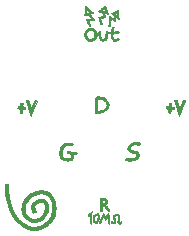
<source format=gto>
G04 This is an RS-274x file exported by *
G04 gerbv version 2.6.2 *
G04 More information is available about gerbv at *
G04 http://gerbv.geda-project.org/ *
G04 --End of header info--*
%MOIN*%
%FSLAX34Y34*%
%IPPOS*%
G04 --Define apertures--*
%ADD10C,0.0039*%
%ADD11C,0.0004*%
G04 --Start main section--*
G54D11*
G36*
G01X0001837Y0003574D02*
G01X0001838Y0003552D01*
G01X0001840Y0003524D01*
G01X0001841Y0003494D01*
G01X0001843Y0003465D01*
G01X0001849Y0003364D01*
G01X0001862Y0003260D01*
G01X0001878Y0003155D01*
G01X0001899Y0003055D01*
G01X0001906Y0003029D01*
G01X0001938Y0002914D01*
G01X0001977Y0002807D01*
G01X0002022Y0002708D01*
G01X0002073Y0002616D01*
G01X0002129Y0002533D01*
G01X0002192Y0002458D01*
G01X0002261Y0002391D01*
G01X0002336Y0002331D01*
G01X0002417Y0002279D01*
G01X0002473Y0002249D01*
G01X0002527Y0002225D01*
G01X0002575Y0002206D01*
G01X0002619Y0002193D01*
G01X0002659Y0002184D01*
G01X0002698Y0002181D01*
G01X0002738Y0002183D01*
G01X0002773Y0002187D01*
G01X0002843Y0002203D01*
G01X0002913Y0002229D01*
G01X0002980Y0002262D01*
G01X0003045Y0002302D01*
G01X0003105Y0002348D01*
G01X0003160Y0002400D01*
G01X0003208Y0002456D01*
G01X0003249Y0002516D01*
G01X0003268Y0002552D01*
G01X0003293Y0002614D01*
G01X0003310Y0002679D01*
G01X0003321Y0002746D01*
G01X0003325Y0002815D01*
G01X0003322Y0002884D01*
G01X0003312Y0002952D01*
G01X0003296Y0003017D01*
G01X0003273Y0003079D01*
G01X0003245Y0003136D01*
G01X0003210Y0003187D01*
G01X0003177Y0003224D01*
G01X0003137Y0003255D01*
G01X0003091Y0003279D01*
G01X0003040Y0003295D01*
G01X0002985Y0003303D01*
G01X0002926Y0003303D01*
G01X0002863Y0003295D01*
G01X0002797Y0003279D01*
G01X0002728Y0003255D01*
G01X0002725Y0003254D01*
G01X0002660Y0003223D01*
G01X0002600Y0003184D01*
G01X0002548Y0003137D01*
G01X0002501Y0003083D01*
G01X0002461Y0003021D01*
G01X0002448Y0002995D01*
G01X0002427Y0002951D01*
G01X0002412Y0002910D01*
G01X0002403Y0002870D01*
G01X0002398Y0002828D01*
G01X0002396Y0002805D01*
G01X0002396Y0002778D01*
G01X0002396Y0002757D01*
G01X0002397Y0002741D01*
G01X0002400Y0002726D01*
G01X0002404Y0002710D01*
G01X0002407Y0002704D01*
G01X0002427Y0002655D01*
G01X0002455Y0002608D01*
G01X0002489Y0002565D01*
G01X0002529Y0002527D01*
G01X0002572Y0002495D01*
G01X0002617Y0002472D01*
G01X0002629Y0002467D01*
G01X0002674Y0002456D01*
G01X0002721Y0002455D01*
G01X0002770Y0002462D01*
G01X0002819Y0002477D01*
G01X0002868Y0002501D01*
G01X0002916Y0002532D01*
G01X0002961Y0002570D01*
G01X0002966Y0002575D01*
G01X0003005Y0002620D01*
G01X0003036Y0002669D01*
G01X0003058Y0002721D01*
G01X0003070Y0002777D01*
G01X0003074Y0002838D01*
G01X0003074Y0002860D01*
G01X0003068Y0002908D01*
G01X0003057Y0002947D01*
G01X0003040Y0002979D01*
G01X0003017Y0003002D01*
G01X0002990Y0003017D01*
G01X0002957Y0003023D01*
G01X0002919Y0003021D01*
G01X0002878Y0003010D01*
G01X0002842Y0002995D01*
G01X0002817Y0002981D01*
G01X0002792Y0002963D01*
G01X0002767Y0002944D01*
G01X0002746Y0002924D01*
G01X0002730Y0002905D01*
G01X0002724Y0002894D01*
G01X0002719Y0002872D01*
G01X0002720Y0002843D01*
G01X0002728Y0002809D01*
G01X0002741Y0002768D01*
G01X0002754Y0002739D01*
G01X0002762Y0002721D01*
G01X0002767Y0002707D01*
G01X0002770Y0002699D01*
G01X0002769Y0002698D01*
G01X0002765Y0002695D01*
G01X0002753Y0002689D01*
G01X0002736Y0002680D01*
G01X0002724Y0002673D01*
G01X0002680Y0002649D01*
G01X0002660Y0002691D01*
G01X0002643Y0002730D01*
G01X0002630Y0002763D01*
G01X0002621Y0002791D01*
G01X0002616Y0002817D01*
G01X0002613Y0002843D01*
G01X0002613Y0002860D01*
G01X0002613Y0002883D01*
G01X0002614Y0002899D01*
G01X0002617Y0002912D01*
G01X0002622Y0002925D01*
G01X0002629Y0002938D01*
G01X0002658Y0002981D01*
G01X0002695Y0003021D01*
G01X0002740Y0003057D01*
G01X0002791Y0003087D01*
G01X0002797Y0003090D01*
G01X0002851Y0003112D01*
G01X0002902Y0003124D01*
G01X0002951Y0003128D01*
G01X0002996Y0003123D01*
G01X0003039Y0003110D01*
G01X0003077Y0003087D01*
G01X0003106Y0003061D01*
G01X0003132Y0003028D01*
G01X0003152Y0002991D01*
G01X0003166Y0002949D01*
G01X0003175Y0002901D01*
G01X0003178Y0002865D01*
G01X0003178Y0002795D01*
G01X0003168Y0002728D01*
G01X0003148Y0002665D01*
G01X0003119Y0002606D01*
G01X0003081Y0002549D01*
G01X0003050Y0002514D01*
G01X0003000Y0002466D01*
G01X0002946Y0002427D01*
G01X0002891Y0002395D01*
G01X0002833Y0002371D01*
G01X0002775Y0002356D01*
G01X0002717Y0002350D01*
G01X0002660Y0002353D01*
G01X0002623Y0002360D01*
G01X0002570Y0002378D01*
G01X0002518Y0002406D01*
G01X0002469Y0002441D01*
G01X0002423Y0002483D01*
G01X0002382Y0002531D01*
G01X0002347Y0002583D01*
G01X0002319Y0002639D01*
G01X0002305Y0002678D01*
G01X0002298Y0002708D01*
G01X0002293Y0002746D01*
G01X0002291Y0002787D01*
G01X0002291Y0002828D01*
G01X0002294Y0002867D01*
G01X0002297Y0002887D01*
G01X0002316Y0002958D01*
G01X0002343Y0003027D01*
G01X0002379Y0003093D01*
G01X0002423Y0003154D01*
G01X0002473Y0003211D01*
G01X0002530Y0003261D01*
G01X0002592Y0003303D01*
G01X0002628Y0003324D01*
G01X0002702Y0003357D01*
G01X0002776Y0003382D01*
G01X0002850Y0003398D01*
G01X0002923Y0003407D01*
G01X0002993Y0003406D01*
G01X0003061Y0003398D01*
G01X0003082Y0003393D01*
G01X0003137Y0003374D01*
G01X0003188Y0003346D01*
G01X0003236Y0003309D01*
G01X0003280Y0003265D01*
G01X0003319Y0003214D01*
G01X0003353Y0003156D01*
G01X0003381Y0003092D01*
G01X0003402Y0003023D01*
G01X0003407Y0003002D01*
G01X0003422Y0002916D01*
G01X0003428Y0002831D01*
G01X0003426Y0002747D01*
G01X0003414Y0002665D01*
G01X0003394Y0002587D01*
G01X0003367Y0002516D01*
G01X0003341Y0002468D01*
G01X0003308Y0002418D01*
G01X0003269Y0002368D01*
G01X0003225Y0002319D01*
G01X0003179Y0002274D01*
G01X0003130Y0002234D01*
G01X0003110Y0002219D01*
G01X0003074Y0002195D01*
G01X0003031Y0002171D01*
G01X0002986Y0002148D01*
G01X0002941Y0002127D01*
G01X0002900Y0002111D01*
G01X0002884Y0002105D01*
G01X0002826Y0002090D01*
G01X0002768Y0002080D01*
G01X0002712Y0002075D01*
G01X0002659Y0002077D01*
G01X0002613Y0002084D01*
G01X0002605Y0002086D01*
G01X0002570Y0002096D01*
G01X0002530Y0002111D01*
G01X0002487Y0002128D01*
G01X0002445Y0002146D01*
G01X0002406Y0002165D01*
G01X0002401Y0002168D01*
G01X0002314Y0002219D01*
G01X0002232Y0002279D01*
G01X0002156Y0002346D01*
G01X0002087Y0002422D01*
G01X0002023Y0002505D01*
G01X0001965Y0002595D01*
G01X0001914Y0002693D01*
G01X0001869Y0002798D01*
G01X0001830Y0002911D01*
G01X0001797Y0003031D01*
G01X0001772Y0003157D01*
G01X0001770Y0003167D01*
G01X0001751Y0003299D01*
G01X0001740Y0003424D01*
G01X0001737Y0003477D01*
G01X0001736Y0003506D01*
G01X0001735Y0003535D01*
G01X0001734Y0003560D01*
G01X0001733Y0003579D01*
G01X0001733Y0003584D01*
G01X0001730Y0003615D01*
G01X0001834Y0003615D01*
G01X0001837Y0003574D01*
G01X0001837Y0003574D01*
G37*
G01X0001837Y0003574D02*
G01X0001838Y0003552D01*
G01X0001838Y0003552D02*
G01X0001840Y0003524D01*
G01X0001840Y0003524D02*
G01X0001841Y0003494D01*
G01X0001841Y0003494D02*
G01X0001843Y0003465D01*
G01X0001843Y0003465D02*
G01X0001849Y0003364D01*
G01X0001849Y0003364D02*
G01X0001862Y0003260D01*
G01X0001862Y0003260D02*
G01X0001878Y0003155D01*
G01X0001878Y0003155D02*
G01X0001899Y0003055D01*
G01X0001899Y0003055D02*
G01X0001906Y0003029D01*
G01X0001906Y0003029D02*
G01X0001938Y0002914D01*
G01X0001938Y0002914D02*
G01X0001977Y0002807D01*
G01X0001977Y0002807D02*
G01X0002022Y0002708D01*
G01X0002022Y0002708D02*
G01X0002073Y0002616D01*
G01X0002073Y0002616D02*
G01X0002129Y0002533D01*
G01X0002129Y0002533D02*
G01X0002192Y0002458D01*
G01X0002192Y0002458D02*
G01X0002261Y0002391D01*
G01X0002261Y0002391D02*
G01X0002336Y0002331D01*
G01X0002336Y0002331D02*
G01X0002417Y0002279D01*
G01X0002417Y0002279D02*
G01X0002473Y0002249D01*
G01X0002473Y0002249D02*
G01X0002527Y0002225D01*
G01X0002527Y0002225D02*
G01X0002575Y0002206D01*
G01X0002575Y0002206D02*
G01X0002619Y0002193D01*
G01X0002619Y0002193D02*
G01X0002659Y0002184D01*
G01X0002659Y0002184D02*
G01X0002698Y0002181D01*
G01X0002698Y0002181D02*
G01X0002738Y0002183D01*
G01X0002738Y0002183D02*
G01X0002773Y0002187D01*
G01X0002773Y0002187D02*
G01X0002843Y0002203D01*
G01X0002843Y0002203D02*
G01X0002913Y0002229D01*
G01X0002913Y0002229D02*
G01X0002980Y0002262D01*
G01X0002980Y0002262D02*
G01X0003045Y0002302D01*
G01X0003045Y0002302D02*
G01X0003105Y0002348D01*
G01X0003105Y0002348D02*
G01X0003160Y0002400D01*
G01X0003160Y0002400D02*
G01X0003208Y0002456D01*
G01X0003208Y0002456D02*
G01X0003249Y0002516D01*
G01X0003249Y0002516D02*
G01X0003268Y0002552D01*
G01X0003268Y0002552D02*
G01X0003293Y0002614D01*
G01X0003293Y0002614D02*
G01X0003310Y0002679D01*
G01X0003310Y0002679D02*
G01X0003321Y0002746D01*
G01X0003321Y0002746D02*
G01X0003325Y0002815D01*
G01X0003325Y0002815D02*
G01X0003322Y0002884D01*
G01X0003322Y0002884D02*
G01X0003312Y0002952D01*
G01X0003312Y0002952D02*
G01X0003296Y0003017D01*
G01X0003296Y0003017D02*
G01X0003273Y0003079D01*
G01X0003273Y0003079D02*
G01X0003245Y0003136D01*
G01X0003245Y0003136D02*
G01X0003210Y0003187D01*
G01X0003210Y0003187D02*
G01X0003177Y0003224D01*
G01X0003177Y0003224D02*
G01X0003137Y0003255D01*
G01X0003137Y0003255D02*
G01X0003091Y0003279D01*
G01X0003091Y0003279D02*
G01X0003040Y0003295D01*
G01X0003040Y0003295D02*
G01X0002985Y0003303D01*
G01X0002985Y0003303D02*
G01X0002926Y0003303D01*
G01X0002926Y0003303D02*
G01X0002863Y0003295D01*
G01X0002863Y0003295D02*
G01X0002797Y0003279D01*
G01X0002797Y0003279D02*
G01X0002728Y0003255D01*
G01X0002728Y0003255D02*
G01X0002725Y0003254D01*
G01X0002725Y0003254D02*
G01X0002660Y0003223D01*
G01X0002660Y0003223D02*
G01X0002600Y0003184D01*
G01X0002600Y0003184D02*
G01X0002548Y0003137D01*
G01X0002548Y0003137D02*
G01X0002501Y0003083D01*
G01X0002501Y0003083D02*
G01X0002461Y0003021D01*
G01X0002461Y0003021D02*
G01X0002448Y0002995D01*
G01X0002448Y0002995D02*
G01X0002427Y0002951D01*
G01X0002427Y0002951D02*
G01X0002412Y0002910D01*
G01X0002412Y0002910D02*
G01X0002403Y0002870D01*
G01X0002403Y0002870D02*
G01X0002398Y0002828D01*
G01X0002398Y0002828D02*
G01X0002396Y0002805D01*
G01X0002396Y0002805D02*
G01X0002396Y0002778D01*
G01X0002396Y0002778D02*
G01X0002396Y0002757D01*
G01X0002396Y0002757D02*
G01X0002397Y0002741D01*
G01X0002397Y0002741D02*
G01X0002400Y0002726D01*
G01X0002400Y0002726D02*
G01X0002404Y0002710D01*
G01X0002404Y0002710D02*
G01X0002407Y0002704D01*
G01X0002407Y0002704D02*
G01X0002427Y0002655D01*
G01X0002427Y0002655D02*
G01X0002455Y0002608D01*
G01X0002455Y0002608D02*
G01X0002489Y0002565D01*
G01X0002489Y0002565D02*
G01X0002529Y0002527D01*
G01X0002529Y0002527D02*
G01X0002572Y0002495D01*
G01X0002572Y0002495D02*
G01X0002617Y0002472D01*
G01X0002617Y0002472D02*
G01X0002629Y0002467D01*
G01X0002629Y0002467D02*
G01X0002674Y0002456D01*
G01X0002674Y0002456D02*
G01X0002721Y0002455D01*
G01X0002721Y0002455D02*
G01X0002770Y0002462D01*
G01X0002770Y0002462D02*
G01X0002819Y0002477D01*
G01X0002819Y0002477D02*
G01X0002868Y0002501D01*
G01X0002868Y0002501D02*
G01X0002916Y0002532D01*
G01X0002916Y0002532D02*
G01X0002961Y0002570D01*
G01X0002961Y0002570D02*
G01X0002966Y0002575D01*
G01X0002966Y0002575D02*
G01X0003005Y0002620D01*
G01X0003005Y0002620D02*
G01X0003036Y0002669D01*
G01X0003036Y0002669D02*
G01X0003058Y0002721D01*
G01X0003058Y0002721D02*
G01X0003070Y0002777D01*
G01X0003070Y0002777D02*
G01X0003074Y0002838D01*
G01X0003074Y0002838D02*
G01X0003074Y0002860D01*
G01X0003074Y0002860D02*
G01X0003068Y0002908D01*
G01X0003068Y0002908D02*
G01X0003057Y0002947D01*
G01X0003057Y0002947D02*
G01X0003040Y0002979D01*
G01X0003040Y0002979D02*
G01X0003017Y0003002D01*
G01X0003017Y0003002D02*
G01X0002990Y0003017D01*
G01X0002990Y0003017D02*
G01X0002957Y0003023D01*
G01X0002957Y0003023D02*
G01X0002919Y0003021D01*
G01X0002919Y0003021D02*
G01X0002878Y0003010D01*
G01X0002878Y0003010D02*
G01X0002842Y0002995D01*
G01X0002842Y0002995D02*
G01X0002817Y0002981D01*
G01X0002817Y0002981D02*
G01X0002792Y0002963D01*
G01X0002792Y0002963D02*
G01X0002767Y0002944D01*
G01X0002767Y0002944D02*
G01X0002746Y0002924D01*
G01X0002746Y0002924D02*
G01X0002730Y0002905D01*
G01X0002730Y0002905D02*
G01X0002724Y0002894D01*
G01X0002724Y0002894D02*
G01X0002719Y0002872D01*
G01X0002719Y0002872D02*
G01X0002720Y0002843D01*
G01X0002720Y0002843D02*
G01X0002728Y0002809D01*
G01X0002728Y0002809D02*
G01X0002741Y0002768D01*
G01X0002741Y0002768D02*
G01X0002754Y0002739D01*
G01X0002754Y0002739D02*
G01X0002762Y0002721D01*
G01X0002762Y0002721D02*
G01X0002767Y0002707D01*
G01X0002767Y0002707D02*
G01X0002770Y0002699D01*
G01X0002770Y0002699D02*
G01X0002769Y0002698D01*
G01X0002769Y0002698D02*
G01X0002765Y0002695D01*
G01X0002765Y0002695D02*
G01X0002753Y0002689D01*
G01X0002753Y0002689D02*
G01X0002736Y0002680D01*
G01X0002736Y0002680D02*
G01X0002724Y0002673D01*
G01X0002724Y0002673D02*
G01X0002680Y0002649D01*
G01X0002680Y0002649D02*
G01X0002660Y0002691D01*
G01X0002660Y0002691D02*
G01X0002643Y0002730D01*
G01X0002643Y0002730D02*
G01X0002630Y0002763D01*
G01X0002630Y0002763D02*
G01X0002621Y0002791D01*
G01X0002621Y0002791D02*
G01X0002616Y0002817D01*
G01X0002616Y0002817D02*
G01X0002613Y0002843D01*
G01X0002613Y0002843D02*
G01X0002613Y0002860D01*
G01X0002613Y0002860D02*
G01X0002613Y0002883D01*
G01X0002613Y0002883D02*
G01X0002614Y0002899D01*
G01X0002614Y0002899D02*
G01X0002617Y0002912D01*
G01X0002617Y0002912D02*
G01X0002622Y0002925D01*
G01X0002622Y0002925D02*
G01X0002629Y0002938D01*
G01X0002629Y0002938D02*
G01X0002658Y0002981D01*
G01X0002658Y0002981D02*
G01X0002695Y0003021D01*
G01X0002695Y0003021D02*
G01X0002740Y0003057D01*
G01X0002740Y0003057D02*
G01X0002791Y0003087D01*
G01X0002791Y0003087D02*
G01X0002797Y0003090D01*
G01X0002797Y0003090D02*
G01X0002851Y0003112D01*
G01X0002851Y0003112D02*
G01X0002902Y0003124D01*
G01X0002902Y0003124D02*
G01X0002951Y0003128D01*
G01X0002951Y0003128D02*
G01X0002996Y0003123D01*
G01X0002996Y0003123D02*
G01X0003039Y0003110D01*
G01X0003039Y0003110D02*
G01X0003077Y0003087D01*
G01X0003077Y0003087D02*
G01X0003106Y0003061D01*
G01X0003106Y0003061D02*
G01X0003132Y0003028D01*
G01X0003132Y0003028D02*
G01X0003152Y0002991D01*
G01X0003152Y0002991D02*
G01X0003166Y0002949D01*
G01X0003166Y0002949D02*
G01X0003175Y0002901D01*
G01X0003175Y0002901D02*
G01X0003178Y0002865D01*
G01X0003178Y0002865D02*
G01X0003178Y0002795D01*
G01X0003178Y0002795D02*
G01X0003168Y0002728D01*
G01X0003168Y0002728D02*
G01X0003148Y0002665D01*
G01X0003148Y0002665D02*
G01X0003119Y0002606D01*
G01X0003119Y0002606D02*
G01X0003081Y0002549D01*
G01X0003081Y0002549D02*
G01X0003050Y0002514D01*
G01X0003050Y0002514D02*
G01X0003000Y0002466D01*
G01X0003000Y0002466D02*
G01X0002946Y0002427D01*
G01X0002946Y0002427D02*
G01X0002891Y0002395D01*
G01X0002891Y0002395D02*
G01X0002833Y0002371D01*
G01X0002833Y0002371D02*
G01X0002775Y0002356D01*
G01X0002775Y0002356D02*
G01X0002717Y0002350D01*
G01X0002717Y0002350D02*
G01X0002660Y0002353D01*
G01X0002660Y0002353D02*
G01X0002623Y0002360D01*
G01X0002623Y0002360D02*
G01X0002570Y0002378D01*
G01X0002570Y0002378D02*
G01X0002518Y0002406D01*
G01X0002518Y0002406D02*
G01X0002469Y0002441D01*
G01X0002469Y0002441D02*
G01X0002423Y0002483D01*
G01X0002423Y0002483D02*
G01X0002382Y0002531D01*
G01X0002382Y0002531D02*
G01X0002347Y0002583D01*
G01X0002347Y0002583D02*
G01X0002319Y0002639D01*
G01X0002319Y0002639D02*
G01X0002305Y0002678D01*
G01X0002305Y0002678D02*
G01X0002298Y0002708D01*
G01X0002298Y0002708D02*
G01X0002293Y0002746D01*
G01X0002293Y0002746D02*
G01X0002291Y0002787D01*
G01X0002291Y0002787D02*
G01X0002291Y0002828D01*
G01X0002291Y0002828D02*
G01X0002294Y0002867D01*
G01X0002294Y0002867D02*
G01X0002297Y0002887D01*
G01X0002297Y0002887D02*
G01X0002316Y0002958D01*
G01X0002316Y0002958D02*
G01X0002343Y0003027D01*
G01X0002343Y0003027D02*
G01X0002379Y0003093D01*
G01X0002379Y0003093D02*
G01X0002423Y0003154D01*
G01X0002423Y0003154D02*
G01X0002473Y0003211D01*
G01X0002473Y0003211D02*
G01X0002530Y0003261D01*
G01X0002530Y0003261D02*
G01X0002592Y0003303D01*
G01X0002592Y0003303D02*
G01X0002628Y0003324D01*
G01X0002628Y0003324D02*
G01X0002702Y0003357D01*
G01X0002702Y0003357D02*
G01X0002776Y0003382D01*
G01X0002776Y0003382D02*
G01X0002850Y0003398D01*
G01X0002850Y0003398D02*
G01X0002923Y0003407D01*
G01X0002923Y0003407D02*
G01X0002993Y0003406D01*
G01X0002993Y0003406D02*
G01X0003061Y0003398D01*
G01X0003061Y0003398D02*
G01X0003082Y0003393D01*
G01X0003082Y0003393D02*
G01X0003137Y0003374D01*
G01X0003137Y0003374D02*
G01X0003188Y0003346D01*
G01X0003188Y0003346D02*
G01X0003236Y0003309D01*
G01X0003236Y0003309D02*
G01X0003280Y0003265D01*
G01X0003280Y0003265D02*
G01X0003319Y0003214D01*
G01X0003319Y0003214D02*
G01X0003353Y0003156D01*
G01X0003353Y0003156D02*
G01X0003381Y0003092D01*
G01X0003381Y0003092D02*
G01X0003402Y0003023D01*
G01X0003402Y0003023D02*
G01X0003407Y0003002D01*
G01X0003407Y0003002D02*
G01X0003422Y0002916D01*
G01X0003422Y0002916D02*
G01X0003428Y0002831D01*
G01X0003428Y0002831D02*
G01X0003426Y0002747D01*
G01X0003426Y0002747D02*
G01X0003414Y0002665D01*
G01X0003414Y0002665D02*
G01X0003394Y0002587D01*
G01X0003394Y0002587D02*
G01X0003367Y0002516D01*
G01X0003367Y0002516D02*
G01X0003341Y0002468D01*
G01X0003341Y0002468D02*
G01X0003308Y0002418D01*
G01X0003308Y0002418D02*
G01X0003269Y0002368D01*
G01X0003269Y0002368D02*
G01X0003225Y0002319D01*
G01X0003225Y0002319D02*
G01X0003179Y0002274D01*
G01X0003179Y0002274D02*
G01X0003130Y0002234D01*
G01X0003130Y0002234D02*
G01X0003110Y0002219D01*
G01X0003110Y0002219D02*
G01X0003074Y0002195D01*
G01X0003074Y0002195D02*
G01X0003031Y0002171D01*
G01X0003031Y0002171D02*
G01X0002986Y0002148D01*
G01X0002986Y0002148D02*
G01X0002941Y0002127D01*
G01X0002941Y0002127D02*
G01X0002900Y0002111D01*
G01X0002900Y0002111D02*
G01X0002884Y0002105D01*
G01X0002884Y0002105D02*
G01X0002826Y0002090D01*
G01X0002826Y0002090D02*
G01X0002768Y0002080D01*
G01X0002768Y0002080D02*
G01X0002712Y0002075D01*
G01X0002712Y0002075D02*
G01X0002659Y0002077D01*
G01X0002659Y0002077D02*
G01X0002613Y0002084D01*
G01X0002613Y0002084D02*
G01X0002605Y0002086D01*
G01X0002605Y0002086D02*
G01X0002570Y0002096D01*
G01X0002570Y0002096D02*
G01X0002530Y0002111D01*
G01X0002530Y0002111D02*
G01X0002487Y0002128D01*
G01X0002487Y0002128D02*
G01X0002445Y0002146D01*
G01X0002445Y0002146D02*
G01X0002406Y0002165D01*
G01X0002406Y0002165D02*
G01X0002401Y0002168D01*
G01X0002401Y0002168D02*
G01X0002314Y0002219D01*
G01X0002314Y0002219D02*
G01X0002232Y0002279D01*
G01X0002232Y0002279D02*
G01X0002156Y0002346D01*
G01X0002156Y0002346D02*
G01X0002087Y0002422D01*
G01X0002087Y0002422D02*
G01X0002023Y0002505D01*
G01X0002023Y0002505D02*
G01X0001965Y0002595D01*
G01X0001965Y0002595D02*
G01X0001914Y0002693D01*
G01X0001914Y0002693D02*
G01X0001869Y0002798D01*
G01X0001869Y0002798D02*
G01X0001830Y0002911D01*
G01X0001830Y0002911D02*
G01X0001797Y0003031D01*
G01X0001797Y0003031D02*
G01X0001772Y0003157D01*
G01X0001772Y0003157D02*
G01X0001770Y0003167D01*
G01X0001770Y0003167D02*
G01X0001751Y0003299D01*
G01X0001751Y0003299D02*
G01X0001740Y0003424D01*
G01X0001740Y0003424D02*
G01X0001737Y0003477D01*
G01X0001737Y0003477D02*
G01X0001736Y0003506D01*
G01X0001736Y0003506D02*
G01X0001735Y0003535D01*
G01X0001735Y0003535D02*
G01X0001734Y0003560D01*
G01X0001734Y0003560D02*
G01X0001733Y0003579D01*
G01X0001733Y0003579D02*
G01X0001733Y0003584D01*
G01X0001733Y0003584D02*
G01X0001730Y0003615D01*
G01X0001730Y0003615D02*
G01X0001834Y0003615D01*
G01X0001834Y0003615D02*
G01X0001837Y0003574D01*
G36*
G01X0004622Y0002625D02*
G01X0004620Y0002594D01*
G01X0004618Y0002556D01*
G01X0004617Y0002514D01*
G01X0004616Y0002472D01*
G01X0004615Y0002431D01*
G01X0004615Y0002428D01*
G01X0004615Y0002385D01*
G01X0004614Y0002353D01*
G01X0004613Y0002328D01*
G01X0004611Y0002312D01*
G01X0004608Y0002302D01*
G01X0004604Y0002299D01*
G01X0004598Y0002301D01*
G01X0004591Y0002308D01*
G01X0004585Y0002315D01*
G01X0004569Y0002335D01*
G01X0004574Y0002464D01*
G01X0004576Y0002498D01*
G01X0004577Y0002530D01*
G01X0004578Y0002556D01*
G01X0004578Y0002577D01*
G01X0004578Y0002590D01*
G01X0004578Y0002594D01*
G01X0004573Y0002592D01*
G01X0004564Y0002585D01*
G01X0004556Y0002578D01*
G01X0004543Y0002567D01*
G01X0004535Y0002563D01*
G01X0004526Y0002564D01*
G01X0004524Y0002565D01*
G01X0004511Y0002574D01*
G01X0004505Y0002587D01*
G01X0004505Y0002590D01*
G01X0004508Y0002594D01*
G01X0004518Y0002604D01*
G01X0004533Y0002619D01*
G01X0004551Y0002636D01*
G01X0004566Y0002651D01*
G01X0004628Y0002708D01*
G01X0004622Y0002625D01*
G01X0004622Y0002625D01*
G37*
G01X0004622Y0002625D02*
G01X0004620Y0002594D01*
G01X0004620Y0002594D02*
G01X0004618Y0002556D01*
G01X0004618Y0002556D02*
G01X0004617Y0002514D01*
G01X0004617Y0002514D02*
G01X0004616Y0002472D01*
G01X0004616Y0002472D02*
G01X0004615Y0002431D01*
G01X0004615Y0002431D02*
G01X0004615Y0002428D01*
G01X0004615Y0002428D02*
G01X0004615Y0002385D01*
G01X0004615Y0002385D02*
G01X0004614Y0002353D01*
G01X0004614Y0002353D02*
G01X0004613Y0002328D01*
G01X0004613Y0002328D02*
G01X0004611Y0002312D01*
G01X0004611Y0002312D02*
G01X0004608Y0002302D01*
G01X0004608Y0002302D02*
G01X0004604Y0002299D01*
G01X0004604Y0002299D02*
G01X0004598Y0002301D01*
G01X0004598Y0002301D02*
G01X0004591Y0002308D01*
G01X0004591Y0002308D02*
G01X0004585Y0002315D01*
G01X0004585Y0002315D02*
G01X0004569Y0002335D01*
G01X0004569Y0002335D02*
G01X0004574Y0002464D01*
G01X0004574Y0002464D02*
G01X0004576Y0002498D01*
G01X0004576Y0002498D02*
G01X0004577Y0002530D01*
G01X0004577Y0002530D02*
G01X0004578Y0002556D01*
G01X0004578Y0002556D02*
G01X0004578Y0002577D01*
G01X0004578Y0002577D02*
G01X0004578Y0002590D01*
G01X0004578Y0002590D02*
G01X0004578Y0002594D01*
G01X0004578Y0002594D02*
G01X0004573Y0002592D01*
G01X0004573Y0002592D02*
G01X0004564Y0002585D01*
G01X0004564Y0002585D02*
G01X0004556Y0002578D01*
G01X0004556Y0002578D02*
G01X0004543Y0002567D01*
G01X0004543Y0002567D02*
G01X0004535Y0002563D01*
G01X0004535Y0002563D02*
G01X0004526Y0002564D01*
G01X0004526Y0002564D02*
G01X0004524Y0002565D01*
G01X0004524Y0002565D02*
G01X0004511Y0002574D01*
G01X0004511Y0002574D02*
G01X0004505Y0002587D01*
G01X0004505Y0002587D02*
G01X0004505Y0002590D01*
G01X0004505Y0002590D02*
G01X0004508Y0002594D01*
G01X0004508Y0002594D02*
G01X0004518Y0002604D01*
G01X0004518Y0002604D02*
G01X0004533Y0002619D01*
G01X0004533Y0002619D02*
G01X0004551Y0002636D01*
G01X0004551Y0002636D02*
G01X0004566Y0002651D01*
G01X0004566Y0002651D02*
G01X0004628Y0002708D01*
G01X0004628Y0002708D02*
G01X0004622Y0002625D01*
G36*
G01X0005457Y0002634D02*
G01X0005493Y0002627D01*
G01X0005524Y0002611D01*
G01X0005544Y0002593D01*
G01X0005552Y0002583D01*
G01X0005557Y0002574D01*
G01X0005559Y0002562D01*
G01X0005560Y0002546D01*
G01X0005560Y0002536D01*
G01X0005558Y0002507D01*
G01X0005553Y0002473D01*
G01X0005544Y0002434D01*
G01X0005538Y0002408D01*
G01X0005534Y0002389D01*
G01X0005532Y0002376D01*
G01X0005532Y0002366D01*
G01X0005534Y0002358D01*
G01X0005535Y0002356D01*
G01X0005544Y0002343D01*
G01X0005555Y0002340D01*
G01X0005567Y0002346D01*
G01X0005575Y0002355D01*
G01X0005588Y0002367D01*
G01X0005603Y0002370D01*
G01X0005617Y0002365D01*
G01X0005622Y0002361D01*
G01X0005626Y0002355D01*
G01X0005626Y0002349D01*
G01X0005621Y0002340D01*
G01X0005615Y0002331D01*
G01X0005601Y0002314D01*
G01X0005587Y0002304D01*
G01X0005569Y0002299D01*
G01X0005559Y0002297D01*
G01X0005536Y0002298D01*
G01X0005520Y0002303D01*
G01X0005502Y0002317D01*
G01X0005491Y0002336D01*
G01X0005486Y0002361D01*
G01X0005488Y0002393D01*
G01X0005496Y0002432D01*
G01X0005498Y0002437D01*
G01X0005507Y0002480D01*
G01X0005510Y0002515D01*
G01X0005506Y0002544D01*
G01X0005495Y0002567D01*
G01X0005478Y0002583D01*
G01X0005460Y0002589D01*
G01X0005441Y0002587D01*
G01X0005422Y0002578D01*
G01X0005406Y0002563D01*
G01X0005395Y0002543D01*
G01X0005395Y0002542D01*
G01X0005393Y0002535D01*
G01X0005392Y0002529D01*
G01X0005392Y0002521D01*
G01X0005393Y0002511D01*
G01X0005395Y0002496D01*
G01X0005399Y0002475D01*
G01X0005405Y0002447D01*
G01X0005411Y0002419D01*
G01X0005416Y0002396D01*
G01X0005418Y0002380D01*
G01X0005419Y0002368D01*
G01X0005417Y0002359D01*
G01X0005414Y0002352D01*
G01X0005404Y0002333D01*
G01X0005388Y0002320D01*
G01X0005365Y0002313D01*
G01X0005351Y0002311D01*
G01X0005332Y0002310D01*
G01X0005320Y0002312D01*
G01X0005309Y0002316D01*
G01X0005301Y0002321D01*
G01X0005286Y0002335D01*
G01X0005274Y0002351D01*
G01X0005266Y0002368D01*
G01X0005265Y0002376D01*
G01X0005268Y0002385D01*
G01X0005275Y0002392D01*
G01X0005288Y0002399D01*
G01X0005302Y0002396D01*
G01X0005314Y0002384D01*
G01X0005317Y0002380D01*
G01X0005327Y0002367D01*
G01X0005340Y0002357D01*
G01X0005352Y0002352D01*
G01X0005358Y0002351D01*
G01X0005364Y0002354D01*
G01X0005367Y0002358D01*
G01X0005373Y0002371D01*
G01X0005374Y0002390D01*
G01X0005369Y0002417D01*
G01X0005360Y0002445D01*
G01X0005349Y0002484D01*
G01X0005345Y0002518D01*
G01X0005348Y0002548D01*
G01X0005360Y0002575D01*
G01X0005378Y0002600D01*
G01X0005397Y0002618D01*
G01X0005414Y0002629D01*
G01X0005434Y0002634D01*
G01X0005457Y0002634D01*
G01X0005457Y0002634D01*
G37*
G01X0005457Y0002634D02*
G01X0005493Y0002627D01*
G01X0005493Y0002627D02*
G01X0005524Y0002611D01*
G01X0005524Y0002611D02*
G01X0005544Y0002593D01*
G01X0005544Y0002593D02*
G01X0005552Y0002583D01*
G01X0005552Y0002583D02*
G01X0005557Y0002574D01*
G01X0005557Y0002574D02*
G01X0005559Y0002562D01*
G01X0005559Y0002562D02*
G01X0005560Y0002546D01*
G01X0005560Y0002546D02*
G01X0005560Y0002536D01*
G01X0005560Y0002536D02*
G01X0005558Y0002507D01*
G01X0005558Y0002507D02*
G01X0005553Y0002473D01*
G01X0005553Y0002473D02*
G01X0005544Y0002434D01*
G01X0005544Y0002434D02*
G01X0005538Y0002408D01*
G01X0005538Y0002408D02*
G01X0005534Y0002389D01*
G01X0005534Y0002389D02*
G01X0005532Y0002376D01*
G01X0005532Y0002376D02*
G01X0005532Y0002366D01*
G01X0005532Y0002366D02*
G01X0005534Y0002358D01*
G01X0005534Y0002358D02*
G01X0005535Y0002356D01*
G01X0005535Y0002356D02*
G01X0005544Y0002343D01*
G01X0005544Y0002343D02*
G01X0005555Y0002340D01*
G01X0005555Y0002340D02*
G01X0005567Y0002346D01*
G01X0005567Y0002346D02*
G01X0005575Y0002355D01*
G01X0005575Y0002355D02*
G01X0005588Y0002367D01*
G01X0005588Y0002367D02*
G01X0005603Y0002370D01*
G01X0005603Y0002370D02*
G01X0005617Y0002365D01*
G01X0005617Y0002365D02*
G01X0005622Y0002361D01*
G01X0005622Y0002361D02*
G01X0005626Y0002355D01*
G01X0005626Y0002355D02*
G01X0005626Y0002349D01*
G01X0005626Y0002349D02*
G01X0005621Y0002340D01*
G01X0005621Y0002340D02*
G01X0005615Y0002331D01*
G01X0005615Y0002331D02*
G01X0005601Y0002314D01*
G01X0005601Y0002314D02*
G01X0005587Y0002304D01*
G01X0005587Y0002304D02*
G01X0005569Y0002299D01*
G01X0005569Y0002299D02*
G01X0005559Y0002297D01*
G01X0005559Y0002297D02*
G01X0005536Y0002298D01*
G01X0005536Y0002298D02*
G01X0005520Y0002303D01*
G01X0005520Y0002303D02*
G01X0005502Y0002317D01*
G01X0005502Y0002317D02*
G01X0005491Y0002336D01*
G01X0005491Y0002336D02*
G01X0005486Y0002361D01*
G01X0005486Y0002361D02*
G01X0005488Y0002393D01*
G01X0005488Y0002393D02*
G01X0005496Y0002432D01*
G01X0005496Y0002432D02*
G01X0005498Y0002437D01*
G01X0005498Y0002437D02*
G01X0005507Y0002480D01*
G01X0005507Y0002480D02*
G01X0005510Y0002515D01*
G01X0005510Y0002515D02*
G01X0005506Y0002544D01*
G01X0005506Y0002544D02*
G01X0005495Y0002567D01*
G01X0005495Y0002567D02*
G01X0005478Y0002583D01*
G01X0005478Y0002583D02*
G01X0005460Y0002589D01*
G01X0005460Y0002589D02*
G01X0005441Y0002587D01*
G01X0005441Y0002587D02*
G01X0005422Y0002578D01*
G01X0005422Y0002578D02*
G01X0005406Y0002563D01*
G01X0005406Y0002563D02*
G01X0005395Y0002543D01*
G01X0005395Y0002543D02*
G01X0005395Y0002542D01*
G01X0005395Y0002542D02*
G01X0005393Y0002535D01*
G01X0005393Y0002535D02*
G01X0005392Y0002529D01*
G01X0005392Y0002529D02*
G01X0005392Y0002521D01*
G01X0005392Y0002521D02*
G01X0005393Y0002511D01*
G01X0005393Y0002511D02*
G01X0005395Y0002496D01*
G01X0005395Y0002496D02*
G01X0005399Y0002475D01*
G01X0005399Y0002475D02*
G01X0005405Y0002447D01*
G01X0005405Y0002447D02*
G01X0005411Y0002419D01*
G01X0005411Y0002419D02*
G01X0005416Y0002396D01*
G01X0005416Y0002396D02*
G01X0005418Y0002380D01*
G01X0005418Y0002380D02*
G01X0005419Y0002368D01*
G01X0005419Y0002368D02*
G01X0005417Y0002359D01*
G01X0005417Y0002359D02*
G01X0005414Y0002352D01*
G01X0005414Y0002352D02*
G01X0005404Y0002333D01*
G01X0005404Y0002333D02*
G01X0005388Y0002320D01*
G01X0005388Y0002320D02*
G01X0005365Y0002313D01*
G01X0005365Y0002313D02*
G01X0005351Y0002311D01*
G01X0005351Y0002311D02*
G01X0005332Y0002310D01*
G01X0005332Y0002310D02*
G01X0005320Y0002312D01*
G01X0005320Y0002312D02*
G01X0005309Y0002316D01*
G01X0005309Y0002316D02*
G01X0005301Y0002321D01*
G01X0005301Y0002321D02*
G01X0005286Y0002335D01*
G01X0005286Y0002335D02*
G01X0005274Y0002351D01*
G01X0005274Y0002351D02*
G01X0005266Y0002368D01*
G01X0005266Y0002368D02*
G01X0005265Y0002376D01*
G01X0005265Y0002376D02*
G01X0005268Y0002385D01*
G01X0005268Y0002385D02*
G01X0005275Y0002392D01*
G01X0005275Y0002392D02*
G01X0005288Y0002399D01*
G01X0005288Y0002399D02*
G01X0005302Y0002396D01*
G01X0005302Y0002396D02*
G01X0005314Y0002384D01*
G01X0005314Y0002384D02*
G01X0005317Y0002380D01*
G01X0005317Y0002380D02*
G01X0005327Y0002367D01*
G01X0005327Y0002367D02*
G01X0005340Y0002357D01*
G01X0005340Y0002357D02*
G01X0005352Y0002352D01*
G01X0005352Y0002352D02*
G01X0005358Y0002351D01*
G01X0005358Y0002351D02*
G01X0005364Y0002354D01*
G01X0005364Y0002354D02*
G01X0005367Y0002358D01*
G01X0005367Y0002358D02*
G01X0005373Y0002371D01*
G01X0005373Y0002371D02*
G01X0005374Y0002390D01*
G01X0005374Y0002390D02*
G01X0005369Y0002417D01*
G01X0005369Y0002417D02*
G01X0005360Y0002445D01*
G01X0005360Y0002445D02*
G01X0005349Y0002484D01*
G01X0005349Y0002484D02*
G01X0005345Y0002518D01*
G01X0005345Y0002518D02*
G01X0005348Y0002548D01*
G01X0005348Y0002548D02*
G01X0005360Y0002575D01*
G01X0005360Y0002575D02*
G01X0005378Y0002600D01*
G01X0005378Y0002600D02*
G01X0005397Y0002618D01*
G01X0005397Y0002618D02*
G01X0005414Y0002629D01*
G01X0005414Y0002629D02*
G01X0005434Y0002634D01*
G01X0005434Y0002634D02*
G01X0005457Y0002634D01*
G36*
G01X0005184Y0002637D02*
G01X0005189Y0002627D01*
G01X0005193Y0002609D01*
G01X0005197Y0002584D01*
G01X0005201Y0002551D01*
G01X0005206Y0002509D01*
G01X0005210Y0002458D01*
G01X0005212Y0002428D01*
G01X0005215Y0002396D01*
G01X0005217Y0002367D01*
G01X0005220Y0002343D01*
G01X0005221Y0002325D01*
G01X0005223Y0002314D01*
G01X0005223Y0002314D01*
G01X0005224Y0002304D01*
G01X0005219Y0002300D01*
G01X0005214Y0002300D01*
G01X0005201Y0002303D01*
G01X0005190Y0002307D01*
G01X0005184Y0002311D01*
G01X0005180Y0002315D01*
G01X0005178Y0002323D01*
G01X0005176Y0002335D01*
G01X0005175Y0002353D01*
G01X0005173Y0002376D01*
G01X0005172Y0002405D01*
G01X0005171Y0002436D01*
G01X0005170Y0002465D01*
G01X0005169Y0002482D01*
G01X0005169Y0002513D01*
G01X0005168Y0002534D01*
G01X0005165Y0002545D01*
G01X0005161Y0002546D01*
G01X0005153Y0002539D01*
G01X0005143Y0002522D01*
G01X0005129Y0002497D01*
G01X0005126Y0002492D01*
G01X0005113Y0002469D01*
G01X0005101Y0002448D01*
G01X0005091Y0002431D01*
G01X0005085Y0002420D01*
G01X0005084Y0002418D01*
G01X0005081Y0002416D01*
G01X0005078Y0002418D01*
G01X0005074Y0002425D01*
G01X0005069Y0002437D01*
G01X0005062Y0002458D01*
G01X0005053Y0002484D01*
G01X0005045Y0002509D01*
G01X0005037Y0002532D01*
G01X0005031Y0002549D01*
G01X0005027Y0002559D01*
G01X0005025Y0002561D01*
G01X0005023Y0002558D01*
G01X0005016Y0002546D01*
G01X0005007Y0002528D01*
G01X0004996Y0002504D01*
G01X0004983Y0002475D01*
G01X0004968Y0002443D01*
G01X0004968Y0002442D01*
G01X0004951Y0002406D01*
G01X0004939Y0002377D01*
G01X0004929Y0002356D01*
G01X0004921Y0002341D01*
G01X0004915Y0002330D01*
G01X0004910Y0002324D01*
G01X0004906Y0002321D01*
G01X0004902Y0002320D01*
G01X0004900Y0002320D01*
G01X0004885Y0002324D01*
G01X0004876Y0002333D01*
G01X0004875Y0002341D01*
G01X0004877Y0002349D01*
G01X0004883Y0002364D01*
G01X0004892Y0002384D01*
G01X0004902Y0002407D01*
G01X0004908Y0002419D01*
G01X0004923Y0002451D01*
G01X0004940Y0002487D01*
G01X0004957Y0002523D01*
G01X0004971Y0002555D01*
G01X0004971Y0002555D01*
G01X0004986Y0002587D01*
G01X0004997Y0002610D01*
G01X0005007Y0002626D01*
G01X0005014Y0002635D01*
G01X0005021Y0002639D01*
G01X0005027Y0002638D01*
G01X0005035Y0002631D01*
G01X0005044Y0002615D01*
G01X0005055Y0002592D01*
G01X0005068Y0002562D01*
G01X0005072Y0002549D01*
G01X0005079Y0002531D01*
G01X0005085Y0002517D01*
G01X0005089Y0002510D01*
G01X0005090Y0002510D01*
G01X0005094Y0002514D01*
G01X0005101Y0002525D01*
G01X0005111Y0002541D01*
G01X0005115Y0002549D01*
G01X0005127Y0002571D01*
G01X0005141Y0002592D01*
G01X0005154Y0002612D01*
G01X0005166Y0002627D01*
G01X0005175Y0002637D01*
G01X0005180Y0002640D01*
G01X0005184Y0002637D01*
G01X0005184Y0002637D01*
G37*
G01X0005184Y0002637D02*
G01X0005189Y0002627D01*
G01X0005189Y0002627D02*
G01X0005193Y0002609D01*
G01X0005193Y0002609D02*
G01X0005197Y0002584D01*
G01X0005197Y0002584D02*
G01X0005201Y0002551D01*
G01X0005201Y0002551D02*
G01X0005206Y0002509D01*
G01X0005206Y0002509D02*
G01X0005210Y0002458D01*
G01X0005210Y0002458D02*
G01X0005212Y0002428D01*
G01X0005212Y0002428D02*
G01X0005215Y0002396D01*
G01X0005215Y0002396D02*
G01X0005217Y0002367D01*
G01X0005217Y0002367D02*
G01X0005220Y0002343D01*
G01X0005220Y0002343D02*
G01X0005221Y0002325D01*
G01X0005221Y0002325D02*
G01X0005223Y0002314D01*
G01X0005223Y0002314D02*
G01X0005223Y0002314D01*
G01X0005223Y0002314D02*
G01X0005224Y0002304D01*
G01X0005224Y0002304D02*
G01X0005219Y0002300D01*
G01X0005219Y0002300D02*
G01X0005214Y0002300D01*
G01X0005214Y0002300D02*
G01X0005201Y0002303D01*
G01X0005201Y0002303D02*
G01X0005190Y0002307D01*
G01X0005190Y0002307D02*
G01X0005184Y0002311D01*
G01X0005184Y0002311D02*
G01X0005180Y0002315D01*
G01X0005180Y0002315D02*
G01X0005178Y0002323D01*
G01X0005178Y0002323D02*
G01X0005176Y0002335D01*
G01X0005176Y0002335D02*
G01X0005175Y0002353D01*
G01X0005175Y0002353D02*
G01X0005173Y0002376D01*
G01X0005173Y0002376D02*
G01X0005172Y0002405D01*
G01X0005172Y0002405D02*
G01X0005171Y0002436D01*
G01X0005171Y0002436D02*
G01X0005170Y0002465D01*
G01X0005170Y0002465D02*
G01X0005169Y0002482D01*
G01X0005169Y0002482D02*
G01X0005169Y0002513D01*
G01X0005169Y0002513D02*
G01X0005168Y0002534D01*
G01X0005168Y0002534D02*
G01X0005165Y0002545D01*
G01X0005165Y0002545D02*
G01X0005161Y0002546D01*
G01X0005161Y0002546D02*
G01X0005153Y0002539D01*
G01X0005153Y0002539D02*
G01X0005143Y0002522D01*
G01X0005143Y0002522D02*
G01X0005129Y0002497D01*
G01X0005129Y0002497D02*
G01X0005126Y0002492D01*
G01X0005126Y0002492D02*
G01X0005113Y0002469D01*
G01X0005113Y0002469D02*
G01X0005101Y0002448D01*
G01X0005101Y0002448D02*
G01X0005091Y0002431D01*
G01X0005091Y0002431D02*
G01X0005085Y0002420D01*
G01X0005085Y0002420D02*
G01X0005084Y0002418D01*
G01X0005084Y0002418D02*
G01X0005081Y0002416D01*
G01X0005081Y0002416D02*
G01X0005078Y0002418D01*
G01X0005078Y0002418D02*
G01X0005074Y0002425D01*
G01X0005074Y0002425D02*
G01X0005069Y0002437D01*
G01X0005069Y0002437D02*
G01X0005062Y0002458D01*
G01X0005062Y0002458D02*
G01X0005053Y0002484D01*
G01X0005053Y0002484D02*
G01X0005045Y0002509D01*
G01X0005045Y0002509D02*
G01X0005037Y0002532D01*
G01X0005037Y0002532D02*
G01X0005031Y0002549D01*
G01X0005031Y0002549D02*
G01X0005027Y0002559D01*
G01X0005027Y0002559D02*
G01X0005025Y0002561D01*
G01X0005025Y0002561D02*
G01X0005023Y0002558D01*
G01X0005023Y0002558D02*
G01X0005016Y0002546D01*
G01X0005016Y0002546D02*
G01X0005007Y0002528D01*
G01X0005007Y0002528D02*
G01X0004996Y0002504D01*
G01X0004996Y0002504D02*
G01X0004983Y0002475D01*
G01X0004983Y0002475D02*
G01X0004968Y0002443D01*
G01X0004968Y0002443D02*
G01X0004968Y0002442D01*
G01X0004968Y0002442D02*
G01X0004951Y0002406D01*
G01X0004951Y0002406D02*
G01X0004939Y0002377D01*
G01X0004939Y0002377D02*
G01X0004929Y0002356D01*
G01X0004929Y0002356D02*
G01X0004921Y0002341D01*
G01X0004921Y0002341D02*
G01X0004915Y0002330D01*
G01X0004915Y0002330D02*
G01X0004910Y0002324D01*
G01X0004910Y0002324D02*
G01X0004906Y0002321D01*
G01X0004906Y0002321D02*
G01X0004902Y0002320D01*
G01X0004902Y0002320D02*
G01X0004900Y0002320D01*
G01X0004900Y0002320D02*
G01X0004885Y0002324D01*
G01X0004885Y0002324D02*
G01X0004876Y0002333D01*
G01X0004876Y0002333D02*
G01X0004875Y0002341D01*
G01X0004875Y0002341D02*
G01X0004877Y0002349D01*
G01X0004877Y0002349D02*
G01X0004883Y0002364D01*
G01X0004883Y0002364D02*
G01X0004892Y0002384D01*
G01X0004892Y0002384D02*
G01X0004902Y0002407D01*
G01X0004902Y0002407D02*
G01X0004908Y0002419D01*
G01X0004908Y0002419D02*
G01X0004923Y0002451D01*
G01X0004923Y0002451D02*
G01X0004940Y0002487D01*
G01X0004940Y0002487D02*
G01X0004957Y0002523D01*
G01X0004957Y0002523D02*
G01X0004971Y0002555D01*
G01X0004971Y0002555D02*
G01X0004971Y0002555D01*
G01X0004971Y0002555D02*
G01X0004986Y0002587D01*
G01X0004986Y0002587D02*
G01X0004997Y0002610D01*
G01X0004997Y0002610D02*
G01X0005007Y0002626D01*
G01X0005007Y0002626D02*
G01X0005014Y0002635D01*
G01X0005014Y0002635D02*
G01X0005021Y0002639D01*
G01X0005021Y0002639D02*
G01X0005027Y0002638D01*
G01X0005027Y0002638D02*
G01X0005035Y0002631D01*
G01X0005035Y0002631D02*
G01X0005044Y0002615D01*
G01X0005044Y0002615D02*
G01X0005055Y0002592D01*
G01X0005055Y0002592D02*
G01X0005068Y0002562D01*
G01X0005068Y0002562D02*
G01X0005072Y0002549D01*
G01X0005072Y0002549D02*
G01X0005079Y0002531D01*
G01X0005079Y0002531D02*
G01X0005085Y0002517D01*
G01X0005085Y0002517D02*
G01X0005089Y0002510D01*
G01X0005089Y0002510D02*
G01X0005090Y0002510D01*
G01X0005090Y0002510D02*
G01X0005094Y0002514D01*
G01X0005094Y0002514D02*
G01X0005101Y0002525D01*
G01X0005101Y0002525D02*
G01X0005111Y0002541D01*
G01X0005111Y0002541D02*
G01X0005115Y0002549D01*
G01X0005115Y0002549D02*
G01X0005127Y0002571D01*
G01X0005127Y0002571D02*
G01X0005141Y0002592D01*
G01X0005141Y0002592D02*
G01X0005154Y0002612D01*
G01X0005154Y0002612D02*
G01X0005166Y0002627D01*
G01X0005166Y0002627D02*
G01X0005175Y0002637D01*
G01X0005175Y0002637D02*
G01X0005180Y0002640D01*
G01X0005180Y0002640D02*
G01X0005184Y0002637D01*
G36*
G01X0004829Y0002641D02*
G01X0004839Y0002633D01*
G01X0004848Y0002619D01*
G01X0004855Y0002604D01*
G01X0004866Y0002567D01*
G01X0004869Y0002525D01*
G01X0004864Y0002477D01*
G01X0004861Y0002460D01*
G01X0004851Y0002417D01*
G01X0004839Y0002382D01*
G01X0004826Y0002355D01*
G01X0004815Y0002339D01*
G01X0004804Y0002327D01*
G01X0004795Y0002322D01*
G01X0004781Y0002320D01*
G01X0004776Y0002320D01*
G01X0004756Y0002322D01*
G01X0004736Y0002326D01*
G01X0004732Y0002327D01*
G01X0004704Y0002339D01*
G01X0004683Y0002353D01*
G01X0004672Y0002369D01*
G01X0004671Y0002371D01*
G01X0004664Y0002403D01*
G01X0004663Y0002428D01*
G01X0004705Y0002428D01*
G01X0004705Y0002410D01*
G01X0004708Y0002398D01*
G01X0004714Y0002390D01*
G01X0004724Y0002385D01*
G01X0004740Y0002380D01*
G01X0004747Y0002377D01*
G01X0004767Y0002374D01*
G01X0004782Y0002376D01*
G01X0004792Y0002387D01*
G01X0004793Y0002387D01*
G01X0004804Y0002410D01*
G01X0004814Y0002438D01*
G01X0004822Y0002469D01*
G01X0004827Y0002501D01*
G01X0004829Y0002531D01*
G01X0004828Y0002557D01*
G01X0004823Y0002577D01*
G01X0004822Y0002580D01*
G01X0004815Y0002591D01*
G01X0004807Y0002596D01*
G01X0004794Y0002597D01*
G01X0004791Y0002597D01*
G01X0004775Y0002595D01*
G01X0004761Y0002587D01*
G01X0004747Y0002573D01*
G01X0004733Y0002552D01*
G01X0004727Y0002542D01*
G01X0004720Y0002528D01*
G01X0004715Y0002516D01*
G01X0004711Y0002503D01*
G01X0004709Y0002486D01*
G01X0004707Y0002462D01*
G01X0004707Y0002454D01*
G01X0004705Y0002428D01*
G01X0004663Y0002428D01*
G01X0004663Y0002438D01*
G01X0004666Y0002479D01*
G01X0004670Y0002500D01*
G01X0004674Y0002525D01*
G01X0004678Y0002543D01*
G01X0004682Y0002555D01*
G01X0004686Y0002565D01*
G01X0004692Y0002574D01*
G01X0004701Y0002585D01*
G01X0004704Y0002589D01*
G01X0004730Y0002614D01*
G01X0004763Y0002632D01*
G01X0004795Y0002640D01*
G01X0004815Y0002643D01*
G01X0004829Y0002641D01*
G01X0004829Y0002641D01*
G37*
G01X0004829Y0002641D02*
G01X0004839Y0002633D01*
G01X0004839Y0002633D02*
G01X0004848Y0002619D01*
G01X0004848Y0002619D02*
G01X0004855Y0002604D01*
G01X0004855Y0002604D02*
G01X0004866Y0002567D01*
G01X0004866Y0002567D02*
G01X0004869Y0002525D01*
G01X0004869Y0002525D02*
G01X0004864Y0002477D01*
G01X0004864Y0002477D02*
G01X0004861Y0002460D01*
G01X0004861Y0002460D02*
G01X0004851Y0002417D01*
G01X0004851Y0002417D02*
G01X0004839Y0002382D01*
G01X0004839Y0002382D02*
G01X0004826Y0002355D01*
G01X0004826Y0002355D02*
G01X0004815Y0002339D01*
G01X0004815Y0002339D02*
G01X0004804Y0002327D01*
G01X0004804Y0002327D02*
G01X0004795Y0002322D01*
G01X0004795Y0002322D02*
G01X0004781Y0002320D01*
G01X0004781Y0002320D02*
G01X0004776Y0002320D01*
G01X0004776Y0002320D02*
G01X0004756Y0002322D01*
G01X0004756Y0002322D02*
G01X0004736Y0002326D01*
G01X0004736Y0002326D02*
G01X0004732Y0002327D01*
G01X0004732Y0002327D02*
G01X0004704Y0002339D01*
G01X0004704Y0002339D02*
G01X0004683Y0002353D01*
G01X0004683Y0002353D02*
G01X0004672Y0002369D01*
G01X0004672Y0002369D02*
G01X0004671Y0002371D01*
G01X0004671Y0002371D02*
G01X0004664Y0002403D01*
G01X0004664Y0002403D02*
G01X0004663Y0002428D01*
G01X0004663Y0002428D02*
G01X0004705Y0002428D01*
G01X0004705Y0002428D02*
G01X0004705Y0002410D01*
G01X0004705Y0002410D02*
G01X0004708Y0002398D01*
G01X0004708Y0002398D02*
G01X0004714Y0002390D01*
G01X0004714Y0002390D02*
G01X0004724Y0002385D01*
G01X0004724Y0002385D02*
G01X0004740Y0002380D01*
G01X0004740Y0002380D02*
G01X0004747Y0002377D01*
G01X0004747Y0002377D02*
G01X0004767Y0002374D01*
G01X0004767Y0002374D02*
G01X0004782Y0002376D01*
G01X0004782Y0002376D02*
G01X0004792Y0002387D01*
G01X0004792Y0002387D02*
G01X0004793Y0002387D01*
G01X0004793Y0002387D02*
G01X0004804Y0002410D01*
G01X0004804Y0002410D02*
G01X0004814Y0002438D01*
G01X0004814Y0002438D02*
G01X0004822Y0002469D01*
G01X0004822Y0002469D02*
G01X0004827Y0002501D01*
G01X0004827Y0002501D02*
G01X0004829Y0002531D01*
G01X0004829Y0002531D02*
G01X0004828Y0002557D01*
G01X0004828Y0002557D02*
G01X0004823Y0002577D01*
G01X0004823Y0002577D02*
G01X0004822Y0002580D01*
G01X0004822Y0002580D02*
G01X0004815Y0002591D01*
G01X0004815Y0002591D02*
G01X0004807Y0002596D01*
G01X0004807Y0002596D02*
G01X0004794Y0002597D01*
G01X0004794Y0002597D02*
G01X0004791Y0002597D01*
G01X0004791Y0002597D02*
G01X0004775Y0002595D01*
G01X0004775Y0002595D02*
G01X0004761Y0002587D01*
G01X0004761Y0002587D02*
G01X0004747Y0002573D01*
G01X0004747Y0002573D02*
G01X0004733Y0002552D01*
G01X0004733Y0002552D02*
G01X0004727Y0002542D01*
G01X0004727Y0002542D02*
G01X0004720Y0002528D01*
G01X0004720Y0002528D02*
G01X0004715Y0002516D01*
G01X0004715Y0002516D02*
G01X0004711Y0002503D01*
G01X0004711Y0002503D02*
G01X0004709Y0002486D01*
G01X0004709Y0002486D02*
G01X0004707Y0002462D01*
G01X0004707Y0002462D02*
G01X0004707Y0002454D01*
G01X0004707Y0002454D02*
G01X0004705Y0002428D01*
G01X0004705Y0002428D02*
G01X0004663Y0002428D01*
G01X0004663Y0002428D02*
G01X0004663Y0002438D01*
G01X0004663Y0002438D02*
G01X0004666Y0002479D01*
G01X0004666Y0002479D02*
G01X0004670Y0002500D01*
G01X0004670Y0002500D02*
G01X0004674Y0002525D01*
G01X0004674Y0002525D02*
G01X0004678Y0002543D01*
G01X0004678Y0002543D02*
G01X0004682Y0002555D01*
G01X0004682Y0002555D02*
G01X0004686Y0002565D01*
G01X0004686Y0002565D02*
G01X0004692Y0002574D01*
G01X0004692Y0002574D02*
G01X0004701Y0002585D01*
G01X0004701Y0002585D02*
G01X0004704Y0002589D01*
G01X0004704Y0002589D02*
G01X0004730Y0002614D01*
G01X0004730Y0002614D02*
G01X0004763Y0002632D01*
G01X0004763Y0002632D02*
G01X0004795Y0002640D01*
G01X0004795Y0002640D02*
G01X0004815Y0002643D01*
G01X0004815Y0002643D02*
G01X0004829Y0002641D01*
G36*
G01X0004961Y0003151D02*
G01X0004976Y0003149D01*
G01X0004992Y0003148D01*
G01X0005026Y0003146D01*
G01X0005052Y0003144D01*
G01X0005072Y0003141D01*
G01X0005087Y0003138D01*
G01X0005099Y0003133D01*
G01X0005110Y0003126D01*
G01X0005118Y0003121D01*
G01X0005140Y0003100D01*
G01X0005154Y0003078D01*
G01X0005159Y0003052D01*
G01X0005160Y0003039D01*
G01X0005155Y0003010D01*
G01X0005141Y0002982D01*
G01X0005117Y0002959D01*
G01X0005099Y0002946D01*
G01X0005070Y0002929D01*
G01X0005093Y0002910D01*
G01X0005111Y0002893D01*
G01X0005131Y0002872D01*
G01X0005152Y0002848D01*
G01X0005171Y0002823D01*
G01X0005189Y0002798D01*
G01X0005204Y0002775D01*
G01X0005215Y0002756D01*
G01X0005220Y0002742D01*
G01X0005220Y0002739D01*
G01X0005215Y0002730D01*
G01X0005202Y0002723D01*
G01X0005183Y0002717D01*
G01X0005171Y0002716D01*
G01X0005166Y0002718D01*
G01X0005165Y0002721D01*
G01X0005162Y0002730D01*
G01X0005153Y0002745D01*
G01X0005141Y0002763D01*
G01X0005126Y0002784D01*
G01X0005109Y0002805D01*
G01X0005092Y0002825D01*
G01X0005081Y0002837D01*
G01X0005061Y0002856D01*
G01X0005038Y0002876D01*
G01X0005017Y0002893D01*
G01X0005013Y0002896D01*
G01X0004978Y0002921D01*
G01X0004973Y0002819D01*
G01X0004972Y0002788D01*
G01X0004970Y0002761D01*
G01X0004969Y0002738D01*
G01X0004967Y0002722D01*
G01X0004966Y0002714D01*
G01X0004966Y0002714D01*
G01X0004958Y0002711D01*
G01X0004946Y0002708D01*
G01X0004932Y0002706D01*
G01X0004922Y0002707D01*
G01X0004919Y0002708D01*
G01X0004918Y0002714D01*
G01X0004917Y0002728D01*
G01X0004917Y0002751D01*
G01X0004916Y0002780D01*
G01X0004916Y0002815D01*
G01X0004915Y0002855D01*
G01X0004915Y0002898D01*
G01X0004915Y0002921D01*
G01X0004915Y0002975D01*
G01X0004915Y0002985D01*
G01X0004975Y0002985D01*
G01X0005001Y0002988D01*
G01X0005022Y0002990D01*
G01X0005043Y0002992D01*
G01X0005049Y0002993D01*
G01X0005071Y0002999D01*
G01X0005086Y0003011D01*
G01X0005094Y0003027D01*
G01X0005094Y0003046D01*
G01X0005090Y0003056D01*
G01X0005078Y0003068D01*
G01X0005059Y0003077D01*
G01X0005035Y0003083D01*
G01X0005009Y0003085D01*
G01X0004975Y0003085D01*
G01X0004975Y0002985D01*
G01X0004915Y0002985D01*
G01X0004915Y0003020D01*
G01X0004915Y0003057D01*
G01X0004916Y0003087D01*
G01X0004917Y0003109D01*
G01X0004920Y0003126D01*
G01X0004924Y0003138D01*
G01X0004930Y0003145D01*
G01X0004938Y0003149D01*
G01X0004948Y0003151D01*
G01X0004961Y0003151D01*
G01X0004961Y0003151D01*
G37*
G01X0004961Y0003151D02*
G01X0004976Y0003149D01*
G01X0004976Y0003149D02*
G01X0004992Y0003148D01*
G01X0004992Y0003148D02*
G01X0005026Y0003146D01*
G01X0005026Y0003146D02*
G01X0005052Y0003144D01*
G01X0005052Y0003144D02*
G01X0005072Y0003141D01*
G01X0005072Y0003141D02*
G01X0005087Y0003138D01*
G01X0005087Y0003138D02*
G01X0005099Y0003133D01*
G01X0005099Y0003133D02*
G01X0005110Y0003126D01*
G01X0005110Y0003126D02*
G01X0005118Y0003121D01*
G01X0005118Y0003121D02*
G01X0005140Y0003100D01*
G01X0005140Y0003100D02*
G01X0005154Y0003078D01*
G01X0005154Y0003078D02*
G01X0005159Y0003052D01*
G01X0005159Y0003052D02*
G01X0005160Y0003039D01*
G01X0005160Y0003039D02*
G01X0005155Y0003010D01*
G01X0005155Y0003010D02*
G01X0005141Y0002982D01*
G01X0005141Y0002982D02*
G01X0005117Y0002959D01*
G01X0005117Y0002959D02*
G01X0005099Y0002946D01*
G01X0005099Y0002946D02*
G01X0005070Y0002929D01*
G01X0005070Y0002929D02*
G01X0005093Y0002910D01*
G01X0005093Y0002910D02*
G01X0005111Y0002893D01*
G01X0005111Y0002893D02*
G01X0005131Y0002872D01*
G01X0005131Y0002872D02*
G01X0005152Y0002848D01*
G01X0005152Y0002848D02*
G01X0005171Y0002823D01*
G01X0005171Y0002823D02*
G01X0005189Y0002798D01*
G01X0005189Y0002798D02*
G01X0005204Y0002775D01*
G01X0005204Y0002775D02*
G01X0005215Y0002756D01*
G01X0005215Y0002756D02*
G01X0005220Y0002742D01*
G01X0005220Y0002742D02*
G01X0005220Y0002739D01*
G01X0005220Y0002739D02*
G01X0005215Y0002730D01*
G01X0005215Y0002730D02*
G01X0005202Y0002723D01*
G01X0005202Y0002723D02*
G01X0005183Y0002717D01*
G01X0005183Y0002717D02*
G01X0005171Y0002716D01*
G01X0005171Y0002716D02*
G01X0005166Y0002718D01*
G01X0005166Y0002718D02*
G01X0005165Y0002721D01*
G01X0005165Y0002721D02*
G01X0005162Y0002730D01*
G01X0005162Y0002730D02*
G01X0005153Y0002745D01*
G01X0005153Y0002745D02*
G01X0005141Y0002763D01*
G01X0005141Y0002763D02*
G01X0005126Y0002784D01*
G01X0005126Y0002784D02*
G01X0005109Y0002805D01*
G01X0005109Y0002805D02*
G01X0005092Y0002825D01*
G01X0005092Y0002825D02*
G01X0005081Y0002837D01*
G01X0005081Y0002837D02*
G01X0005061Y0002856D01*
G01X0005061Y0002856D02*
G01X0005038Y0002876D01*
G01X0005038Y0002876D02*
G01X0005017Y0002893D01*
G01X0005017Y0002893D02*
G01X0005013Y0002896D01*
G01X0005013Y0002896D02*
G01X0004978Y0002921D01*
G01X0004978Y0002921D02*
G01X0004973Y0002819D01*
G01X0004973Y0002819D02*
G01X0004972Y0002788D01*
G01X0004972Y0002788D02*
G01X0004970Y0002761D01*
G01X0004970Y0002761D02*
G01X0004969Y0002738D01*
G01X0004969Y0002738D02*
G01X0004967Y0002722D01*
G01X0004967Y0002722D02*
G01X0004966Y0002714D01*
G01X0004966Y0002714D02*
G01X0004966Y0002714D01*
G01X0004966Y0002714D02*
G01X0004958Y0002711D01*
G01X0004958Y0002711D02*
G01X0004946Y0002708D01*
G01X0004946Y0002708D02*
G01X0004932Y0002706D01*
G01X0004932Y0002706D02*
G01X0004922Y0002707D01*
G01X0004922Y0002707D02*
G01X0004919Y0002708D01*
G01X0004919Y0002708D02*
G01X0004918Y0002714D01*
G01X0004918Y0002714D02*
G01X0004917Y0002728D01*
G01X0004917Y0002728D02*
G01X0004917Y0002751D01*
G01X0004917Y0002751D02*
G01X0004916Y0002780D01*
G01X0004916Y0002780D02*
G01X0004916Y0002815D01*
G01X0004916Y0002815D02*
G01X0004915Y0002855D01*
G01X0004915Y0002855D02*
G01X0004915Y0002898D01*
G01X0004915Y0002898D02*
G01X0004915Y0002921D01*
G01X0004915Y0002921D02*
G01X0004915Y0002975D01*
G01X0004915Y0002975D02*
G01X0004915Y0002985D01*
G01X0004915Y0002985D02*
G01X0004975Y0002985D01*
G01X0004975Y0002985D02*
G01X0005001Y0002988D01*
G01X0005001Y0002988D02*
G01X0005022Y0002990D01*
G01X0005022Y0002990D02*
G01X0005043Y0002992D01*
G01X0005043Y0002992D02*
G01X0005049Y0002993D01*
G01X0005049Y0002993D02*
G01X0005071Y0002999D01*
G01X0005071Y0002999D02*
G01X0005086Y0003011D01*
G01X0005086Y0003011D02*
G01X0005094Y0003027D01*
G01X0005094Y0003027D02*
G01X0005094Y0003046D01*
G01X0005094Y0003046D02*
G01X0005090Y0003056D01*
G01X0005090Y0003056D02*
G01X0005078Y0003068D01*
G01X0005078Y0003068D02*
G01X0005059Y0003077D01*
G01X0005059Y0003077D02*
G01X0005035Y0003083D01*
G01X0005035Y0003083D02*
G01X0005009Y0003085D01*
G01X0005009Y0003085D02*
G01X0004975Y0003085D01*
G01X0004975Y0003085D02*
G01X0004975Y0002985D01*
G01X0004975Y0002985D02*
G01X0004915Y0002985D01*
G01X0004915Y0002985D02*
G01X0004915Y0003020D01*
G01X0004915Y0003020D02*
G01X0004915Y0003057D01*
G01X0004915Y0003057D02*
G01X0004916Y0003087D01*
G01X0004916Y0003087D02*
G01X0004917Y0003109D01*
G01X0004917Y0003109D02*
G01X0004920Y0003126D01*
G01X0004920Y0003126D02*
G01X0004924Y0003138D01*
G01X0004924Y0003138D02*
G01X0004930Y0003145D01*
G01X0004930Y0003145D02*
G01X0004938Y0003149D01*
G01X0004938Y0003149D02*
G01X0004948Y0003151D01*
G01X0004948Y0003151D02*
G01X0004961Y0003151D01*
G36*
G01X0003992Y0004980D02*
G01X0004005Y0004965D01*
G01X0004008Y0004953D01*
G01X0004002Y0004942D01*
G01X0003988Y0004932D01*
G01X0003976Y0004926D01*
G01X0003965Y0004924D01*
G01X0003952Y0004924D01*
G01X0003933Y0004926D01*
G01X0003881Y0004928D01*
G01X0003832Y0004922D01*
G01X0003786Y0004907D01*
G01X0003745Y0004884D01*
G01X0003708Y0004853D01*
G01X0003678Y0004816D01*
G01X0003671Y0004804D01*
G01X0003652Y0004764D01*
G01X0003640Y0004723D01*
G01X0003634Y0004678D01*
G01X0003633Y0004645D01*
G01X0003635Y0004605D01*
G01X0003640Y0004572D01*
G01X0003650Y0004546D01*
G01X0003663Y0004524D01*
G01X0003673Y0004513D01*
G01X0003692Y0004497D01*
G01X0003714Y0004486D01*
G01X0003740Y0004478D01*
G01X0003772Y0004474D01*
G01X0003810Y0004473D01*
G01X0003837Y0004473D01*
G01X0003856Y0004473D01*
G01X0003870Y0004475D01*
G01X0003881Y0004478D01*
G01X0003892Y0004482D01*
G01X0003898Y0004485D01*
G01X0003918Y0004498D01*
G01X0003931Y0004515D01*
G01X0003939Y0004538D01*
G01X0003942Y0004568D01*
G01X0003943Y0004602D01*
G01X0003919Y0004619D01*
G01X0003894Y0004633D01*
G01X0003874Y0004638D01*
G01X0003850Y0004641D01*
G01X0003835Y0004643D01*
G01X0003825Y0004647D01*
G01X0003820Y0004651D01*
G01X0003817Y0004659D01*
G01X0003815Y0004665D01*
G01X0003813Y0004683D01*
G01X0003816Y0004700D01*
G01X0003823Y0004711D01*
G01X0003827Y0004713D01*
G01X0003834Y0004713D01*
G01X0003849Y0004712D01*
G01X0003870Y0004710D01*
G01X0003897Y0004706D01*
G01X0003924Y0004703D01*
G01X0003957Y0004698D01*
G01X0003991Y0004695D01*
G01X0004023Y0004692D01*
G01X0004049Y0004690D01*
G01X0004062Y0004690D01*
G01X0004111Y0004689D01*
G01X0004120Y0004668D01*
G01X0004128Y0004650D01*
G01X0004129Y0004637D01*
G01X0004125Y0004628D01*
G01X0004118Y0004622D01*
G01X0004110Y0004619D01*
G01X0004099Y0004617D01*
G01X0004082Y0004617D01*
G01X0004060Y0004620D01*
G01X0004037Y0004623D01*
G01X0004021Y0004625D01*
G01X0004018Y0004584D01*
G01X0004013Y0004539D01*
G01X0004004Y0004500D01*
G01X0003993Y0004467D01*
G01X0003980Y0004441D01*
G01X0003965Y0004424D01*
G01X0003962Y0004423D01*
G01X0003943Y0004414D01*
G01X0003917Y0004408D01*
G01X0003885Y0004403D01*
G01X0003849Y0004401D01*
G01X0003811Y0004401D01*
G01X0003773Y0004403D01*
G01X0003738Y0004407D01*
G01X0003733Y0004408D01*
G01X0003687Y0004420D01*
G01X0003647Y0004439D01*
G01X0003615Y0004465D01*
G01X0003590Y0004497D01*
G01X0003571Y0004537D01*
G01X0003562Y0004568D01*
G01X0003557Y0004600D01*
G01X0003555Y0004637D01*
G01X0003556Y0004678D01*
G01X0003559Y0004719D01*
G01X0003565Y0004756D01*
G01X0003572Y0004783D01*
G01X0003592Y0004833D01*
G01X0003620Y0004878D01*
G01X0003653Y0004918D01*
G01X0003691Y0004951D01*
G01X0003733Y0004975D01*
G01X0003768Y0004989D01*
G01X0003783Y0004993D01*
G01X0003800Y0004995D01*
G01X0003823Y0004996D01*
G01X0003852Y0004997D01*
G01X0003886Y0004998D01*
G01X0003974Y0004998D01*
G01X0003992Y0004980D01*
G01X0003992Y0004980D01*
G37*
G01X0003992Y0004980D02*
G01X0004005Y0004965D01*
G01X0004005Y0004965D02*
G01X0004008Y0004953D01*
G01X0004008Y0004953D02*
G01X0004002Y0004942D01*
G01X0004002Y0004942D02*
G01X0003988Y0004932D01*
G01X0003988Y0004932D02*
G01X0003976Y0004926D01*
G01X0003976Y0004926D02*
G01X0003965Y0004924D01*
G01X0003965Y0004924D02*
G01X0003952Y0004924D01*
G01X0003952Y0004924D02*
G01X0003933Y0004926D01*
G01X0003933Y0004926D02*
G01X0003881Y0004928D01*
G01X0003881Y0004928D02*
G01X0003832Y0004922D01*
G01X0003832Y0004922D02*
G01X0003786Y0004907D01*
G01X0003786Y0004907D02*
G01X0003745Y0004884D01*
G01X0003745Y0004884D02*
G01X0003708Y0004853D01*
G01X0003708Y0004853D02*
G01X0003678Y0004816D01*
G01X0003678Y0004816D02*
G01X0003671Y0004804D01*
G01X0003671Y0004804D02*
G01X0003652Y0004764D01*
G01X0003652Y0004764D02*
G01X0003640Y0004723D01*
G01X0003640Y0004723D02*
G01X0003634Y0004678D01*
G01X0003634Y0004678D02*
G01X0003633Y0004645D01*
G01X0003633Y0004645D02*
G01X0003635Y0004605D01*
G01X0003635Y0004605D02*
G01X0003640Y0004572D01*
G01X0003640Y0004572D02*
G01X0003650Y0004546D01*
G01X0003650Y0004546D02*
G01X0003663Y0004524D01*
G01X0003663Y0004524D02*
G01X0003673Y0004513D01*
G01X0003673Y0004513D02*
G01X0003692Y0004497D01*
G01X0003692Y0004497D02*
G01X0003714Y0004486D01*
G01X0003714Y0004486D02*
G01X0003740Y0004478D01*
G01X0003740Y0004478D02*
G01X0003772Y0004474D01*
G01X0003772Y0004474D02*
G01X0003810Y0004473D01*
G01X0003810Y0004473D02*
G01X0003837Y0004473D01*
G01X0003837Y0004473D02*
G01X0003856Y0004473D01*
G01X0003856Y0004473D02*
G01X0003870Y0004475D01*
G01X0003870Y0004475D02*
G01X0003881Y0004478D01*
G01X0003881Y0004478D02*
G01X0003892Y0004482D01*
G01X0003892Y0004482D02*
G01X0003898Y0004485D01*
G01X0003898Y0004485D02*
G01X0003918Y0004498D01*
G01X0003918Y0004498D02*
G01X0003931Y0004515D01*
G01X0003931Y0004515D02*
G01X0003939Y0004538D01*
G01X0003939Y0004538D02*
G01X0003942Y0004568D01*
G01X0003942Y0004568D02*
G01X0003943Y0004602D01*
G01X0003943Y0004602D02*
G01X0003919Y0004619D01*
G01X0003919Y0004619D02*
G01X0003894Y0004633D01*
G01X0003894Y0004633D02*
G01X0003874Y0004638D01*
G01X0003874Y0004638D02*
G01X0003850Y0004641D01*
G01X0003850Y0004641D02*
G01X0003835Y0004643D01*
G01X0003835Y0004643D02*
G01X0003825Y0004647D01*
G01X0003825Y0004647D02*
G01X0003820Y0004651D01*
G01X0003820Y0004651D02*
G01X0003817Y0004659D01*
G01X0003817Y0004659D02*
G01X0003815Y0004665D01*
G01X0003815Y0004665D02*
G01X0003813Y0004683D01*
G01X0003813Y0004683D02*
G01X0003816Y0004700D01*
G01X0003816Y0004700D02*
G01X0003823Y0004711D01*
G01X0003823Y0004711D02*
G01X0003827Y0004713D01*
G01X0003827Y0004713D02*
G01X0003834Y0004713D01*
G01X0003834Y0004713D02*
G01X0003849Y0004712D01*
G01X0003849Y0004712D02*
G01X0003870Y0004710D01*
G01X0003870Y0004710D02*
G01X0003897Y0004706D01*
G01X0003897Y0004706D02*
G01X0003924Y0004703D01*
G01X0003924Y0004703D02*
G01X0003957Y0004698D01*
G01X0003957Y0004698D02*
G01X0003991Y0004695D01*
G01X0003991Y0004695D02*
G01X0004023Y0004692D01*
G01X0004023Y0004692D02*
G01X0004049Y0004690D01*
G01X0004049Y0004690D02*
G01X0004062Y0004690D01*
G01X0004062Y0004690D02*
G01X0004111Y0004689D01*
G01X0004111Y0004689D02*
G01X0004120Y0004668D01*
G01X0004120Y0004668D02*
G01X0004128Y0004650D01*
G01X0004128Y0004650D02*
G01X0004129Y0004637D01*
G01X0004129Y0004637D02*
G01X0004125Y0004628D01*
G01X0004125Y0004628D02*
G01X0004118Y0004622D01*
G01X0004118Y0004622D02*
G01X0004110Y0004619D01*
G01X0004110Y0004619D02*
G01X0004099Y0004617D01*
G01X0004099Y0004617D02*
G01X0004082Y0004617D01*
G01X0004082Y0004617D02*
G01X0004060Y0004620D01*
G01X0004060Y0004620D02*
G01X0004037Y0004623D01*
G01X0004037Y0004623D02*
G01X0004021Y0004625D01*
G01X0004021Y0004625D02*
G01X0004018Y0004584D01*
G01X0004018Y0004584D02*
G01X0004013Y0004539D01*
G01X0004013Y0004539D02*
G01X0004004Y0004500D01*
G01X0004004Y0004500D02*
G01X0003993Y0004467D01*
G01X0003993Y0004467D02*
G01X0003980Y0004441D01*
G01X0003980Y0004441D02*
G01X0003965Y0004424D01*
G01X0003965Y0004424D02*
G01X0003962Y0004423D01*
G01X0003962Y0004423D02*
G01X0003943Y0004414D01*
G01X0003943Y0004414D02*
G01X0003917Y0004408D01*
G01X0003917Y0004408D02*
G01X0003885Y0004403D01*
G01X0003885Y0004403D02*
G01X0003849Y0004401D01*
G01X0003849Y0004401D02*
G01X0003811Y0004401D01*
G01X0003811Y0004401D02*
G01X0003773Y0004403D01*
G01X0003773Y0004403D02*
G01X0003738Y0004407D01*
G01X0003738Y0004407D02*
G01X0003733Y0004408D01*
G01X0003733Y0004408D02*
G01X0003687Y0004420D01*
G01X0003687Y0004420D02*
G01X0003647Y0004439D01*
G01X0003647Y0004439D02*
G01X0003615Y0004465D01*
G01X0003615Y0004465D02*
G01X0003590Y0004497D01*
G01X0003590Y0004497D02*
G01X0003571Y0004537D01*
G01X0003571Y0004537D02*
G01X0003562Y0004568D01*
G01X0003562Y0004568D02*
G01X0003557Y0004600D01*
G01X0003557Y0004600D02*
G01X0003555Y0004637D01*
G01X0003555Y0004637D02*
G01X0003556Y0004678D01*
G01X0003556Y0004678D02*
G01X0003559Y0004719D01*
G01X0003559Y0004719D02*
G01X0003565Y0004756D01*
G01X0003565Y0004756D02*
G01X0003572Y0004783D01*
G01X0003572Y0004783D02*
G01X0003592Y0004833D01*
G01X0003592Y0004833D02*
G01X0003620Y0004878D01*
G01X0003620Y0004878D02*
G01X0003653Y0004918D01*
G01X0003653Y0004918D02*
G01X0003691Y0004951D01*
G01X0003691Y0004951D02*
G01X0003733Y0004975D01*
G01X0003733Y0004975D02*
G01X0003768Y0004989D01*
G01X0003768Y0004989D02*
G01X0003783Y0004993D01*
G01X0003783Y0004993D02*
G01X0003800Y0004995D01*
G01X0003800Y0004995D02*
G01X0003823Y0004996D01*
G01X0003823Y0004996D02*
G01X0003852Y0004997D01*
G01X0003852Y0004997D02*
G01X0003886Y0004998D01*
G01X0003886Y0004998D02*
G01X0003974Y0004998D01*
G01X0003974Y0004998D02*
G01X0003992Y0004980D01*
G36*
G01X0006169Y0005010D02*
G01X0006192Y0005009D01*
G01X0006203Y0005008D01*
G01X0006218Y0005005D01*
G01X0006227Y0005002D01*
G01X0006232Y0004995D01*
G01X0006235Y0004988D01*
G01X0006237Y0004967D01*
G01X0006230Y0004948D01*
G01X0006221Y0004938D01*
G01X0006216Y0004934D01*
G01X0006210Y0004932D01*
G01X0006202Y0004931D01*
G01X0006190Y0004931D01*
G01X0006171Y0004932D01*
G01X0006144Y0004935D01*
G01X0006141Y0004935D01*
G01X0006101Y0004938D01*
G01X0006068Y0004939D01*
G01X0006041Y0004936D01*
G01X0006019Y0004931D01*
G01X0005998Y0004922D01*
G01X0005983Y0004912D01*
G01X0005949Y0004885D01*
G01X0005923Y0004854D01*
G01X0005915Y0004840D01*
G01X0005908Y0004824D01*
G01X0005906Y0004812D01*
G01X0005910Y0004801D01*
G01X0005921Y0004787D01*
G01X0005926Y0004782D01*
G01X0005946Y0004764D01*
G01X0005970Y0004749D01*
G01X0006000Y0004737D01*
G01X0006037Y0004728D01*
G01X0006053Y0004725D01*
G01X0006078Y0004719D01*
G01X0006103Y0004712D01*
G01X0006124Y0004706D01*
G01X0006133Y0004702D01*
G01X0006164Y0004683D01*
G01X0006186Y0004658D01*
G01X0006199Y0004630D01*
G01X0006204Y0004598D01*
G01X0006200Y0004563D01*
G01X0006187Y0004528D01*
G01X0006168Y0004495D01*
G01X0006142Y0004468D01*
G01X0006110Y0004445D01*
G01X0006071Y0004427D01*
G01X0006024Y0004414D01*
G01X0005969Y0004406D01*
G01X0005906Y0004401D01*
G01X0005858Y0004401D01*
G01X0005828Y0004401D01*
G01X0005802Y0004402D01*
G01X0005780Y0004402D01*
G01X0005765Y0004403D01*
G01X0005759Y0004404D01*
G01X0005747Y0004410D01*
G01X0005738Y0004424D01*
G01X0005735Y0004444D01*
G01X0005735Y0004445D01*
G01X0005736Y0004453D01*
G01X0005738Y0004460D01*
G01X0005743Y0004465D01*
G01X0005753Y0004468D01*
G01X0005768Y0004471D01*
G01X0005789Y0004472D01*
G01X0005818Y0004472D01*
G01X0005855Y0004473D01*
G01X0005891Y0004473D01*
G01X0005919Y0004473D01*
G01X0005942Y0004474D01*
G01X0005960Y0004476D01*
G01X0005976Y0004478D01*
G01X0005992Y0004482D01*
G01X0006002Y0004484D01*
G01X0006039Y0004494D01*
G01X0006067Y0004506D01*
G01X0006088Y0004519D01*
G01X0006105Y0004534D01*
G01X0006109Y0004540D01*
G01X0006120Y0004556D01*
G01X0006124Y0004572D01*
G01X0006125Y0004583D01*
G01X0006125Y0004599D01*
G01X0006122Y0004612D01*
G01X0006117Y0004622D01*
G01X0006107Y0004630D01*
G01X0006092Y0004637D01*
G01X0006070Y0004643D01*
G01X0006040Y0004651D01*
G01X0006033Y0004653D01*
G01X0005980Y0004667D01*
G01X0005937Y0004682D01*
G01X0005902Y0004699D01*
G01X0005874Y0004718D01*
G01X0005853Y0004739D01*
G01X0005838Y0004761D01*
G01X0005826Y0004795D01*
G01X0005824Y0004828D01*
G01X0005832Y0004862D01*
G01X0005849Y0004895D01*
G01X0005877Y0004927D01*
G01X0005880Y0004930D01*
G01X0005913Y0004958D01*
G01X0005949Y0004981D01*
G01X0005984Y0004998D01*
G01X0005986Y0004999D01*
G01X0005999Y0005002D01*
G01X0006020Y0005005D01*
G01X0006047Y0005007D01*
G01X0006077Y0005008D01*
G01X0006109Y0005010D01*
G01X0006140Y0005010D01*
G01X0006169Y0005010D01*
G01X0006169Y0005010D01*
G37*
G01X0006169Y0005010D02*
G01X0006192Y0005009D01*
G01X0006192Y0005009D02*
G01X0006203Y0005008D01*
G01X0006203Y0005008D02*
G01X0006218Y0005005D01*
G01X0006218Y0005005D02*
G01X0006227Y0005002D01*
G01X0006227Y0005002D02*
G01X0006232Y0004995D01*
G01X0006232Y0004995D02*
G01X0006235Y0004988D01*
G01X0006235Y0004988D02*
G01X0006237Y0004967D01*
G01X0006237Y0004967D02*
G01X0006230Y0004948D01*
G01X0006230Y0004948D02*
G01X0006221Y0004938D01*
G01X0006221Y0004938D02*
G01X0006216Y0004934D01*
G01X0006216Y0004934D02*
G01X0006210Y0004932D01*
G01X0006210Y0004932D02*
G01X0006202Y0004931D01*
G01X0006202Y0004931D02*
G01X0006190Y0004931D01*
G01X0006190Y0004931D02*
G01X0006171Y0004932D01*
G01X0006171Y0004932D02*
G01X0006144Y0004935D01*
G01X0006144Y0004935D02*
G01X0006141Y0004935D01*
G01X0006141Y0004935D02*
G01X0006101Y0004938D01*
G01X0006101Y0004938D02*
G01X0006068Y0004939D01*
G01X0006068Y0004939D02*
G01X0006041Y0004936D01*
G01X0006041Y0004936D02*
G01X0006019Y0004931D01*
G01X0006019Y0004931D02*
G01X0005998Y0004922D01*
G01X0005998Y0004922D02*
G01X0005983Y0004912D01*
G01X0005983Y0004912D02*
G01X0005949Y0004885D01*
G01X0005949Y0004885D02*
G01X0005923Y0004854D01*
G01X0005923Y0004854D02*
G01X0005915Y0004840D01*
G01X0005915Y0004840D02*
G01X0005908Y0004824D01*
G01X0005908Y0004824D02*
G01X0005906Y0004812D01*
G01X0005906Y0004812D02*
G01X0005910Y0004801D01*
G01X0005910Y0004801D02*
G01X0005921Y0004787D01*
G01X0005921Y0004787D02*
G01X0005926Y0004782D01*
G01X0005926Y0004782D02*
G01X0005946Y0004764D01*
G01X0005946Y0004764D02*
G01X0005970Y0004749D01*
G01X0005970Y0004749D02*
G01X0006000Y0004737D01*
G01X0006000Y0004737D02*
G01X0006037Y0004728D01*
G01X0006037Y0004728D02*
G01X0006053Y0004725D01*
G01X0006053Y0004725D02*
G01X0006078Y0004719D01*
G01X0006078Y0004719D02*
G01X0006103Y0004712D01*
G01X0006103Y0004712D02*
G01X0006124Y0004706D01*
G01X0006124Y0004706D02*
G01X0006133Y0004702D01*
G01X0006133Y0004702D02*
G01X0006164Y0004683D01*
G01X0006164Y0004683D02*
G01X0006186Y0004658D01*
G01X0006186Y0004658D02*
G01X0006199Y0004630D01*
G01X0006199Y0004630D02*
G01X0006204Y0004598D01*
G01X0006204Y0004598D02*
G01X0006200Y0004563D01*
G01X0006200Y0004563D02*
G01X0006187Y0004528D01*
G01X0006187Y0004528D02*
G01X0006168Y0004495D01*
G01X0006168Y0004495D02*
G01X0006142Y0004468D01*
G01X0006142Y0004468D02*
G01X0006110Y0004445D01*
G01X0006110Y0004445D02*
G01X0006071Y0004427D01*
G01X0006071Y0004427D02*
G01X0006024Y0004414D01*
G01X0006024Y0004414D02*
G01X0005969Y0004406D01*
G01X0005969Y0004406D02*
G01X0005906Y0004401D01*
G01X0005906Y0004401D02*
G01X0005858Y0004401D01*
G01X0005858Y0004401D02*
G01X0005828Y0004401D01*
G01X0005828Y0004401D02*
G01X0005802Y0004402D01*
G01X0005802Y0004402D02*
G01X0005780Y0004402D01*
G01X0005780Y0004402D02*
G01X0005765Y0004403D01*
G01X0005765Y0004403D02*
G01X0005759Y0004404D01*
G01X0005759Y0004404D02*
G01X0005747Y0004410D01*
G01X0005747Y0004410D02*
G01X0005738Y0004424D01*
G01X0005738Y0004424D02*
G01X0005735Y0004444D01*
G01X0005735Y0004444D02*
G01X0005735Y0004445D01*
G01X0005735Y0004445D02*
G01X0005736Y0004453D01*
G01X0005736Y0004453D02*
G01X0005738Y0004460D01*
G01X0005738Y0004460D02*
G01X0005743Y0004465D01*
G01X0005743Y0004465D02*
G01X0005753Y0004468D01*
G01X0005753Y0004468D02*
G01X0005768Y0004471D01*
G01X0005768Y0004471D02*
G01X0005789Y0004472D01*
G01X0005789Y0004472D02*
G01X0005818Y0004472D01*
G01X0005818Y0004472D02*
G01X0005855Y0004473D01*
G01X0005855Y0004473D02*
G01X0005891Y0004473D01*
G01X0005891Y0004473D02*
G01X0005919Y0004473D01*
G01X0005919Y0004473D02*
G01X0005942Y0004474D01*
G01X0005942Y0004474D02*
G01X0005960Y0004476D01*
G01X0005960Y0004476D02*
G01X0005976Y0004478D01*
G01X0005976Y0004478D02*
G01X0005992Y0004482D01*
G01X0005992Y0004482D02*
G01X0006002Y0004484D01*
G01X0006002Y0004484D02*
G01X0006039Y0004494D01*
G01X0006039Y0004494D02*
G01X0006067Y0004506D01*
G01X0006067Y0004506D02*
G01X0006088Y0004519D01*
G01X0006088Y0004519D02*
G01X0006105Y0004534D01*
G01X0006105Y0004534D02*
G01X0006109Y0004540D01*
G01X0006109Y0004540D02*
G01X0006120Y0004556D01*
G01X0006120Y0004556D02*
G01X0006124Y0004572D01*
G01X0006124Y0004572D02*
G01X0006125Y0004583D01*
G01X0006125Y0004583D02*
G01X0006125Y0004599D01*
G01X0006125Y0004599D02*
G01X0006122Y0004612D01*
G01X0006122Y0004612D02*
G01X0006117Y0004622D01*
G01X0006117Y0004622D02*
G01X0006107Y0004630D01*
G01X0006107Y0004630D02*
G01X0006092Y0004637D01*
G01X0006092Y0004637D02*
G01X0006070Y0004643D01*
G01X0006070Y0004643D02*
G01X0006040Y0004651D01*
G01X0006040Y0004651D02*
G01X0006033Y0004653D01*
G01X0006033Y0004653D02*
G01X0005980Y0004667D01*
G01X0005980Y0004667D02*
G01X0005937Y0004682D01*
G01X0005937Y0004682D02*
G01X0005902Y0004699D01*
G01X0005902Y0004699D02*
G01X0005874Y0004718D01*
G01X0005874Y0004718D02*
G01X0005853Y0004739D01*
G01X0005853Y0004739D02*
G01X0005838Y0004761D01*
G01X0005838Y0004761D02*
G01X0005826Y0004795D01*
G01X0005826Y0004795D02*
G01X0005824Y0004828D01*
G01X0005824Y0004828D02*
G01X0005832Y0004862D01*
G01X0005832Y0004862D02*
G01X0005849Y0004895D01*
G01X0005849Y0004895D02*
G01X0005877Y0004927D01*
G01X0005877Y0004927D02*
G01X0005880Y0004930D01*
G01X0005880Y0004930D02*
G01X0005913Y0004958D01*
G01X0005913Y0004958D02*
G01X0005949Y0004981D01*
G01X0005949Y0004981D02*
G01X0005984Y0004998D01*
G01X0005984Y0004998D02*
G01X0005986Y0004999D01*
G01X0005986Y0004999D02*
G01X0005999Y0005002D01*
G01X0005999Y0005002D02*
G01X0006020Y0005005D01*
G01X0006020Y0005005D02*
G01X0006047Y0005007D01*
G01X0006047Y0005007D02*
G01X0006077Y0005008D01*
G01X0006077Y0005008D02*
G01X0006109Y0005010D01*
G01X0006109Y0005010D02*
G01X0006140Y0005010D01*
G01X0006140Y0005010D02*
G01X0006169Y0005010D01*
G36*
G01X0002757Y0006427D02*
G01X0002774Y0006421D01*
G01X0002790Y0006411D01*
G01X0002792Y0006409D01*
G01X0002804Y0006398D01*
G01X0002702Y0006150D01*
G01X0002683Y0006103D01*
G01X0002664Y0006059D01*
G01X0002648Y0006019D01*
G01X0002633Y0005983D01*
G01X0002620Y0005953D01*
G01X0002610Y0005929D01*
G01X0002602Y0005911D01*
G01X0002598Y0005902D01*
G01X0002598Y0005901D01*
G01X0002595Y0005904D01*
G01X0002591Y0005915D01*
G01X0002586Y0005931D01*
G01X0002586Y0005931D01*
G01X0002569Y0005987D01*
G01X0002551Y0006044D01*
G01X0002535Y0006099D01*
G01X0002519Y0006152D01*
G01X0002504Y0006202D01*
G01X0002490Y0006249D01*
G01X0002478Y0006291D01*
G01X0002468Y0006328D01*
G01X0002459Y0006359D01*
G01X0002453Y0006382D01*
G01X0002449Y0006398D01*
G01X0002448Y0006406D01*
G01X0002448Y0006406D01*
G01X0002454Y0006414D01*
G01X0002463Y0006420D01*
G01X0002475Y0006424D01*
G01X0002491Y0006426D01*
G01X0002506Y0006426D01*
G01X0002517Y0006423D01*
G01X0002520Y0006421D01*
G01X0002522Y0006416D01*
G01X0002527Y0006402D01*
G01X0002534Y0006381D01*
G01X0002542Y0006354D01*
G01X0002552Y0006322D01*
G01X0002562Y0006287D01*
G01X0002565Y0006279D01*
G01X0002576Y0006243D01*
G01X0002586Y0006212D01*
G01X0002595Y0006185D01*
G01X0002602Y0006164D01*
G01X0002607Y0006150D01*
G01X0002610Y0006144D01*
G01X0002610Y0006144D01*
G01X0002613Y0006149D01*
G01X0002619Y0006163D01*
G01X0002628Y0006183D01*
G01X0002639Y0006209D01*
G01X0002652Y0006240D01*
G01X0002666Y0006273D01*
G01X0002670Y0006283D01*
G01X0002684Y0006317D01*
G01X0002698Y0006349D01*
G01X0002710Y0006377D01*
G01X0002720Y0006400D01*
G01X0002728Y0006416D01*
G01X0002732Y0006424D01*
G01X0002733Y0006425D01*
G01X0002742Y0006428D01*
G01X0002757Y0006427D01*
G01X0002757Y0006427D01*
G37*
G01X0002757Y0006427D02*
G01X0002774Y0006421D01*
G01X0002774Y0006421D02*
G01X0002790Y0006411D01*
G01X0002790Y0006411D02*
G01X0002792Y0006409D01*
G01X0002792Y0006409D02*
G01X0002804Y0006398D01*
G01X0002804Y0006398D02*
G01X0002702Y0006150D01*
G01X0002702Y0006150D02*
G01X0002683Y0006103D01*
G01X0002683Y0006103D02*
G01X0002664Y0006059D01*
G01X0002664Y0006059D02*
G01X0002648Y0006019D01*
G01X0002648Y0006019D02*
G01X0002633Y0005983D01*
G01X0002633Y0005983D02*
G01X0002620Y0005953D01*
G01X0002620Y0005953D02*
G01X0002610Y0005929D01*
G01X0002610Y0005929D02*
G01X0002602Y0005911D01*
G01X0002602Y0005911D02*
G01X0002598Y0005902D01*
G01X0002598Y0005902D02*
G01X0002598Y0005901D01*
G01X0002598Y0005901D02*
G01X0002595Y0005904D01*
G01X0002595Y0005904D02*
G01X0002591Y0005915D01*
G01X0002591Y0005915D02*
G01X0002586Y0005931D01*
G01X0002586Y0005931D02*
G01X0002586Y0005931D01*
G01X0002586Y0005931D02*
G01X0002569Y0005987D01*
G01X0002569Y0005987D02*
G01X0002551Y0006044D01*
G01X0002551Y0006044D02*
G01X0002535Y0006099D01*
G01X0002535Y0006099D02*
G01X0002519Y0006152D01*
G01X0002519Y0006152D02*
G01X0002504Y0006202D01*
G01X0002504Y0006202D02*
G01X0002490Y0006249D01*
G01X0002490Y0006249D02*
G01X0002478Y0006291D01*
G01X0002478Y0006291D02*
G01X0002468Y0006328D01*
G01X0002468Y0006328D02*
G01X0002459Y0006359D01*
G01X0002459Y0006359D02*
G01X0002453Y0006382D01*
G01X0002453Y0006382D02*
G01X0002449Y0006398D01*
G01X0002449Y0006398D02*
G01X0002448Y0006406D01*
G01X0002448Y0006406D02*
G01X0002448Y0006406D01*
G01X0002448Y0006406D02*
G01X0002454Y0006414D01*
G01X0002454Y0006414D02*
G01X0002463Y0006420D01*
G01X0002463Y0006420D02*
G01X0002475Y0006424D01*
G01X0002475Y0006424D02*
G01X0002491Y0006426D01*
G01X0002491Y0006426D02*
G01X0002506Y0006426D01*
G01X0002506Y0006426D02*
G01X0002517Y0006423D01*
G01X0002517Y0006423D02*
G01X0002520Y0006421D01*
G01X0002520Y0006421D02*
G01X0002522Y0006416D01*
G01X0002522Y0006416D02*
G01X0002527Y0006402D01*
G01X0002527Y0006402D02*
G01X0002534Y0006381D01*
G01X0002534Y0006381D02*
G01X0002542Y0006354D01*
G01X0002542Y0006354D02*
G01X0002552Y0006322D01*
G01X0002552Y0006322D02*
G01X0002562Y0006287D01*
G01X0002562Y0006287D02*
G01X0002565Y0006279D01*
G01X0002565Y0006279D02*
G01X0002576Y0006243D01*
G01X0002576Y0006243D02*
G01X0002586Y0006212D01*
G01X0002586Y0006212D02*
G01X0002595Y0006185D01*
G01X0002595Y0006185D02*
G01X0002602Y0006164D01*
G01X0002602Y0006164D02*
G01X0002607Y0006150D01*
G01X0002607Y0006150D02*
G01X0002610Y0006144D01*
G01X0002610Y0006144D02*
G01X0002610Y0006144D01*
G01X0002610Y0006144D02*
G01X0002613Y0006149D01*
G01X0002613Y0006149D02*
G01X0002619Y0006163D01*
G01X0002619Y0006163D02*
G01X0002628Y0006183D01*
G01X0002628Y0006183D02*
G01X0002639Y0006209D01*
G01X0002639Y0006209D02*
G01X0002652Y0006240D01*
G01X0002652Y0006240D02*
G01X0002666Y0006273D01*
G01X0002666Y0006273D02*
G01X0002670Y0006283D01*
G01X0002670Y0006283D02*
G01X0002684Y0006317D01*
G01X0002684Y0006317D02*
G01X0002698Y0006349D01*
G01X0002698Y0006349D02*
G01X0002710Y0006377D01*
G01X0002710Y0006377D02*
G01X0002720Y0006400D01*
G01X0002720Y0006400D02*
G01X0002728Y0006416D01*
G01X0002728Y0006416D02*
G01X0002732Y0006424D01*
G01X0002732Y0006424D02*
G01X0002733Y0006425D01*
G01X0002733Y0006425D02*
G01X0002742Y0006428D01*
G01X0002742Y0006428D02*
G01X0002757Y0006427D01*
G36*
G01X0007695Y0006428D02*
G01X0007710Y0006423D01*
G01X0007725Y0006416D01*
G01X0007738Y0006407D01*
G01X0007744Y0006400D01*
G01X0007744Y0006399D01*
G01X0007742Y0006394D01*
G01X0007737Y0006380D01*
G01X0007729Y0006359D01*
G01X0007719Y0006332D01*
G01X0007706Y0006300D01*
G01X0007692Y0006264D01*
G01X0007676Y0006225D01*
G01X0007660Y0006184D01*
G01X0007643Y0006143D01*
G01X0007626Y0006101D01*
G01X0007609Y0006061D01*
G01X0007594Y0006023D01*
G01X0007580Y0005988D01*
G01X0007567Y0005958D01*
G01X0007556Y0005933D01*
G01X0007548Y0005914D01*
G01X0007543Y0005903D01*
G01X0007542Y0005901D01*
G01X0007539Y0005903D01*
G01X0007538Y0005906D01*
G01X0007535Y0005914D01*
G01X0007529Y0005931D01*
G01X0007522Y0005955D01*
G01X0007513Y0005985D01*
G01X0007503Y0006020D01*
G01X0007491Y0006058D01*
G01X0007479Y0006099D01*
G01X0007466Y0006141D01*
G01X0007454Y0006183D01*
G01X0007441Y0006225D01*
G01X0007430Y0006265D01*
G01X0007419Y0006302D01*
G01X0007409Y0006334D01*
G01X0007401Y0006362D01*
G01X0007395Y0006383D01*
G01X0007391Y0006397D01*
G01X0007390Y0006402D01*
G01X0007395Y0006412D01*
G01X0007406Y0006420D01*
G01X0007423Y0006425D01*
G01X0007439Y0006427D01*
G01X0007453Y0006426D01*
G01X0007462Y0006424D01*
G01X0007463Y0006423D01*
G01X0007465Y0006418D01*
G01X0007470Y0006405D01*
G01X0007476Y0006384D01*
G01X0007485Y0006357D01*
G01X0007494Y0006326D01*
G01X0007505Y0006291D01*
G01X0007507Y0006283D01*
G01X0007518Y0006248D01*
G01X0007528Y0006215D01*
G01X0007537Y0006187D01*
G01X0007543Y0006164D01*
G01X0007548Y0006148D01*
G01X0007551Y0006140D01*
G01X0007551Y0006140D01*
G01X0007553Y0006143D01*
G01X0007559Y0006154D01*
G01X0007567Y0006172D01*
G01X0007578Y0006197D01*
G01X0007591Y0006227D01*
G01X0007605Y0006260D01*
G01X0007613Y0006280D01*
G01X0007630Y0006321D01*
G01X0007644Y0006354D01*
G01X0007655Y0006380D01*
G01X0007664Y0006399D01*
G01X0007670Y0006413D01*
G01X0007676Y0006421D01*
G01X0007680Y0006426D01*
G01X0007684Y0006428D01*
G01X0007695Y0006428D01*
G01X0007695Y0006428D01*
G37*
G01X0007695Y0006428D02*
G01X0007710Y0006423D01*
G01X0007710Y0006423D02*
G01X0007725Y0006416D01*
G01X0007725Y0006416D02*
G01X0007738Y0006407D01*
G01X0007738Y0006407D02*
G01X0007744Y0006400D01*
G01X0007744Y0006400D02*
G01X0007744Y0006399D01*
G01X0007744Y0006399D02*
G01X0007742Y0006394D01*
G01X0007742Y0006394D02*
G01X0007737Y0006380D01*
G01X0007737Y0006380D02*
G01X0007729Y0006359D01*
G01X0007729Y0006359D02*
G01X0007719Y0006332D01*
G01X0007719Y0006332D02*
G01X0007706Y0006300D01*
G01X0007706Y0006300D02*
G01X0007692Y0006264D01*
G01X0007692Y0006264D02*
G01X0007676Y0006225D01*
G01X0007676Y0006225D02*
G01X0007660Y0006184D01*
G01X0007660Y0006184D02*
G01X0007643Y0006143D01*
G01X0007643Y0006143D02*
G01X0007626Y0006101D01*
G01X0007626Y0006101D02*
G01X0007609Y0006061D01*
G01X0007609Y0006061D02*
G01X0007594Y0006023D01*
G01X0007594Y0006023D02*
G01X0007580Y0005988D01*
G01X0007580Y0005988D02*
G01X0007567Y0005958D01*
G01X0007567Y0005958D02*
G01X0007556Y0005933D01*
G01X0007556Y0005933D02*
G01X0007548Y0005914D01*
G01X0007548Y0005914D02*
G01X0007543Y0005903D01*
G01X0007543Y0005903D02*
G01X0007542Y0005901D01*
G01X0007542Y0005901D02*
G01X0007539Y0005903D01*
G01X0007539Y0005903D02*
G01X0007538Y0005906D01*
G01X0007538Y0005906D02*
G01X0007535Y0005914D01*
G01X0007535Y0005914D02*
G01X0007529Y0005931D01*
G01X0007529Y0005931D02*
G01X0007522Y0005955D01*
G01X0007522Y0005955D02*
G01X0007513Y0005985D01*
G01X0007513Y0005985D02*
G01X0007503Y0006020D01*
G01X0007503Y0006020D02*
G01X0007491Y0006058D01*
G01X0007491Y0006058D02*
G01X0007479Y0006099D01*
G01X0007479Y0006099D02*
G01X0007466Y0006141D01*
G01X0007466Y0006141D02*
G01X0007454Y0006183D01*
G01X0007454Y0006183D02*
G01X0007441Y0006225D01*
G01X0007441Y0006225D02*
G01X0007430Y0006265D01*
G01X0007430Y0006265D02*
G01X0007419Y0006302D01*
G01X0007419Y0006302D02*
G01X0007409Y0006334D01*
G01X0007409Y0006334D02*
G01X0007401Y0006362D01*
G01X0007401Y0006362D02*
G01X0007395Y0006383D01*
G01X0007395Y0006383D02*
G01X0007391Y0006397D01*
G01X0007391Y0006397D02*
G01X0007390Y0006402D01*
G01X0007390Y0006402D02*
G01X0007395Y0006412D01*
G01X0007395Y0006412D02*
G01X0007406Y0006420D01*
G01X0007406Y0006420D02*
G01X0007423Y0006425D01*
G01X0007423Y0006425D02*
G01X0007439Y0006427D01*
G01X0007439Y0006427D02*
G01X0007453Y0006426D01*
G01X0007453Y0006426D02*
G01X0007462Y0006424D01*
G01X0007462Y0006424D02*
G01X0007463Y0006423D01*
G01X0007463Y0006423D02*
G01X0007465Y0006418D01*
G01X0007465Y0006418D02*
G01X0007470Y0006405D01*
G01X0007470Y0006405D02*
G01X0007476Y0006384D01*
G01X0007476Y0006384D02*
G01X0007485Y0006357D01*
G01X0007485Y0006357D02*
G01X0007494Y0006326D01*
G01X0007494Y0006326D02*
G01X0007505Y0006291D01*
G01X0007505Y0006291D02*
G01X0007507Y0006283D01*
G01X0007507Y0006283D02*
G01X0007518Y0006248D01*
G01X0007518Y0006248D02*
G01X0007528Y0006215D01*
G01X0007528Y0006215D02*
G01X0007537Y0006187D01*
G01X0007537Y0006187D02*
G01X0007543Y0006164D01*
G01X0007543Y0006164D02*
G01X0007548Y0006148D01*
G01X0007548Y0006148D02*
G01X0007551Y0006140D01*
G01X0007551Y0006140D02*
G01X0007551Y0006140D01*
G01X0007551Y0006140D02*
G01X0007553Y0006143D01*
G01X0007553Y0006143D02*
G01X0007559Y0006154D01*
G01X0007559Y0006154D02*
G01X0007567Y0006172D01*
G01X0007567Y0006172D02*
G01X0007578Y0006197D01*
G01X0007578Y0006197D02*
G01X0007591Y0006227D01*
G01X0007591Y0006227D02*
G01X0007605Y0006260D01*
G01X0007605Y0006260D02*
G01X0007613Y0006280D01*
G01X0007613Y0006280D02*
G01X0007630Y0006321D01*
G01X0007630Y0006321D02*
G01X0007644Y0006354D01*
G01X0007644Y0006354D02*
G01X0007655Y0006380D01*
G01X0007655Y0006380D02*
G01X0007664Y0006399D01*
G01X0007664Y0006399D02*
G01X0007670Y0006413D01*
G01X0007670Y0006413D02*
G01X0007676Y0006421D01*
G01X0007676Y0006421D02*
G01X0007680Y0006426D01*
G01X0007680Y0006426D02*
G01X0007684Y0006428D01*
G01X0007684Y0006428D02*
G01X0007695Y0006428D01*
G36*
G01X0002301Y0006319D02*
G01X0002316Y0006316D01*
G01X0002318Y0006315D01*
G01X0002331Y0006310D01*
G01X0002327Y0006257D01*
G01X0002326Y0006236D01*
G01X0002325Y0006219D01*
G01X0002325Y0006208D01*
G01X0002326Y0006205D01*
G01X0002337Y0006204D01*
G01X0002354Y0006202D01*
G01X0002373Y0006200D01*
G01X0002391Y0006198D01*
G01X0002407Y0006195D01*
G01X0002417Y0006194D01*
G01X0002418Y0006193D01*
G01X0002420Y0006187D01*
G01X0002421Y0006173D01*
G01X0002421Y0006157D01*
G01X0002420Y0006141D01*
G01X0002419Y0006129D01*
G01X0002418Y0006126D01*
G01X0002414Y0006118D01*
G01X0002405Y0006116D01*
G01X0002398Y0006117D01*
G01X0002385Y0006119D01*
G01X0002366Y0006121D01*
G01X0002352Y0006122D01*
G01X0002322Y0006125D01*
G01X0002318Y0006064D01*
G01X0002317Y0006041D01*
G01X0002315Y0006021D01*
G01X0002314Y0006007D01*
G01X0002313Y0006001D01*
G01X0002313Y0006001D01*
G01X0002305Y0005999D01*
G01X0002291Y0005997D01*
G01X0002275Y0005998D01*
G01X0002260Y0005999D01*
G01X0002256Y0006001D01*
G01X0002239Y0006006D01*
G01X0002241Y0006068D01*
G01X0002242Y0006095D01*
G01X0002242Y0006113D01*
G01X0002240Y0006125D01*
G01X0002236Y0006132D01*
G01X0002229Y0006134D01*
G01X0002219Y0006135D01*
G01X0002213Y0006135D01*
G01X0002197Y0006136D01*
G01X0002179Y0006138D01*
G01X0002179Y0006138D01*
G01X0002167Y0006141D01*
G01X0002162Y0006145D01*
G01X0002160Y0006154D01*
G01X0002160Y0006165D01*
G01X0002161Y0006183D01*
G01X0002164Y0006200D01*
G01X0002166Y0006205D01*
G01X0002171Y0006215D01*
G01X0002177Y0006219D01*
G01X0002184Y0006218D01*
G01X0002197Y0006216D01*
G01X0002215Y0006215D01*
G01X0002223Y0006214D01*
G01X0002248Y0006213D01*
G01X0002249Y0006262D01*
G01X0002250Y0006289D01*
G01X0002253Y0006307D01*
G01X0002256Y0006316D01*
G01X0002256Y0006316D01*
G01X0002267Y0006319D01*
G01X0002283Y0006320D01*
G01X0002301Y0006319D01*
G01X0002301Y0006319D01*
G37*
G01X0002301Y0006319D02*
G01X0002316Y0006316D01*
G01X0002316Y0006316D02*
G01X0002318Y0006315D01*
G01X0002318Y0006315D02*
G01X0002331Y0006310D01*
G01X0002331Y0006310D02*
G01X0002327Y0006257D01*
G01X0002327Y0006257D02*
G01X0002326Y0006236D01*
G01X0002326Y0006236D02*
G01X0002325Y0006219D01*
G01X0002325Y0006219D02*
G01X0002325Y0006208D01*
G01X0002325Y0006208D02*
G01X0002326Y0006205D01*
G01X0002326Y0006205D02*
G01X0002337Y0006204D01*
G01X0002337Y0006204D02*
G01X0002354Y0006202D01*
G01X0002354Y0006202D02*
G01X0002373Y0006200D01*
G01X0002373Y0006200D02*
G01X0002391Y0006198D01*
G01X0002391Y0006198D02*
G01X0002407Y0006195D01*
G01X0002407Y0006195D02*
G01X0002417Y0006194D01*
G01X0002417Y0006194D02*
G01X0002418Y0006193D01*
G01X0002418Y0006193D02*
G01X0002420Y0006187D01*
G01X0002420Y0006187D02*
G01X0002421Y0006173D01*
G01X0002421Y0006173D02*
G01X0002421Y0006157D01*
G01X0002421Y0006157D02*
G01X0002420Y0006141D01*
G01X0002420Y0006141D02*
G01X0002419Y0006129D01*
G01X0002419Y0006129D02*
G01X0002418Y0006126D01*
G01X0002418Y0006126D02*
G01X0002414Y0006118D01*
G01X0002414Y0006118D02*
G01X0002405Y0006116D01*
G01X0002405Y0006116D02*
G01X0002398Y0006117D01*
G01X0002398Y0006117D02*
G01X0002385Y0006119D01*
G01X0002385Y0006119D02*
G01X0002366Y0006121D01*
G01X0002366Y0006121D02*
G01X0002352Y0006122D01*
G01X0002352Y0006122D02*
G01X0002322Y0006125D01*
G01X0002322Y0006125D02*
G01X0002318Y0006064D01*
G01X0002318Y0006064D02*
G01X0002317Y0006041D01*
G01X0002317Y0006041D02*
G01X0002315Y0006021D01*
G01X0002315Y0006021D02*
G01X0002314Y0006007D01*
G01X0002314Y0006007D02*
G01X0002313Y0006001D01*
G01X0002313Y0006001D02*
G01X0002313Y0006001D01*
G01X0002313Y0006001D02*
G01X0002305Y0005999D01*
G01X0002305Y0005999D02*
G01X0002291Y0005997D01*
G01X0002291Y0005997D02*
G01X0002275Y0005998D01*
G01X0002275Y0005998D02*
G01X0002260Y0005999D01*
G01X0002260Y0005999D02*
G01X0002256Y0006001D01*
G01X0002256Y0006001D02*
G01X0002239Y0006006D01*
G01X0002239Y0006006D02*
G01X0002241Y0006068D01*
G01X0002241Y0006068D02*
G01X0002242Y0006095D01*
G01X0002242Y0006095D02*
G01X0002242Y0006113D01*
G01X0002242Y0006113D02*
G01X0002240Y0006125D01*
G01X0002240Y0006125D02*
G01X0002236Y0006132D01*
G01X0002236Y0006132D02*
G01X0002229Y0006134D01*
G01X0002229Y0006134D02*
G01X0002219Y0006135D01*
G01X0002219Y0006135D02*
G01X0002213Y0006135D01*
G01X0002213Y0006135D02*
G01X0002197Y0006136D01*
G01X0002197Y0006136D02*
G01X0002179Y0006138D01*
G01X0002179Y0006138D02*
G01X0002179Y0006138D01*
G01X0002179Y0006138D02*
G01X0002167Y0006141D01*
G01X0002167Y0006141D02*
G01X0002162Y0006145D01*
G01X0002162Y0006145D02*
G01X0002160Y0006154D01*
G01X0002160Y0006154D02*
G01X0002160Y0006165D01*
G01X0002160Y0006165D02*
G01X0002161Y0006183D01*
G01X0002161Y0006183D02*
G01X0002164Y0006200D01*
G01X0002164Y0006200D02*
G01X0002166Y0006205D01*
G01X0002166Y0006205D02*
G01X0002171Y0006215D01*
G01X0002171Y0006215D02*
G01X0002177Y0006219D01*
G01X0002177Y0006219D02*
G01X0002184Y0006218D01*
G01X0002184Y0006218D02*
G01X0002197Y0006216D01*
G01X0002197Y0006216D02*
G01X0002215Y0006215D01*
G01X0002215Y0006215D02*
G01X0002223Y0006214D01*
G01X0002223Y0006214D02*
G01X0002248Y0006213D01*
G01X0002248Y0006213D02*
G01X0002249Y0006262D01*
G01X0002249Y0006262D02*
G01X0002250Y0006289D01*
G01X0002250Y0006289D02*
G01X0002253Y0006307D01*
G01X0002253Y0006307D02*
G01X0002256Y0006316D01*
G01X0002256Y0006316D02*
G01X0002256Y0006316D01*
G01X0002256Y0006316D02*
G01X0002267Y0006319D01*
G01X0002267Y0006319D02*
G01X0002283Y0006320D01*
G01X0002283Y0006320D02*
G01X0002301Y0006319D01*
G36*
G01X0004903Y0006533D02*
G01X0004955Y0006523D01*
G01X0004979Y0006517D01*
G01X0005028Y0006502D01*
G01X0005069Y0006480D01*
G01X0005105Y0006451D01*
G01X0005126Y0006428D01*
G01X0005148Y0006398D01*
G01X0005167Y0006364D01*
G01X0005183Y0006329D01*
G01X0005194Y0006296D01*
G01X0005196Y0006286D01*
G01X0005198Y0006246D01*
G01X0005191Y0006204D01*
G01X0005175Y0006164D01*
G01X0005150Y0006126D01*
G01X0005147Y0006121D01*
G01X0005121Y0006095D01*
G01X0005088Y0006069D01*
G01X0005051Y0006045D01*
G01X0005012Y0006024D01*
G01X0004974Y0006009D01*
G01X0004946Y0006002D01*
G01X0004923Y0005999D01*
G01X0004892Y0005997D01*
G01X0004858Y0005996D01*
G01X0004822Y0005996D01*
G01X0004789Y0005997D01*
G01X0004771Y0005999D01*
G01X0004749Y0006001D01*
G01X0004751Y0006042D01*
G01X0004751Y0006058D01*
G01X0004751Y0006082D01*
G01X0004751Y0006112D01*
G01X0004750Y0006148D01*
G01X0004749Y0006186D01*
G01X0004748Y0006225D01*
G01X0004748Y0006225D01*
G01X0004747Y0006290D01*
G01X0004747Y0006320D01*
G01X0004818Y0006320D01*
G01X0004819Y0006283D01*
G01X0004819Y0006245D01*
G01X0004819Y0006208D01*
G01X0004820Y0006173D01*
G01X0004821Y0006140D01*
G01X0004822Y0006112D01*
G01X0004823Y0006090D01*
G01X0004825Y0006075D01*
G01X0004826Y0006069D01*
G01X0004826Y0006069D01*
G01X0004838Y0006066D01*
G01X0004859Y0006065D01*
G01X0004889Y0006067D01*
G01X0004915Y0006070D01*
G01X0004955Y0006079D01*
G01X0004994Y0006094D01*
G01X0005031Y0006115D01*
G01X0005064Y0006140D01*
G01X0005092Y0006168D01*
G01X0005114Y0006198D01*
G01X0005126Y0006227D01*
G01X0005128Y0006253D01*
G01X0005124Y0006283D01*
G01X0005113Y0006315D01*
G01X0005107Y0006329D01*
G01X0005095Y0006349D01*
G01X0005077Y0006373D01*
G01X0005057Y0006395D01*
G01X0005036Y0006415D01*
G01X0005020Y0006427D01*
G01X0005003Y0006436D01*
G01X0004978Y0006444D01*
G01X0004948Y0006452D01*
G01X0004916Y0006458D01*
G01X0004885Y0006463D01*
G01X0004858Y0006465D01*
G01X0004852Y0006465D01*
G01X0004826Y0006465D01*
G01X0004822Y0006444D01*
G01X0004821Y0006432D01*
G01X0004820Y0006412D01*
G01X0004819Y0006386D01*
G01X0004819Y0006355D01*
G01X0004818Y0006320D01*
G01X0004747Y0006320D01*
G01X0004747Y0006348D01*
G01X0004748Y0006397D01*
G01X0004750Y0006439D01*
G01X0004754Y0006471D01*
G01X0004759Y0006495D01*
G01X0004763Y0006505D01*
G01X0004776Y0006521D01*
G01X0004796Y0006531D01*
G01X0004824Y0006537D01*
G01X0004859Y0006537D01*
G01X0004903Y0006533D01*
G01X0004903Y0006533D01*
G37*
G01X0004903Y0006533D02*
G01X0004955Y0006523D01*
G01X0004955Y0006523D02*
G01X0004979Y0006517D01*
G01X0004979Y0006517D02*
G01X0005028Y0006502D01*
G01X0005028Y0006502D02*
G01X0005069Y0006480D01*
G01X0005069Y0006480D02*
G01X0005105Y0006451D01*
G01X0005105Y0006451D02*
G01X0005126Y0006428D01*
G01X0005126Y0006428D02*
G01X0005148Y0006398D01*
G01X0005148Y0006398D02*
G01X0005167Y0006364D01*
G01X0005167Y0006364D02*
G01X0005183Y0006329D01*
G01X0005183Y0006329D02*
G01X0005194Y0006296D01*
G01X0005194Y0006296D02*
G01X0005196Y0006286D01*
G01X0005196Y0006286D02*
G01X0005198Y0006246D01*
G01X0005198Y0006246D02*
G01X0005191Y0006204D01*
G01X0005191Y0006204D02*
G01X0005175Y0006164D01*
G01X0005175Y0006164D02*
G01X0005150Y0006126D01*
G01X0005150Y0006126D02*
G01X0005147Y0006121D01*
G01X0005147Y0006121D02*
G01X0005121Y0006095D01*
G01X0005121Y0006095D02*
G01X0005088Y0006069D01*
G01X0005088Y0006069D02*
G01X0005051Y0006045D01*
G01X0005051Y0006045D02*
G01X0005012Y0006024D01*
G01X0005012Y0006024D02*
G01X0004974Y0006009D01*
G01X0004974Y0006009D02*
G01X0004946Y0006002D01*
G01X0004946Y0006002D02*
G01X0004923Y0005999D01*
G01X0004923Y0005999D02*
G01X0004892Y0005997D01*
G01X0004892Y0005997D02*
G01X0004858Y0005996D01*
G01X0004858Y0005996D02*
G01X0004822Y0005996D01*
G01X0004822Y0005996D02*
G01X0004789Y0005997D01*
G01X0004789Y0005997D02*
G01X0004771Y0005999D01*
G01X0004771Y0005999D02*
G01X0004749Y0006001D01*
G01X0004749Y0006001D02*
G01X0004751Y0006042D01*
G01X0004751Y0006042D02*
G01X0004751Y0006058D01*
G01X0004751Y0006058D02*
G01X0004751Y0006082D01*
G01X0004751Y0006082D02*
G01X0004751Y0006112D01*
G01X0004751Y0006112D02*
G01X0004750Y0006148D01*
G01X0004750Y0006148D02*
G01X0004749Y0006186D01*
G01X0004749Y0006186D02*
G01X0004748Y0006225D01*
G01X0004748Y0006225D02*
G01X0004748Y0006225D01*
G01X0004748Y0006225D02*
G01X0004747Y0006290D01*
G01X0004747Y0006290D02*
G01X0004747Y0006320D01*
G01X0004747Y0006320D02*
G01X0004818Y0006320D01*
G01X0004818Y0006320D02*
G01X0004819Y0006283D01*
G01X0004819Y0006283D02*
G01X0004819Y0006245D01*
G01X0004819Y0006245D02*
G01X0004819Y0006208D01*
G01X0004819Y0006208D02*
G01X0004820Y0006173D01*
G01X0004820Y0006173D02*
G01X0004821Y0006140D01*
G01X0004821Y0006140D02*
G01X0004822Y0006112D01*
G01X0004822Y0006112D02*
G01X0004823Y0006090D01*
G01X0004823Y0006090D02*
G01X0004825Y0006075D01*
G01X0004825Y0006075D02*
G01X0004826Y0006069D01*
G01X0004826Y0006069D02*
G01X0004826Y0006069D01*
G01X0004826Y0006069D02*
G01X0004838Y0006066D01*
G01X0004838Y0006066D02*
G01X0004859Y0006065D01*
G01X0004859Y0006065D02*
G01X0004889Y0006067D01*
G01X0004889Y0006067D02*
G01X0004915Y0006070D01*
G01X0004915Y0006070D02*
G01X0004955Y0006079D01*
G01X0004955Y0006079D02*
G01X0004994Y0006094D01*
G01X0004994Y0006094D02*
G01X0005031Y0006115D01*
G01X0005031Y0006115D02*
G01X0005064Y0006140D01*
G01X0005064Y0006140D02*
G01X0005092Y0006168D01*
G01X0005092Y0006168D02*
G01X0005114Y0006198D01*
G01X0005114Y0006198D02*
G01X0005126Y0006227D01*
G01X0005126Y0006227D02*
G01X0005128Y0006253D01*
G01X0005128Y0006253D02*
G01X0005124Y0006283D01*
G01X0005124Y0006283D02*
G01X0005113Y0006315D01*
G01X0005113Y0006315D02*
G01X0005107Y0006329D01*
G01X0005107Y0006329D02*
G01X0005095Y0006349D01*
G01X0005095Y0006349D02*
G01X0005077Y0006373D01*
G01X0005077Y0006373D02*
G01X0005057Y0006395D01*
G01X0005057Y0006395D02*
G01X0005036Y0006415D01*
G01X0005036Y0006415D02*
G01X0005020Y0006427D01*
G01X0005020Y0006427D02*
G01X0005003Y0006436D01*
G01X0005003Y0006436D02*
G01X0004978Y0006444D01*
G01X0004978Y0006444D02*
G01X0004948Y0006452D01*
G01X0004948Y0006452D02*
G01X0004916Y0006458D01*
G01X0004916Y0006458D02*
G01X0004885Y0006463D01*
G01X0004885Y0006463D02*
G01X0004858Y0006465D01*
G01X0004858Y0006465D02*
G01X0004852Y0006465D01*
G01X0004852Y0006465D02*
G01X0004826Y0006465D01*
G01X0004826Y0006465D02*
G01X0004822Y0006444D01*
G01X0004822Y0006444D02*
G01X0004821Y0006432D01*
G01X0004821Y0006432D02*
G01X0004820Y0006412D01*
G01X0004820Y0006412D02*
G01X0004819Y0006386D01*
G01X0004819Y0006386D02*
G01X0004819Y0006355D01*
G01X0004819Y0006355D02*
G01X0004818Y0006320D01*
G01X0004818Y0006320D02*
G01X0004747Y0006320D01*
G01X0004747Y0006320D02*
G01X0004747Y0006348D01*
G01X0004747Y0006348D02*
G01X0004748Y0006397D01*
G01X0004748Y0006397D02*
G01X0004750Y0006439D01*
G01X0004750Y0006439D02*
G01X0004754Y0006471D01*
G01X0004754Y0006471D02*
G01X0004759Y0006495D01*
G01X0004759Y0006495D02*
G01X0004763Y0006505D01*
G01X0004763Y0006505D02*
G01X0004776Y0006521D01*
G01X0004776Y0006521D02*
G01X0004796Y0006531D01*
G01X0004796Y0006531D02*
G01X0004824Y0006537D01*
G01X0004824Y0006537D02*
G01X0004859Y0006537D01*
G01X0004859Y0006537D02*
G01X0004903Y0006533D01*
G36*
G01X0007239Y0006319D02*
G01X0007258Y0006315D01*
G01X0007259Y0006315D01*
G01X0007274Y0006309D01*
G01X0007269Y0006207D01*
G01X0007285Y0006203D01*
G01X0007302Y0006201D01*
G01X0007317Y0006200D01*
G01X0007335Y0006199D01*
G01X0007349Y0006197D01*
G01X0007358Y0006195D01*
G01X0007362Y0006191D01*
G01X0007364Y0006184D01*
G01X0007365Y0006170D01*
G01X0007365Y0006161D01*
G01X0007364Y0006143D01*
G01X0007363Y0006128D01*
G01X0007361Y0006121D01*
G01X0007356Y0006118D01*
G01X0007347Y0006118D01*
G01X0007330Y0006118D01*
G01X0007315Y0006120D01*
G01X0007295Y0006122D01*
G01X0007280Y0006124D01*
G01X0007270Y0006125D01*
G01X0007269Y0006125D01*
G01X0007268Y0006120D01*
G01X0007266Y0006108D01*
G01X0007264Y0006089D01*
G01X0007263Y0006065D01*
G01X0007262Y0006063D01*
G01X0007261Y0006037D01*
G01X0007259Y0006019D01*
G01X0007257Y0006008D01*
G01X0007255Y0006002D01*
G01X0007251Y0005999D01*
G01X0007248Y0005998D01*
G01X0007221Y0005996D01*
G01X0007198Y0006002D01*
G01X0007182Y0006008D01*
G01X0007185Y0006069D01*
G01X0007186Y0006096D01*
G01X0007186Y0006114D01*
G01X0007184Y0006126D01*
G01X0007180Y0006132D01*
G01X0007173Y0006134D01*
G01X0007163Y0006135D01*
G01X0007158Y0006135D01*
G01X0007142Y0006136D01*
G01X0007125Y0006138D01*
G01X0007123Y0006138D01*
G01X0007104Y0006141D01*
G01X0007106Y0006176D01*
G01X0007108Y0006194D01*
G01X0007110Y0006207D01*
G01X0007113Y0006214D01*
G01X0007120Y0006216D01*
G01X0007134Y0006217D01*
G01X0007153Y0006216D01*
G01X0007153Y0006216D01*
G01X0007189Y0006212D01*
G01X0007192Y0006230D01*
G01X0007194Y0006244D01*
G01X0007195Y0006264D01*
G01X0007195Y0006281D01*
G01X0007196Y0006300D01*
G01X0007198Y0006311D01*
G01X0007202Y0006316D01*
G01X0007203Y0006317D01*
G01X0007219Y0006320D01*
G01X0007239Y0006319D01*
G01X0007239Y0006319D01*
G37*
G01X0007239Y0006319D02*
G01X0007258Y0006315D01*
G01X0007258Y0006315D02*
G01X0007259Y0006315D01*
G01X0007259Y0006315D02*
G01X0007274Y0006309D01*
G01X0007274Y0006309D02*
G01X0007269Y0006207D01*
G01X0007269Y0006207D02*
G01X0007285Y0006203D01*
G01X0007285Y0006203D02*
G01X0007302Y0006201D01*
G01X0007302Y0006201D02*
G01X0007317Y0006200D01*
G01X0007317Y0006200D02*
G01X0007335Y0006199D01*
G01X0007335Y0006199D02*
G01X0007349Y0006197D01*
G01X0007349Y0006197D02*
G01X0007358Y0006195D01*
G01X0007358Y0006195D02*
G01X0007362Y0006191D01*
G01X0007362Y0006191D02*
G01X0007364Y0006184D01*
G01X0007364Y0006184D02*
G01X0007365Y0006170D01*
G01X0007365Y0006170D02*
G01X0007365Y0006161D01*
G01X0007365Y0006161D02*
G01X0007364Y0006143D01*
G01X0007364Y0006143D02*
G01X0007363Y0006128D01*
G01X0007363Y0006128D02*
G01X0007361Y0006121D01*
G01X0007361Y0006121D02*
G01X0007356Y0006118D01*
G01X0007356Y0006118D02*
G01X0007347Y0006118D01*
G01X0007347Y0006118D02*
G01X0007330Y0006118D01*
G01X0007330Y0006118D02*
G01X0007315Y0006120D01*
G01X0007315Y0006120D02*
G01X0007295Y0006122D01*
G01X0007295Y0006122D02*
G01X0007280Y0006124D01*
G01X0007280Y0006124D02*
G01X0007270Y0006125D01*
G01X0007270Y0006125D02*
G01X0007269Y0006125D01*
G01X0007269Y0006125D02*
G01X0007268Y0006120D01*
G01X0007268Y0006120D02*
G01X0007266Y0006108D01*
G01X0007266Y0006108D02*
G01X0007264Y0006089D01*
G01X0007264Y0006089D02*
G01X0007263Y0006065D01*
G01X0007263Y0006065D02*
G01X0007262Y0006063D01*
G01X0007262Y0006063D02*
G01X0007261Y0006037D01*
G01X0007261Y0006037D02*
G01X0007259Y0006019D01*
G01X0007259Y0006019D02*
G01X0007257Y0006008D01*
G01X0007257Y0006008D02*
G01X0007255Y0006002D01*
G01X0007255Y0006002D02*
G01X0007251Y0005999D01*
G01X0007251Y0005999D02*
G01X0007248Y0005998D01*
G01X0007248Y0005998D02*
G01X0007221Y0005996D01*
G01X0007221Y0005996D02*
G01X0007198Y0006002D01*
G01X0007198Y0006002D02*
G01X0007182Y0006008D01*
G01X0007182Y0006008D02*
G01X0007185Y0006069D01*
G01X0007185Y0006069D02*
G01X0007186Y0006096D01*
G01X0007186Y0006096D02*
G01X0007186Y0006114D01*
G01X0007186Y0006114D02*
G01X0007184Y0006126D01*
G01X0007184Y0006126D02*
G01X0007180Y0006132D01*
G01X0007180Y0006132D02*
G01X0007173Y0006134D01*
G01X0007173Y0006134D02*
G01X0007163Y0006135D01*
G01X0007163Y0006135D02*
G01X0007158Y0006135D01*
G01X0007158Y0006135D02*
G01X0007142Y0006136D01*
G01X0007142Y0006136D02*
G01X0007125Y0006138D01*
G01X0007125Y0006138D02*
G01X0007123Y0006138D01*
G01X0007123Y0006138D02*
G01X0007104Y0006141D01*
G01X0007104Y0006141D02*
G01X0007106Y0006176D01*
G01X0007106Y0006176D02*
G01X0007108Y0006194D01*
G01X0007108Y0006194D02*
G01X0007110Y0006207D01*
G01X0007110Y0006207D02*
G01X0007113Y0006214D01*
G01X0007113Y0006214D02*
G01X0007120Y0006216D01*
G01X0007120Y0006216D02*
G01X0007134Y0006217D01*
G01X0007134Y0006217D02*
G01X0007153Y0006216D01*
G01X0007153Y0006216D02*
G01X0007153Y0006216D01*
G01X0007153Y0006216D02*
G01X0007189Y0006212D01*
G01X0007189Y0006212D02*
G01X0007192Y0006230D01*
G01X0007192Y0006230D02*
G01X0007194Y0006244D01*
G01X0007194Y0006244D02*
G01X0007195Y0006264D01*
G01X0007195Y0006264D02*
G01X0007195Y0006281D01*
G01X0007195Y0006281D02*
G01X0007196Y0006300D01*
G01X0007196Y0006300D02*
G01X0007198Y0006311D01*
G01X0007198Y0006311D02*
G01X0007202Y0006316D01*
G01X0007202Y0006316D02*
G01X0007203Y0006317D01*
G01X0007203Y0006317D02*
G01X0007219Y0006320D01*
G01X0007219Y0006320D02*
G01X0007239Y0006319D01*
G36*
G01X0004656Y0008805D02*
G01X0004699Y0008788D01*
G01X0004718Y0008777D01*
G01X0004749Y0008751D01*
G01X0004773Y0008719D01*
G01X0004790Y0008683D01*
G01X0004800Y0008643D01*
G01X0004803Y0008602D01*
G01X0004800Y0008561D01*
G01X0004789Y0008522D01*
G01X0004771Y0008486D01*
G01X0004745Y0008454D01*
G01X0004738Y0008447D01*
G01X0004722Y0008433D01*
G01X0004706Y0008422D01*
G01X0004695Y0008415D01*
G01X0004663Y0008402D01*
G01X0004625Y0008393D01*
G01X0004586Y0008388D01*
G01X0004550Y0008388D01*
G01X0004540Y0008389D01*
G01X0004506Y0008400D01*
G01X0004474Y0008418D01*
G01X0004445Y0008444D01*
G01X0004421Y0008476D01*
G01X0004410Y0008497D01*
G01X0004398Y0008529D01*
G01X0004390Y0008567D01*
G01X0004386Y0008604D01*
G01X0004387Y0008617D01*
G01X0004455Y0008617D01*
G01X0004458Y0008578D01*
G01X0004467Y0008543D01*
G01X0004481Y0008512D01*
G01X0004500Y0008488D01*
G01X0004521Y0008472D01*
G01X0004553Y0008461D01*
G01X0004589Y0008457D01*
G01X0004626Y0008462D01*
G01X0004660Y0008474D01*
G01X0004680Y0008486D01*
G01X0004695Y0008500D01*
G01X0004699Y0008505D01*
G01X0004714Y0008535D01*
G01X0004722Y0008569D01*
G01X0004724Y0008606D01*
G01X0004721Y0008642D01*
G01X0004711Y0008676D01*
G01X0004696Y0008704D01*
G01X0004686Y0008716D01*
G01X0004669Y0008729D01*
G01X0004644Y0008737D01*
G01X0004612Y0008741D01*
G01X0004598Y0008741D01*
G01X0004555Y0008738D01*
G01X0004520Y0008728D01*
G01X0004493Y0008711D01*
G01X0004473Y0008688D01*
G01X0004460Y0008658D01*
G01X0004455Y0008622D01*
G01X0004455Y0008617D01*
G01X0004387Y0008617D01*
G01X0004388Y0008639D01*
G01X0004389Y0008648D01*
G01X0004403Y0008693D01*
G01X0004423Y0008731D01*
G01X0004451Y0008762D01*
G01X0004486Y0008786D01*
G01X0004527Y0008803D01*
G01X0004561Y0008810D01*
G01X0004610Y0008812D01*
G01X0004656Y0008805D01*
G01X0004656Y0008805D01*
G37*
G01X0004656Y0008805D02*
G01X0004699Y0008788D01*
G01X0004699Y0008788D02*
G01X0004718Y0008777D01*
G01X0004718Y0008777D02*
G01X0004749Y0008751D01*
G01X0004749Y0008751D02*
G01X0004773Y0008719D01*
G01X0004773Y0008719D02*
G01X0004790Y0008683D01*
G01X0004790Y0008683D02*
G01X0004800Y0008643D01*
G01X0004800Y0008643D02*
G01X0004803Y0008602D01*
G01X0004803Y0008602D02*
G01X0004800Y0008561D01*
G01X0004800Y0008561D02*
G01X0004789Y0008522D01*
G01X0004789Y0008522D02*
G01X0004771Y0008486D01*
G01X0004771Y0008486D02*
G01X0004745Y0008454D01*
G01X0004745Y0008454D02*
G01X0004738Y0008447D01*
G01X0004738Y0008447D02*
G01X0004722Y0008433D01*
G01X0004722Y0008433D02*
G01X0004706Y0008422D01*
G01X0004706Y0008422D02*
G01X0004695Y0008415D01*
G01X0004695Y0008415D02*
G01X0004663Y0008402D01*
G01X0004663Y0008402D02*
G01X0004625Y0008393D01*
G01X0004625Y0008393D02*
G01X0004586Y0008388D01*
G01X0004586Y0008388D02*
G01X0004550Y0008388D01*
G01X0004550Y0008388D02*
G01X0004540Y0008389D01*
G01X0004540Y0008389D02*
G01X0004506Y0008400D01*
G01X0004506Y0008400D02*
G01X0004474Y0008418D01*
G01X0004474Y0008418D02*
G01X0004445Y0008444D01*
G01X0004445Y0008444D02*
G01X0004421Y0008476D01*
G01X0004421Y0008476D02*
G01X0004410Y0008497D01*
G01X0004410Y0008497D02*
G01X0004398Y0008529D01*
G01X0004398Y0008529D02*
G01X0004390Y0008567D01*
G01X0004390Y0008567D02*
G01X0004386Y0008604D01*
G01X0004386Y0008604D02*
G01X0004387Y0008617D01*
G01X0004387Y0008617D02*
G01X0004455Y0008617D01*
G01X0004455Y0008617D02*
G01X0004458Y0008578D01*
G01X0004458Y0008578D02*
G01X0004467Y0008543D01*
G01X0004467Y0008543D02*
G01X0004481Y0008512D01*
G01X0004481Y0008512D02*
G01X0004500Y0008488D01*
G01X0004500Y0008488D02*
G01X0004521Y0008472D01*
G01X0004521Y0008472D02*
G01X0004553Y0008461D01*
G01X0004553Y0008461D02*
G01X0004589Y0008457D01*
G01X0004589Y0008457D02*
G01X0004626Y0008462D01*
G01X0004626Y0008462D02*
G01X0004660Y0008474D01*
G01X0004660Y0008474D02*
G01X0004680Y0008486D01*
G01X0004680Y0008486D02*
G01X0004695Y0008500D01*
G01X0004695Y0008500D02*
G01X0004699Y0008505D01*
G01X0004699Y0008505D02*
G01X0004714Y0008535D01*
G01X0004714Y0008535D02*
G01X0004722Y0008569D01*
G01X0004722Y0008569D02*
G01X0004724Y0008606D01*
G01X0004724Y0008606D02*
G01X0004721Y0008642D01*
G01X0004721Y0008642D02*
G01X0004711Y0008676D01*
G01X0004711Y0008676D02*
G01X0004696Y0008704D01*
G01X0004696Y0008704D02*
G01X0004686Y0008716D01*
G01X0004686Y0008716D02*
G01X0004669Y0008729D01*
G01X0004669Y0008729D02*
G01X0004644Y0008737D01*
G01X0004644Y0008737D02*
G01X0004612Y0008741D01*
G01X0004612Y0008741D02*
G01X0004598Y0008741D01*
G01X0004598Y0008741D02*
G01X0004555Y0008738D01*
G01X0004555Y0008738D02*
G01X0004520Y0008728D01*
G01X0004520Y0008728D02*
G01X0004493Y0008711D01*
G01X0004493Y0008711D02*
G01X0004473Y0008688D01*
G01X0004473Y0008688D02*
G01X0004460Y0008658D01*
G01X0004460Y0008658D02*
G01X0004455Y0008622D01*
G01X0004455Y0008622D02*
G01X0004455Y0008617D01*
G01X0004455Y0008617D02*
G01X0004387Y0008617D01*
G01X0004387Y0008617D02*
G01X0004388Y0008639D01*
G01X0004388Y0008639D02*
G01X0004389Y0008648D01*
G01X0004389Y0008648D02*
G01X0004403Y0008693D01*
G01X0004403Y0008693D02*
G01X0004423Y0008731D01*
G01X0004423Y0008731D02*
G01X0004451Y0008762D01*
G01X0004451Y0008762D02*
G01X0004486Y0008786D01*
G01X0004486Y0008786D02*
G01X0004527Y0008803D01*
G01X0004527Y0008803D02*
G01X0004561Y0008810D01*
G01X0004561Y0008810D02*
G01X0004610Y0008812D01*
G01X0004610Y0008812D02*
G01X0004656Y0008805D01*
G36*
G01X0005350Y0008864D02*
G01X0005357Y0008860D01*
G01X0005361Y0008851D01*
G01X0005360Y0008837D01*
G01X0005357Y0008817D01*
G01X0005350Y0008787D01*
G01X0005350Y0008787D01*
G01X0005342Y0008754D01*
G01X0005337Y0008730D01*
G01X0005336Y0008713D01*
G01X0005340Y0008703D01*
G01X0005349Y0008699D01*
G01X0005365Y0008698D01*
G01X0005387Y0008701D01*
G01X0005411Y0008705D01*
G01X0005449Y0008711D01*
G01X0005479Y0008713D01*
G01X0005501Y0008712D01*
G01X0005517Y0008708D01*
G01X0005525Y0008702D01*
G01X0005534Y0008690D01*
G01X0005532Y0008677D01*
G01X0005522Y0008665D01*
G01X0005515Y0008661D01*
G01X0005507Y0008658D01*
G01X0005496Y0008656D01*
G01X0005479Y0008655D01*
G01X0005454Y0008655D01*
G01X0005448Y0008655D01*
G01X0005414Y0008654D01*
G01X0005388Y0008652D01*
G01X0005368Y0008649D01*
G01X0005354Y0008643D01*
G01X0005343Y0008635D01*
G01X0005338Y0008630D01*
G01X0005328Y0008615D01*
G01X0005323Y0008599D01*
G01X0005322Y0008578D01*
G01X0005324Y0008551D01*
G01X0005327Y0008532D01*
G01X0005333Y0008502D01*
G01X0005339Y0008479D01*
G01X0005347Y0008463D01*
G01X0005357Y0008451D01*
G01X0005366Y0008445D01*
G01X0005389Y0008436D01*
G01X0005416Y0008436D01*
G01X0005444Y0008445D01*
G01X0005470Y0008459D01*
G01X0005488Y0008471D01*
G01X0005501Y0008477D01*
G01X0005509Y0008479D01*
G01X0005517Y0008477D01*
G01X0005522Y0008473D01*
G01X0005529Y0008463D01*
G01X0005528Y0008451D01*
G01X0005519Y0008438D01*
G01X0005503Y0008425D01*
G01X0005482Y0008412D01*
G01X0005457Y0008402D01*
G01X0005451Y0008400D01*
G01X0005414Y0008392D01*
G01X0005383Y0008392D01*
G01X0005356Y0008399D01*
G01X0005355Y0008400D01*
G01X0005332Y0008417D01*
G01X0005311Y0008441D01*
G01X0005293Y0008470D01*
G01X0005292Y0008472D01*
G01X0005287Y0008485D01*
G01X0005283Y0008497D01*
G01X0005281Y0008512D01*
G01X0005280Y0008532D01*
G01X0005280Y0008556D01*
G01X0005279Y0008591D01*
G01X0005277Y0008616D01*
G01X0005273Y0008633D01*
G01X0005267Y0008642D01*
G01X0005260Y0008642D01*
G01X0005236Y0008638D01*
G01X0005215Y0008640D01*
G01X0005200Y0008649D01*
G01X0005191Y0008663D01*
G01X0005190Y0008673D01*
G01X0005192Y0008686D01*
G01X0005200Y0008695D01*
G01X0005215Y0008699D01*
G01X0005235Y0008700D01*
G01X0005252Y0008701D01*
G01X0005265Y0008703D01*
G01X0005270Y0008705D01*
G01X0005280Y0008716D01*
G01X0005287Y0008735D01*
G01X0005290Y0008762D01*
G01X0005290Y0008773D01*
G01X0005292Y0008801D01*
G01X0005298Y0008827D01*
G01X0005307Y0008848D01*
G01X0005313Y0008856D01*
G01X0005325Y0008863D01*
G01X0005338Y0008865D01*
G01X0005350Y0008864D01*
G01X0005350Y0008864D01*
G37*
G01X0005350Y0008864D02*
G01X0005357Y0008860D01*
G01X0005357Y0008860D02*
G01X0005361Y0008851D01*
G01X0005361Y0008851D02*
G01X0005360Y0008837D01*
G01X0005360Y0008837D02*
G01X0005357Y0008817D01*
G01X0005357Y0008817D02*
G01X0005350Y0008787D01*
G01X0005350Y0008787D02*
G01X0005350Y0008787D01*
G01X0005350Y0008787D02*
G01X0005342Y0008754D01*
G01X0005342Y0008754D02*
G01X0005337Y0008730D01*
G01X0005337Y0008730D02*
G01X0005336Y0008713D01*
G01X0005336Y0008713D02*
G01X0005340Y0008703D01*
G01X0005340Y0008703D02*
G01X0005349Y0008699D01*
G01X0005349Y0008699D02*
G01X0005365Y0008698D01*
G01X0005365Y0008698D02*
G01X0005387Y0008701D01*
G01X0005387Y0008701D02*
G01X0005411Y0008705D01*
G01X0005411Y0008705D02*
G01X0005449Y0008711D01*
G01X0005449Y0008711D02*
G01X0005479Y0008713D01*
G01X0005479Y0008713D02*
G01X0005501Y0008712D01*
G01X0005501Y0008712D02*
G01X0005517Y0008708D01*
G01X0005517Y0008708D02*
G01X0005525Y0008702D01*
G01X0005525Y0008702D02*
G01X0005534Y0008690D01*
G01X0005534Y0008690D02*
G01X0005532Y0008677D01*
G01X0005532Y0008677D02*
G01X0005522Y0008665D01*
G01X0005522Y0008665D02*
G01X0005515Y0008661D01*
G01X0005515Y0008661D02*
G01X0005507Y0008658D01*
G01X0005507Y0008658D02*
G01X0005496Y0008656D01*
G01X0005496Y0008656D02*
G01X0005479Y0008655D01*
G01X0005479Y0008655D02*
G01X0005454Y0008655D01*
G01X0005454Y0008655D02*
G01X0005448Y0008655D01*
G01X0005448Y0008655D02*
G01X0005414Y0008654D01*
G01X0005414Y0008654D02*
G01X0005388Y0008652D01*
G01X0005388Y0008652D02*
G01X0005368Y0008649D01*
G01X0005368Y0008649D02*
G01X0005354Y0008643D01*
G01X0005354Y0008643D02*
G01X0005343Y0008635D01*
G01X0005343Y0008635D02*
G01X0005338Y0008630D01*
G01X0005338Y0008630D02*
G01X0005328Y0008615D01*
G01X0005328Y0008615D02*
G01X0005323Y0008599D01*
G01X0005323Y0008599D02*
G01X0005322Y0008578D01*
G01X0005322Y0008578D02*
G01X0005324Y0008551D01*
G01X0005324Y0008551D02*
G01X0005327Y0008532D01*
G01X0005327Y0008532D02*
G01X0005333Y0008502D01*
G01X0005333Y0008502D02*
G01X0005339Y0008479D01*
G01X0005339Y0008479D02*
G01X0005347Y0008463D01*
G01X0005347Y0008463D02*
G01X0005357Y0008451D01*
G01X0005357Y0008451D02*
G01X0005366Y0008445D01*
G01X0005366Y0008445D02*
G01X0005389Y0008436D01*
G01X0005389Y0008436D02*
G01X0005416Y0008436D01*
G01X0005416Y0008436D02*
G01X0005444Y0008445D01*
G01X0005444Y0008445D02*
G01X0005470Y0008459D01*
G01X0005470Y0008459D02*
G01X0005488Y0008471D01*
G01X0005488Y0008471D02*
G01X0005501Y0008477D01*
G01X0005501Y0008477D02*
G01X0005509Y0008479D01*
G01X0005509Y0008479D02*
G01X0005517Y0008477D01*
G01X0005517Y0008477D02*
G01X0005522Y0008473D01*
G01X0005522Y0008473D02*
G01X0005529Y0008463D01*
G01X0005529Y0008463D02*
G01X0005528Y0008451D01*
G01X0005528Y0008451D02*
G01X0005519Y0008438D01*
G01X0005519Y0008438D02*
G01X0005503Y0008425D01*
G01X0005503Y0008425D02*
G01X0005482Y0008412D01*
G01X0005482Y0008412D02*
G01X0005457Y0008402D01*
G01X0005457Y0008402D02*
G01X0005451Y0008400D01*
G01X0005451Y0008400D02*
G01X0005414Y0008392D01*
G01X0005414Y0008392D02*
G01X0005383Y0008392D01*
G01X0005383Y0008392D02*
G01X0005356Y0008399D01*
G01X0005356Y0008399D02*
G01X0005355Y0008400D01*
G01X0005355Y0008400D02*
G01X0005332Y0008417D01*
G01X0005332Y0008417D02*
G01X0005311Y0008441D01*
G01X0005311Y0008441D02*
G01X0005293Y0008470D01*
G01X0005293Y0008470D02*
G01X0005292Y0008472D01*
G01X0005292Y0008472D02*
G01X0005287Y0008485D01*
G01X0005287Y0008485D02*
G01X0005283Y0008497D01*
G01X0005283Y0008497D02*
G01X0005281Y0008512D01*
G01X0005281Y0008512D02*
G01X0005280Y0008532D01*
G01X0005280Y0008532D02*
G01X0005280Y0008556D01*
G01X0005280Y0008556D02*
G01X0005279Y0008591D01*
G01X0005279Y0008591D02*
G01X0005277Y0008616D01*
G01X0005277Y0008616D02*
G01X0005273Y0008633D01*
G01X0005273Y0008633D02*
G01X0005267Y0008642D01*
G01X0005267Y0008642D02*
G01X0005260Y0008642D01*
G01X0005260Y0008642D02*
G01X0005236Y0008638D01*
G01X0005236Y0008638D02*
G01X0005215Y0008640D01*
G01X0005215Y0008640D02*
G01X0005200Y0008649D01*
G01X0005200Y0008649D02*
G01X0005191Y0008663D01*
G01X0005191Y0008663D02*
G01X0005190Y0008673D01*
G01X0005190Y0008673D02*
G01X0005192Y0008686D01*
G01X0005192Y0008686D02*
G01X0005200Y0008695D01*
G01X0005200Y0008695D02*
G01X0005215Y0008699D01*
G01X0005215Y0008699D02*
G01X0005235Y0008700D01*
G01X0005235Y0008700D02*
G01X0005252Y0008701D01*
G01X0005252Y0008701D02*
G01X0005265Y0008703D01*
G01X0005265Y0008703D02*
G01X0005270Y0008705D01*
G01X0005270Y0008705D02*
G01X0005280Y0008716D01*
G01X0005280Y0008716D02*
G01X0005287Y0008735D01*
G01X0005287Y0008735D02*
G01X0005290Y0008762D01*
G01X0005290Y0008762D02*
G01X0005290Y0008773D01*
G01X0005290Y0008773D02*
G01X0005292Y0008801D01*
G01X0005292Y0008801D02*
G01X0005298Y0008827D01*
G01X0005298Y0008827D02*
G01X0005307Y0008848D01*
G01X0005307Y0008848D02*
G01X0005313Y0008856D01*
G01X0005313Y0008856D02*
G01X0005325Y0008863D01*
G01X0005325Y0008863D02*
G01X0005338Y0008865D01*
G01X0005338Y0008865D02*
G01X0005350Y0008864D01*
G36*
G01X0004899Y0008722D02*
G01X0004903Y0008721D01*
G01X0004908Y0008718D01*
G01X0004912Y0008714D01*
G01X0004914Y0008706D01*
G01X0004915Y0008694D01*
G01X0004915Y0008674D01*
G01X0004915Y0008661D01*
G01X0004916Y0008627D01*
G01X0004918Y0008592D01*
G01X0004921Y0008559D01*
G01X0004925Y0008530D01*
G01X0004930Y0008509D01*
G01X0004931Y0008506D01*
G01X0004942Y0008487D01*
G01X0004960Y0008473D01*
G01X0004984Y0008464D01*
G01X0005010Y0008462D01*
G01X0005027Y0008465D01*
G01X0005046Y0008470D01*
G01X0005059Y0008476D01*
G01X0005068Y0008486D01*
G01X0005075Y0008501D01*
G01X0005080Y0008523D01*
G01X0005083Y0008538D01*
G01X0005086Y0008564D01*
G01X0005090Y0008596D01*
G01X0005093Y0008628D01*
G01X0005094Y0008650D01*
G01X0005097Y0008712D01*
G01X0005120Y0008716D01*
G01X0005135Y0008717D01*
G01X0005145Y0008716D01*
G01X0005147Y0008715D01*
G01X0005149Y0008709D01*
G01X0005150Y0008694D01*
G01X0005152Y0008674D01*
G01X0005153Y0008649D01*
G01X0005154Y0008639D01*
G01X0005155Y0008608D01*
G01X0005155Y0008585D01*
G01X0005153Y0008566D01*
G01X0005151Y0008549D01*
G01X0005147Y0008531D01*
G01X0005146Y0008525D01*
G01X0005134Y0008487D01*
G01X0005119Y0008457D01*
G01X0005102Y0008435D01*
G01X0005097Y0008431D01*
G01X0005078Y0008419D01*
G01X0005052Y0008409D01*
G01X0005023Y0008401D01*
G01X0005003Y0008398D01*
G01X0004984Y0008396D01*
G01X0004970Y0008398D01*
G01X0004956Y0008403D01*
G01X0004950Y0008406D01*
G01X0004925Y0008425D01*
G01X0004903Y0008452D01*
G01X0004885Y0008485D01*
G01X0004871Y0008524D01*
G01X0004861Y0008567D01*
G01X0004856Y0008612D01*
G01X0004857Y0008659D01*
G01X0004863Y0008704D01*
G01X0004870Y0008718D01*
G01X0004882Y0008724D01*
G01X0004899Y0008722D01*
G01X0004899Y0008722D01*
G37*
G01X0004899Y0008722D02*
G01X0004903Y0008721D01*
G01X0004903Y0008721D02*
G01X0004908Y0008718D01*
G01X0004908Y0008718D02*
G01X0004912Y0008714D01*
G01X0004912Y0008714D02*
G01X0004914Y0008706D01*
G01X0004914Y0008706D02*
G01X0004915Y0008694D01*
G01X0004915Y0008694D02*
G01X0004915Y0008674D01*
G01X0004915Y0008674D02*
G01X0004915Y0008661D01*
G01X0004915Y0008661D02*
G01X0004916Y0008627D01*
G01X0004916Y0008627D02*
G01X0004918Y0008592D01*
G01X0004918Y0008592D02*
G01X0004921Y0008559D01*
G01X0004921Y0008559D02*
G01X0004925Y0008530D01*
G01X0004925Y0008530D02*
G01X0004930Y0008509D01*
G01X0004930Y0008509D02*
G01X0004931Y0008506D01*
G01X0004931Y0008506D02*
G01X0004942Y0008487D01*
G01X0004942Y0008487D02*
G01X0004960Y0008473D01*
G01X0004960Y0008473D02*
G01X0004984Y0008464D01*
G01X0004984Y0008464D02*
G01X0005010Y0008462D01*
G01X0005010Y0008462D02*
G01X0005027Y0008465D01*
G01X0005027Y0008465D02*
G01X0005046Y0008470D01*
G01X0005046Y0008470D02*
G01X0005059Y0008476D01*
G01X0005059Y0008476D02*
G01X0005068Y0008486D01*
G01X0005068Y0008486D02*
G01X0005075Y0008501D01*
G01X0005075Y0008501D02*
G01X0005080Y0008523D01*
G01X0005080Y0008523D02*
G01X0005083Y0008538D01*
G01X0005083Y0008538D02*
G01X0005086Y0008564D01*
G01X0005086Y0008564D02*
G01X0005090Y0008596D01*
G01X0005090Y0008596D02*
G01X0005093Y0008628D01*
G01X0005093Y0008628D02*
G01X0005094Y0008650D01*
G01X0005094Y0008650D02*
G01X0005097Y0008712D01*
G01X0005097Y0008712D02*
G01X0005120Y0008716D01*
G01X0005120Y0008716D02*
G01X0005135Y0008717D01*
G01X0005135Y0008717D02*
G01X0005145Y0008716D01*
G01X0005145Y0008716D02*
G01X0005147Y0008715D01*
G01X0005147Y0008715D02*
G01X0005149Y0008709D01*
G01X0005149Y0008709D02*
G01X0005150Y0008694D01*
G01X0005150Y0008694D02*
G01X0005152Y0008674D01*
G01X0005152Y0008674D02*
G01X0005153Y0008649D01*
G01X0005153Y0008649D02*
G01X0005154Y0008639D01*
G01X0005154Y0008639D02*
G01X0005155Y0008608D01*
G01X0005155Y0008608D02*
G01X0005155Y0008585D01*
G01X0005155Y0008585D02*
G01X0005153Y0008566D01*
G01X0005153Y0008566D02*
G01X0005151Y0008549D01*
G01X0005151Y0008549D02*
G01X0005147Y0008531D01*
G01X0005147Y0008531D02*
G01X0005146Y0008525D01*
G01X0005146Y0008525D02*
G01X0005134Y0008487D01*
G01X0005134Y0008487D02*
G01X0005119Y0008457D01*
G01X0005119Y0008457D02*
G01X0005102Y0008435D01*
G01X0005102Y0008435D02*
G01X0005097Y0008431D01*
G01X0005097Y0008431D02*
G01X0005078Y0008419D01*
G01X0005078Y0008419D02*
G01X0005052Y0008409D01*
G01X0005052Y0008409D02*
G01X0005023Y0008401D01*
G01X0005023Y0008401D02*
G01X0005003Y0008398D01*
G01X0005003Y0008398D02*
G01X0004984Y0008396D01*
G01X0004984Y0008396D02*
G01X0004970Y0008398D01*
G01X0004970Y0008398D02*
G01X0004956Y0008403D01*
G01X0004956Y0008403D02*
G01X0004950Y0008406D01*
G01X0004950Y0008406D02*
G01X0004925Y0008425D01*
G01X0004925Y0008425D02*
G01X0004903Y0008452D01*
G01X0004903Y0008452D02*
G01X0004885Y0008485D01*
G01X0004885Y0008485D02*
G01X0004871Y0008524D01*
G01X0004871Y0008524D02*
G01X0004861Y0008567D01*
G01X0004861Y0008567D02*
G01X0004856Y0008612D01*
G01X0004856Y0008612D02*
G01X0004857Y0008659D01*
G01X0004857Y0008659D02*
G01X0004863Y0008704D01*
G01X0004863Y0008704D02*
G01X0004870Y0008718D01*
G01X0004870Y0008718D02*
G01X0004882Y0008724D01*
G01X0004882Y0008724D02*
G01X0004899Y0008722D01*
G36*
G01X0004425Y0009545D02*
G01X0004436Y0009537D01*
G01X0004452Y0009524D01*
G01X0004472Y0009507D01*
G01X0004495Y0009488D01*
G01X0004520Y0009466D01*
G01X0004547Y0009443D01*
G01X0004573Y0009421D01*
G01X0004597Y0009399D01*
G01X0004620Y0009379D01*
G01X0004639Y0009361D01*
G01X0004654Y0009348D01*
G01X0004663Y0009339D01*
G01X0004665Y0009336D01*
G01X0004661Y0009333D01*
G01X0004649Y0009328D01*
G01X0004631Y0009321D01*
G01X0004615Y0009315D01*
G01X0004594Y0009307D01*
G01X0004577Y0009301D01*
G01X0004567Y0009296D01*
G01X0004564Y0009293D01*
G01X0004567Y0009288D01*
G01X0004575Y0009277D01*
G01X0004587Y0009259D01*
G01X0004603Y0009237D01*
G01X0004622Y0009212D01*
G01X0004635Y0009195D01*
G01X0004655Y0009168D01*
G01X0004673Y0009144D01*
G01X0004687Y0009124D01*
G01X0004698Y0009109D01*
G01X0004703Y0009100D01*
G01X0004704Y0009098D01*
G01X0004699Y0009096D01*
G01X0004685Y0009093D01*
G01X0004665Y0009089D01*
G01X0004640Y0009084D01*
G01X0004615Y0009080D01*
G01X0004586Y0009075D01*
G01X0004561Y0009070D01*
G01X0004540Y0009066D01*
G01X0004527Y0009064D01*
G01X0004521Y0009063D01*
G01X0004521Y0009057D01*
G01X0004526Y0009044D01*
G01X0004535Y0009022D01*
G01X0004548Y0008992D01*
G01X0004553Y0008983D01*
G01X0004565Y0008957D01*
G01X0004575Y0008935D01*
G01X0004584Y0008917D01*
G01X0004589Y0008905D01*
G01X0004590Y0008901D01*
G01X0004586Y0008897D01*
G01X0004576Y0008891D01*
G01X0004564Y0008885D01*
G01X0004554Y0008881D01*
G01X0004550Y0008880D01*
G01X0004546Y0008884D01*
G01X0004539Y0008896D01*
G01X0004529Y0008915D01*
G01X0004517Y0008939D01*
G01X0004503Y0008967D01*
G01X0004492Y0008988D01*
G01X0004475Y0009025D01*
G01X0004461Y0009055D01*
G01X0004452Y0009078D01*
G01X0004446Y0009093D01*
G01X0004445Y0009100D01*
G01X0004445Y0009100D01*
G01X0004452Y0009102D01*
G01X0004466Y0009105D01*
G01X0004487Y0009109D01*
G01X0004513Y0009114D01*
G01X0004532Y0009117D01*
G01X0004559Y0009122D01*
G01X0004582Y0009126D01*
G01X0004600Y0009130D01*
G01X0004611Y0009132D01*
G01X0004614Y0009133D01*
G01X0004612Y0009137D01*
G01X0004605Y0009148D01*
G01X0004594Y0009163D01*
G01X0004580Y0009182D01*
G01X0004565Y0009202D01*
G01X0004549Y0009222D01*
G01X0004534Y0009241D01*
G01X0004521Y0009257D01*
G01X0004512Y0009269D01*
G01X0004506Y0009275D01*
G01X0004506Y0009275D01*
G01X0004500Y0009273D01*
G01X0004486Y0009269D01*
G01X0004468Y0009264D01*
G01X0004460Y0009261D01*
G01X0004439Y0009254D01*
G01X0004421Y0009248D01*
G01X0004408Y0009244D01*
G01X0004405Y0009243D01*
G01X0004392Y0009240D01*
G01X0004399Y0009327D01*
G01X0004451Y0009327D01*
G01X0004452Y0009317D01*
G01X0004453Y0009315D01*
G01X0004459Y0009316D01*
G01X0004473Y0009321D01*
G01X0004492Y0009327D01*
G01X0004511Y0009333D01*
G01X0004533Y0009341D01*
G01X0004550Y0009348D01*
G01X0004561Y0009353D01*
G01X0004565Y0009355D01*
G01X0004561Y0009360D01*
G01X0004552Y0009369D01*
G01X0004538Y0009381D01*
G01X0004522Y0009396D01*
G01X0004505Y0009411D01*
G01X0004489Y0009425D01*
G01X0004476Y0009436D01*
G01X0004466Y0009443D01*
G01X0004463Y0009445D01*
G01X0004462Y0009440D01*
G01X0004460Y0009428D01*
G01X0004458Y0009411D01*
G01X0004458Y0009406D01*
G01X0004456Y0009383D01*
G01X0004454Y0009360D01*
G01X0004452Y0009341D01*
G01X0004451Y0009327D01*
G01X0004399Y0009327D01*
G01X0004405Y0009392D01*
G01X0004408Y0009430D01*
G01X0004411Y0009465D01*
G01X0004414Y0009495D01*
G01X0004417Y0009520D01*
G01X0004419Y0009537D01*
G01X0004420Y0009546D01*
G01X0004421Y0009548D01*
G01X0004425Y0009545D01*
G01X0004425Y0009545D01*
G37*
G01X0004425Y0009545D02*
G01X0004436Y0009537D01*
G01X0004436Y0009537D02*
G01X0004452Y0009524D01*
G01X0004452Y0009524D02*
G01X0004472Y0009507D01*
G01X0004472Y0009507D02*
G01X0004495Y0009488D01*
G01X0004495Y0009488D02*
G01X0004520Y0009466D01*
G01X0004520Y0009466D02*
G01X0004547Y0009443D01*
G01X0004547Y0009443D02*
G01X0004573Y0009421D01*
G01X0004573Y0009421D02*
G01X0004597Y0009399D01*
G01X0004597Y0009399D02*
G01X0004620Y0009379D01*
G01X0004620Y0009379D02*
G01X0004639Y0009361D01*
G01X0004639Y0009361D02*
G01X0004654Y0009348D01*
G01X0004654Y0009348D02*
G01X0004663Y0009339D01*
G01X0004663Y0009339D02*
G01X0004665Y0009336D01*
G01X0004665Y0009336D02*
G01X0004661Y0009333D01*
G01X0004661Y0009333D02*
G01X0004649Y0009328D01*
G01X0004649Y0009328D02*
G01X0004631Y0009321D01*
G01X0004631Y0009321D02*
G01X0004615Y0009315D01*
G01X0004615Y0009315D02*
G01X0004594Y0009307D01*
G01X0004594Y0009307D02*
G01X0004577Y0009301D01*
G01X0004577Y0009301D02*
G01X0004567Y0009296D01*
G01X0004567Y0009296D02*
G01X0004564Y0009293D01*
G01X0004564Y0009293D02*
G01X0004567Y0009288D01*
G01X0004567Y0009288D02*
G01X0004575Y0009277D01*
G01X0004575Y0009277D02*
G01X0004587Y0009259D01*
G01X0004587Y0009259D02*
G01X0004603Y0009237D01*
G01X0004603Y0009237D02*
G01X0004622Y0009212D01*
G01X0004622Y0009212D02*
G01X0004635Y0009195D01*
G01X0004635Y0009195D02*
G01X0004655Y0009168D01*
G01X0004655Y0009168D02*
G01X0004673Y0009144D01*
G01X0004673Y0009144D02*
G01X0004687Y0009124D01*
G01X0004687Y0009124D02*
G01X0004698Y0009109D01*
G01X0004698Y0009109D02*
G01X0004703Y0009100D01*
G01X0004703Y0009100D02*
G01X0004704Y0009098D01*
G01X0004704Y0009098D02*
G01X0004699Y0009096D01*
G01X0004699Y0009096D02*
G01X0004685Y0009093D01*
G01X0004685Y0009093D02*
G01X0004665Y0009089D01*
G01X0004665Y0009089D02*
G01X0004640Y0009084D01*
G01X0004640Y0009084D02*
G01X0004615Y0009080D01*
G01X0004615Y0009080D02*
G01X0004586Y0009075D01*
G01X0004586Y0009075D02*
G01X0004561Y0009070D01*
G01X0004561Y0009070D02*
G01X0004540Y0009066D01*
G01X0004540Y0009066D02*
G01X0004527Y0009064D01*
G01X0004527Y0009064D02*
G01X0004521Y0009063D01*
G01X0004521Y0009063D02*
G01X0004521Y0009057D01*
G01X0004521Y0009057D02*
G01X0004526Y0009044D01*
G01X0004526Y0009044D02*
G01X0004535Y0009022D01*
G01X0004535Y0009022D02*
G01X0004548Y0008992D01*
G01X0004548Y0008992D02*
G01X0004553Y0008983D01*
G01X0004553Y0008983D02*
G01X0004565Y0008957D01*
G01X0004565Y0008957D02*
G01X0004575Y0008935D01*
G01X0004575Y0008935D02*
G01X0004584Y0008917D01*
G01X0004584Y0008917D02*
G01X0004589Y0008905D01*
G01X0004589Y0008905D02*
G01X0004590Y0008901D01*
G01X0004590Y0008901D02*
G01X0004586Y0008897D01*
G01X0004586Y0008897D02*
G01X0004576Y0008891D01*
G01X0004576Y0008891D02*
G01X0004564Y0008885D01*
G01X0004564Y0008885D02*
G01X0004554Y0008881D01*
G01X0004554Y0008881D02*
G01X0004550Y0008880D01*
G01X0004550Y0008880D02*
G01X0004546Y0008884D01*
G01X0004546Y0008884D02*
G01X0004539Y0008896D01*
G01X0004539Y0008896D02*
G01X0004529Y0008915D01*
G01X0004529Y0008915D02*
G01X0004517Y0008939D01*
G01X0004517Y0008939D02*
G01X0004503Y0008967D01*
G01X0004503Y0008967D02*
G01X0004492Y0008988D01*
G01X0004492Y0008988D02*
G01X0004475Y0009025D01*
G01X0004475Y0009025D02*
G01X0004461Y0009055D01*
G01X0004461Y0009055D02*
G01X0004452Y0009078D01*
G01X0004452Y0009078D02*
G01X0004446Y0009093D01*
G01X0004446Y0009093D02*
G01X0004445Y0009100D01*
G01X0004445Y0009100D02*
G01X0004445Y0009100D01*
G01X0004445Y0009100D02*
G01X0004452Y0009102D01*
G01X0004452Y0009102D02*
G01X0004466Y0009105D01*
G01X0004466Y0009105D02*
G01X0004487Y0009109D01*
G01X0004487Y0009109D02*
G01X0004513Y0009114D01*
G01X0004513Y0009114D02*
G01X0004532Y0009117D01*
G01X0004532Y0009117D02*
G01X0004559Y0009122D01*
G01X0004559Y0009122D02*
G01X0004582Y0009126D01*
G01X0004582Y0009126D02*
G01X0004600Y0009130D01*
G01X0004600Y0009130D02*
G01X0004611Y0009132D01*
G01X0004611Y0009132D02*
G01X0004614Y0009133D01*
G01X0004614Y0009133D02*
G01X0004612Y0009137D01*
G01X0004612Y0009137D02*
G01X0004605Y0009148D01*
G01X0004605Y0009148D02*
G01X0004594Y0009163D01*
G01X0004594Y0009163D02*
G01X0004580Y0009182D01*
G01X0004580Y0009182D02*
G01X0004565Y0009202D01*
G01X0004565Y0009202D02*
G01X0004549Y0009222D01*
G01X0004549Y0009222D02*
G01X0004534Y0009241D01*
G01X0004534Y0009241D02*
G01X0004521Y0009257D01*
G01X0004521Y0009257D02*
G01X0004512Y0009269D01*
G01X0004512Y0009269D02*
G01X0004506Y0009275D01*
G01X0004506Y0009275D02*
G01X0004506Y0009275D01*
G01X0004506Y0009275D02*
G01X0004500Y0009273D01*
G01X0004500Y0009273D02*
G01X0004486Y0009269D01*
G01X0004486Y0009269D02*
G01X0004468Y0009264D01*
G01X0004468Y0009264D02*
G01X0004460Y0009261D01*
G01X0004460Y0009261D02*
G01X0004439Y0009254D01*
G01X0004439Y0009254D02*
G01X0004421Y0009248D01*
G01X0004421Y0009248D02*
G01X0004408Y0009244D01*
G01X0004408Y0009244D02*
G01X0004405Y0009243D01*
G01X0004405Y0009243D02*
G01X0004392Y0009240D01*
G01X0004392Y0009240D02*
G01X0004399Y0009327D01*
G01X0004399Y0009327D02*
G01X0004451Y0009327D01*
G01X0004451Y0009327D02*
G01X0004452Y0009317D01*
G01X0004452Y0009317D02*
G01X0004453Y0009315D01*
G01X0004453Y0009315D02*
G01X0004459Y0009316D01*
G01X0004459Y0009316D02*
G01X0004473Y0009321D01*
G01X0004473Y0009321D02*
G01X0004492Y0009327D01*
G01X0004492Y0009327D02*
G01X0004511Y0009333D01*
G01X0004511Y0009333D02*
G01X0004533Y0009341D01*
G01X0004533Y0009341D02*
G01X0004550Y0009348D01*
G01X0004550Y0009348D02*
G01X0004561Y0009353D01*
G01X0004561Y0009353D02*
G01X0004565Y0009355D01*
G01X0004565Y0009355D02*
G01X0004561Y0009360D01*
G01X0004561Y0009360D02*
G01X0004552Y0009369D01*
G01X0004552Y0009369D02*
G01X0004538Y0009381D01*
G01X0004538Y0009381D02*
G01X0004522Y0009396D01*
G01X0004522Y0009396D02*
G01X0004505Y0009411D01*
G01X0004505Y0009411D02*
G01X0004489Y0009425D01*
G01X0004489Y0009425D02*
G01X0004476Y0009436D01*
G01X0004476Y0009436D02*
G01X0004466Y0009443D01*
G01X0004466Y0009443D02*
G01X0004463Y0009445D01*
G01X0004463Y0009445D02*
G01X0004462Y0009440D01*
G01X0004462Y0009440D02*
G01X0004460Y0009428D01*
G01X0004460Y0009428D02*
G01X0004458Y0009411D01*
G01X0004458Y0009411D02*
G01X0004458Y0009406D01*
G01X0004458Y0009406D02*
G01X0004456Y0009383D01*
G01X0004456Y0009383D02*
G01X0004454Y0009360D01*
G01X0004454Y0009360D02*
G01X0004452Y0009341D01*
G01X0004452Y0009341D02*
G01X0004451Y0009327D01*
G01X0004451Y0009327D02*
G01X0004399Y0009327D01*
G01X0004399Y0009327D02*
G01X0004405Y0009392D01*
G01X0004405Y0009392D02*
G01X0004408Y0009430D01*
G01X0004408Y0009430D02*
G01X0004411Y0009465D01*
G01X0004411Y0009465D02*
G01X0004414Y0009495D01*
G01X0004414Y0009495D02*
G01X0004417Y0009520D01*
G01X0004417Y0009520D02*
G01X0004419Y0009537D01*
G01X0004419Y0009537D02*
G01X0004420Y0009546D01*
G01X0004420Y0009546D02*
G01X0004421Y0009548D01*
G01X0004421Y0009548D02*
G01X0004425Y0009545D01*
G36*
G01X0005508Y0009409D02*
G01X0005509Y0009404D01*
G01X0005510Y0009390D01*
G01X0005512Y0009369D01*
G01X0005514Y0009343D01*
G01X0005516Y0009314D01*
G01X0005519Y0009282D01*
G01X0005521Y0009249D01*
G01X0005523Y0009217D01*
G01X0005525Y0009187D01*
G01X0005527Y0009161D01*
G01X0005528Y0009141D01*
G01X0005529Y0009127D01*
G01X0005529Y0009122D01*
G01X0005524Y0009124D01*
G01X0005513Y0009131D01*
G01X0005498Y0009143D01*
G01X0005479Y0009157D01*
G01X0005478Y0009158D01*
G01X0005457Y0009174D01*
G01X0005440Y0009185D01*
G01X0005429Y0009190D01*
G01X0005425Y0009191D01*
G01X0005423Y0009184D01*
G01X0005420Y0009169D01*
G01X0005416Y0009149D01*
G01X0005411Y0009125D01*
G01X0005411Y0009122D01*
G01X0005399Y0009060D01*
G01X0005337Y0009092D01*
G01X0005314Y0009104D01*
G01X0005295Y0009114D01*
G01X0005280Y0009121D01*
G01X0005272Y0009125D01*
G01X0005271Y0009125D01*
G01X0005269Y0009120D01*
G01X0005266Y0009107D01*
G01X0005263Y0009088D01*
G01X0005260Y0009064D01*
G01X0005258Y0009049D01*
G01X0005253Y0009004D01*
G01X0005249Y0008969D01*
G01X0005245Y0008941D01*
G01X0005242Y0008921D01*
G01X0005240Y0008907D01*
G01X0005238Y0008898D01*
G01X0005236Y0008893D01*
G01X0005234Y0008891D01*
G01X0005233Y0008891D01*
G01X0005225Y0008892D01*
G01X0005211Y0008893D01*
G01X0005209Y0008894D01*
G01X0005196Y0008896D01*
G01X0005191Y0008901D01*
G01X0005190Y0008905D01*
G01X0005191Y0008913D01*
G01X0005192Y0008928D01*
G01X0005195Y0008950D01*
G01X0005198Y0008977D01*
G01X0005201Y0009008D01*
G01X0005205Y0009041D01*
G01X0005209Y0009074D01*
G01X0005213Y0009107D01*
G01X0005217Y0009138D01*
G01X0005220Y0009164D01*
G01X0005223Y0009186D01*
G01X0005225Y0009201D01*
G01X0005226Y0009208D01*
G01X0005226Y0009208D01*
G01X0005231Y0009206D01*
G01X0005243Y0009200D01*
G01X0005260Y0009191D01*
G01X0005282Y0009180D01*
G01X0005292Y0009174D01*
G01X0005315Y0009162D01*
G01X0005335Y0009153D01*
G01X0005350Y0009146D01*
G01X0005358Y0009143D01*
G01X0005359Y0009143D01*
G01X0005362Y0009149D01*
G01X0005365Y0009162D01*
G01X0005369Y0009181D01*
G01X0005370Y0009190D01*
G01X0005378Y0009235D01*
G01X0005326Y0009275D01*
G01X0005307Y0009291D01*
G01X0005294Y0009302D01*
G01X0005376Y0009302D01*
G01X0005382Y0009298D01*
G01X0005392Y0009289D01*
G01X0005407Y0009277D01*
G01X0005423Y0009265D01*
G01X0005440Y0009252D01*
G01X0005454Y0009241D01*
G01X0005464Y0009233D01*
G01X0005469Y0009230D01*
G01X0005469Y0009230D01*
G01X0005470Y0009235D01*
G01X0005469Y0009247D01*
G01X0005468Y0009265D01*
G01X0005467Y0009281D01*
G01X0005466Y0009303D01*
G01X0005464Y0009320D01*
G01X0005463Y0009332D01*
G01X0005462Y0009334D01*
G01X0005457Y0009334D01*
G01X0005445Y0009330D01*
G01X0005427Y0009324D01*
G01X0005417Y0009320D01*
G01X0005399Y0009313D01*
G01X0005385Y0009307D01*
G01X0005377Y0009303D01*
G01X0005376Y0009302D01*
G01X0005294Y0009302D01*
G01X0005292Y0009303D01*
G01X0005281Y0009313D01*
G01X0005276Y0009318D01*
G01X0005276Y0009318D01*
G01X0005282Y0009321D01*
G01X0005294Y0009326D01*
G01X0005313Y0009334D01*
G01X0005337Y0009343D01*
G01X0005364Y0009354D01*
G01X0005392Y0009365D01*
G01X0005420Y0009376D01*
G01X0005447Y0009386D01*
G01X0005470Y0009395D01*
G01X0005490Y0009403D01*
G01X0005502Y0009407D01*
G01X0005508Y0009409D01*
G01X0005508Y0009409D01*
G01X0005508Y0009409D01*
G37*
G01X0005508Y0009409D02*
G01X0005509Y0009404D01*
G01X0005509Y0009404D02*
G01X0005510Y0009390D01*
G01X0005510Y0009390D02*
G01X0005512Y0009369D01*
G01X0005512Y0009369D02*
G01X0005514Y0009343D01*
G01X0005514Y0009343D02*
G01X0005516Y0009314D01*
G01X0005516Y0009314D02*
G01X0005519Y0009282D01*
G01X0005519Y0009282D02*
G01X0005521Y0009249D01*
G01X0005521Y0009249D02*
G01X0005523Y0009217D01*
G01X0005523Y0009217D02*
G01X0005525Y0009187D01*
G01X0005525Y0009187D02*
G01X0005527Y0009161D01*
G01X0005527Y0009161D02*
G01X0005528Y0009141D01*
G01X0005528Y0009141D02*
G01X0005529Y0009127D01*
G01X0005529Y0009127D02*
G01X0005529Y0009122D01*
G01X0005529Y0009122D02*
G01X0005524Y0009124D01*
G01X0005524Y0009124D02*
G01X0005513Y0009131D01*
G01X0005513Y0009131D02*
G01X0005498Y0009143D01*
G01X0005498Y0009143D02*
G01X0005479Y0009157D01*
G01X0005479Y0009157D02*
G01X0005478Y0009158D01*
G01X0005478Y0009158D02*
G01X0005457Y0009174D01*
G01X0005457Y0009174D02*
G01X0005440Y0009185D01*
G01X0005440Y0009185D02*
G01X0005429Y0009190D01*
G01X0005429Y0009190D02*
G01X0005425Y0009191D01*
G01X0005425Y0009191D02*
G01X0005423Y0009184D01*
G01X0005423Y0009184D02*
G01X0005420Y0009169D01*
G01X0005420Y0009169D02*
G01X0005416Y0009149D01*
G01X0005416Y0009149D02*
G01X0005411Y0009125D01*
G01X0005411Y0009125D02*
G01X0005411Y0009122D01*
G01X0005411Y0009122D02*
G01X0005399Y0009060D01*
G01X0005399Y0009060D02*
G01X0005337Y0009092D01*
G01X0005337Y0009092D02*
G01X0005314Y0009104D01*
G01X0005314Y0009104D02*
G01X0005295Y0009114D01*
G01X0005295Y0009114D02*
G01X0005280Y0009121D01*
G01X0005280Y0009121D02*
G01X0005272Y0009125D01*
G01X0005272Y0009125D02*
G01X0005271Y0009125D01*
G01X0005271Y0009125D02*
G01X0005269Y0009120D01*
G01X0005269Y0009120D02*
G01X0005266Y0009107D01*
G01X0005266Y0009107D02*
G01X0005263Y0009088D01*
G01X0005263Y0009088D02*
G01X0005260Y0009064D01*
G01X0005260Y0009064D02*
G01X0005258Y0009049D01*
G01X0005258Y0009049D02*
G01X0005253Y0009004D01*
G01X0005253Y0009004D02*
G01X0005249Y0008969D01*
G01X0005249Y0008969D02*
G01X0005245Y0008941D01*
G01X0005245Y0008941D02*
G01X0005242Y0008921D01*
G01X0005242Y0008921D02*
G01X0005240Y0008907D01*
G01X0005240Y0008907D02*
G01X0005238Y0008898D01*
G01X0005238Y0008898D02*
G01X0005236Y0008893D01*
G01X0005236Y0008893D02*
G01X0005234Y0008891D01*
G01X0005234Y0008891D02*
G01X0005233Y0008891D01*
G01X0005233Y0008891D02*
G01X0005225Y0008892D01*
G01X0005225Y0008892D02*
G01X0005211Y0008893D01*
G01X0005211Y0008893D02*
G01X0005209Y0008894D01*
G01X0005209Y0008894D02*
G01X0005196Y0008896D01*
G01X0005196Y0008896D02*
G01X0005191Y0008901D01*
G01X0005191Y0008901D02*
G01X0005190Y0008905D01*
G01X0005190Y0008905D02*
G01X0005191Y0008913D01*
G01X0005191Y0008913D02*
G01X0005192Y0008928D01*
G01X0005192Y0008928D02*
G01X0005195Y0008950D01*
G01X0005195Y0008950D02*
G01X0005198Y0008977D01*
G01X0005198Y0008977D02*
G01X0005201Y0009008D01*
G01X0005201Y0009008D02*
G01X0005205Y0009041D01*
G01X0005205Y0009041D02*
G01X0005209Y0009074D01*
G01X0005209Y0009074D02*
G01X0005213Y0009107D01*
G01X0005213Y0009107D02*
G01X0005217Y0009138D01*
G01X0005217Y0009138D02*
G01X0005220Y0009164D01*
G01X0005220Y0009164D02*
G01X0005223Y0009186D01*
G01X0005223Y0009186D02*
G01X0005225Y0009201D01*
G01X0005225Y0009201D02*
G01X0005226Y0009208D01*
G01X0005226Y0009208D02*
G01X0005226Y0009208D01*
G01X0005226Y0009208D02*
G01X0005231Y0009206D01*
G01X0005231Y0009206D02*
G01X0005243Y0009200D01*
G01X0005243Y0009200D02*
G01X0005260Y0009191D01*
G01X0005260Y0009191D02*
G01X0005282Y0009180D01*
G01X0005282Y0009180D02*
G01X0005292Y0009174D01*
G01X0005292Y0009174D02*
G01X0005315Y0009162D01*
G01X0005315Y0009162D02*
G01X0005335Y0009153D01*
G01X0005335Y0009153D02*
G01X0005350Y0009146D01*
G01X0005350Y0009146D02*
G01X0005358Y0009143D01*
G01X0005358Y0009143D02*
G01X0005359Y0009143D01*
G01X0005359Y0009143D02*
G01X0005362Y0009149D01*
G01X0005362Y0009149D02*
G01X0005365Y0009162D01*
G01X0005365Y0009162D02*
G01X0005369Y0009181D01*
G01X0005369Y0009181D02*
G01X0005370Y0009190D01*
G01X0005370Y0009190D02*
G01X0005378Y0009235D01*
G01X0005378Y0009235D02*
G01X0005326Y0009275D01*
G01X0005326Y0009275D02*
G01X0005307Y0009291D01*
G01X0005307Y0009291D02*
G01X0005294Y0009302D01*
G01X0005294Y0009302D02*
G01X0005376Y0009302D01*
G01X0005376Y0009302D02*
G01X0005382Y0009298D01*
G01X0005382Y0009298D02*
G01X0005392Y0009289D01*
G01X0005392Y0009289D02*
G01X0005407Y0009277D01*
G01X0005407Y0009277D02*
G01X0005423Y0009265D01*
G01X0005423Y0009265D02*
G01X0005440Y0009252D01*
G01X0005440Y0009252D02*
G01X0005454Y0009241D01*
G01X0005454Y0009241D02*
G01X0005464Y0009233D01*
G01X0005464Y0009233D02*
G01X0005469Y0009230D01*
G01X0005469Y0009230D02*
G01X0005469Y0009230D01*
G01X0005469Y0009230D02*
G01X0005470Y0009235D01*
G01X0005470Y0009235D02*
G01X0005469Y0009247D01*
G01X0005469Y0009247D02*
G01X0005468Y0009265D01*
G01X0005468Y0009265D02*
G01X0005467Y0009281D01*
G01X0005467Y0009281D02*
G01X0005466Y0009303D01*
G01X0005466Y0009303D02*
G01X0005464Y0009320D01*
G01X0005464Y0009320D02*
G01X0005463Y0009332D01*
G01X0005463Y0009332D02*
G01X0005462Y0009334D01*
G01X0005462Y0009334D02*
G01X0005457Y0009334D01*
G01X0005457Y0009334D02*
G01X0005445Y0009330D01*
G01X0005445Y0009330D02*
G01X0005427Y0009324D01*
G01X0005427Y0009324D02*
G01X0005417Y0009320D01*
G01X0005417Y0009320D02*
G01X0005399Y0009313D01*
G01X0005399Y0009313D02*
G01X0005385Y0009307D01*
G01X0005385Y0009307D02*
G01X0005377Y0009303D01*
G01X0005377Y0009303D02*
G01X0005376Y0009302D01*
G01X0005376Y0009302D02*
G01X0005294Y0009302D01*
G01X0005294Y0009302D02*
G01X0005292Y0009303D01*
G01X0005292Y0009303D02*
G01X0005281Y0009313D01*
G01X0005281Y0009313D02*
G01X0005276Y0009318D01*
G01X0005276Y0009318D02*
G01X0005276Y0009318D01*
G01X0005276Y0009318D02*
G01X0005282Y0009321D01*
G01X0005282Y0009321D02*
G01X0005294Y0009326D01*
G01X0005294Y0009326D02*
G01X0005313Y0009334D01*
G01X0005313Y0009334D02*
G01X0005337Y0009343D01*
G01X0005337Y0009343D02*
G01X0005364Y0009354D01*
G01X0005364Y0009354D02*
G01X0005392Y0009365D01*
G01X0005392Y0009365D02*
G01X0005420Y0009376D01*
G01X0005420Y0009376D02*
G01X0005447Y0009386D01*
G01X0005447Y0009386D02*
G01X0005470Y0009395D01*
G01X0005470Y0009395D02*
G01X0005490Y0009403D01*
G01X0005490Y0009403D02*
G01X0005502Y0009407D01*
G01X0005502Y0009407D02*
G01X0005508Y0009409D01*
G01X0005508Y0009409D02*
G01X0005508Y0009409D01*
G36*
G01X0005076Y0009568D02*
G01X0005078Y0009562D01*
G01X0005083Y0009549D01*
G01X0005091Y0009529D01*
G01X0005100Y0009504D01*
G01X0005110Y0009475D01*
G01X0005121Y0009445D01*
G01X0005132Y0009413D01*
G01X0005143Y0009383D01*
G01X0005153Y0009354D01*
G01X0005162Y0009330D01*
G01X0005169Y0009310D01*
G01X0005173Y0009297D01*
G01X0005175Y0009293D01*
G01X0005171Y0009293D01*
G01X0005158Y0009297D01*
G01X0005140Y0009302D01*
G01X0005117Y0009309D01*
G01X0005112Y0009311D01*
G01X0005088Y0009318D01*
G01X0005068Y0009324D01*
G01X0005053Y0009328D01*
G01X0005045Y0009330D01*
G01X0005045Y0009330D01*
G01X0005045Y0009326D01*
G01X0005047Y0009313D01*
G01X0005051Y0009295D01*
G01X0005056Y0009274D01*
G01X0005062Y0009250D01*
G01X0005068Y0009227D01*
G01X0005074Y0009206D01*
G01X0005077Y0009196D01*
G01X0005078Y0009193D01*
G01X0005078Y0009191D01*
G01X0005075Y0009188D01*
G01X0005070Y0009186D01*
G01X0005061Y0009183D01*
G01X0005046Y0009179D01*
G01X0005026Y0009173D01*
G01X0004998Y0009167D01*
G01X0004962Y0009159D01*
G01X0004931Y0009152D01*
G01X0004922Y0009147D01*
G01X0004920Y0009142D01*
G01X0004921Y0009135D01*
G01X0004926Y0009121D01*
G01X0004932Y0009100D01*
G01X0004940Y0009075D01*
G01X0004948Y0009051D01*
G01X0004956Y0009023D01*
G01X0004964Y0008999D01*
G01X0004970Y0008980D01*
G01X0004974Y0008968D01*
G01X0004975Y0008964D01*
G01X0004971Y0008961D01*
G01X0004961Y0008957D01*
G01X0004948Y0008952D01*
G01X0004936Y0008947D01*
G01X0004929Y0008945D01*
G01X0004928Y0008945D01*
G01X0004926Y0008950D01*
G01X0004922Y0008962D01*
G01X0004916Y0008982D01*
G01X0004907Y0009008D01*
G01X0004898Y0009037D01*
G01X0004889Y0009064D01*
G01X0004879Y0009096D01*
G01X0004869Y0009126D01*
G01X0004862Y0009150D01*
G01X0004856Y0009169D01*
G01X0004853Y0009181D01*
G01X0004853Y0009184D01*
G01X0004858Y0009186D01*
G01X0004871Y0009190D01*
G01X0004891Y0009195D01*
G01X0004916Y0009201D01*
G01X0004934Y0009205D01*
G01X0004964Y0009212D01*
G01X0004986Y0009218D01*
G01X0005000Y0009223D01*
G01X0005009Y0009227D01*
G01X0005012Y0009231D01*
G01X0005012Y0009232D01*
G01X0005010Y0009240D01*
G01X0005007Y0009255D01*
G01X0005002Y0009275D01*
G01X0004997Y0009294D01*
G01X0004983Y0009349D01*
G01X0004921Y0009365D01*
G01X0004859Y0009381D01*
G01X0004871Y0009393D01*
G01X0004878Y0009399D01*
G01X0004887Y0009408D01*
G01X0004964Y0009408D01*
G01X0005026Y0009390D01*
G01X0005049Y0009384D01*
G01X0005068Y0009379D01*
G01X0005082Y0009376D01*
G01X0005089Y0009375D01*
G01X0005089Y0009375D01*
G01X0005088Y0009381D01*
G01X0005084Y0009394D01*
G01X0005078Y0009412D01*
G01X0005071Y0009432D01*
G01X0005052Y0009486D01*
G01X0005008Y0009447D01*
G01X0004964Y0009408D01*
G01X0004887Y0009408D01*
G01X0004891Y0009412D01*
G01X0004909Y0009428D01*
G01X0004932Y0009448D01*
G01X0004957Y0009471D01*
G01X0004978Y0009489D01*
G01X0005009Y0009517D01*
G01X0005035Y0009539D01*
G01X0005055Y0009555D01*
G01X0005069Y0009565D01*
G01X0005075Y0009568D01*
G01X0005076Y0009568D01*
G01X0005076Y0009568D01*
G37*
G01X0005076Y0009568D02*
G01X0005078Y0009562D01*
G01X0005078Y0009562D02*
G01X0005083Y0009549D01*
G01X0005083Y0009549D02*
G01X0005091Y0009529D01*
G01X0005091Y0009529D02*
G01X0005100Y0009504D01*
G01X0005100Y0009504D02*
G01X0005110Y0009475D01*
G01X0005110Y0009475D02*
G01X0005121Y0009445D01*
G01X0005121Y0009445D02*
G01X0005132Y0009413D01*
G01X0005132Y0009413D02*
G01X0005143Y0009383D01*
G01X0005143Y0009383D02*
G01X0005153Y0009354D01*
G01X0005153Y0009354D02*
G01X0005162Y0009330D01*
G01X0005162Y0009330D02*
G01X0005169Y0009310D01*
G01X0005169Y0009310D02*
G01X0005173Y0009297D01*
G01X0005173Y0009297D02*
G01X0005175Y0009293D01*
G01X0005175Y0009293D02*
G01X0005171Y0009293D01*
G01X0005171Y0009293D02*
G01X0005158Y0009297D01*
G01X0005158Y0009297D02*
G01X0005140Y0009302D01*
G01X0005140Y0009302D02*
G01X0005117Y0009309D01*
G01X0005117Y0009309D02*
G01X0005112Y0009311D01*
G01X0005112Y0009311D02*
G01X0005088Y0009318D01*
G01X0005088Y0009318D02*
G01X0005068Y0009324D01*
G01X0005068Y0009324D02*
G01X0005053Y0009328D01*
G01X0005053Y0009328D02*
G01X0005045Y0009330D01*
G01X0005045Y0009330D02*
G01X0005045Y0009330D01*
G01X0005045Y0009330D02*
G01X0005045Y0009326D01*
G01X0005045Y0009326D02*
G01X0005047Y0009313D01*
G01X0005047Y0009313D02*
G01X0005051Y0009295D01*
G01X0005051Y0009295D02*
G01X0005056Y0009274D01*
G01X0005056Y0009274D02*
G01X0005062Y0009250D01*
G01X0005062Y0009250D02*
G01X0005068Y0009227D01*
G01X0005068Y0009227D02*
G01X0005074Y0009206D01*
G01X0005074Y0009206D02*
G01X0005077Y0009196D01*
G01X0005077Y0009196D02*
G01X0005078Y0009193D01*
G01X0005078Y0009193D02*
G01X0005078Y0009191D01*
G01X0005078Y0009191D02*
G01X0005075Y0009188D01*
G01X0005075Y0009188D02*
G01X0005070Y0009186D01*
G01X0005070Y0009186D02*
G01X0005061Y0009183D01*
G01X0005061Y0009183D02*
G01X0005046Y0009179D01*
G01X0005046Y0009179D02*
G01X0005026Y0009173D01*
G01X0005026Y0009173D02*
G01X0004998Y0009167D01*
G01X0004998Y0009167D02*
G01X0004962Y0009159D01*
G01X0004962Y0009159D02*
G01X0004931Y0009152D01*
G01X0004931Y0009152D02*
G01X0004922Y0009147D01*
G01X0004922Y0009147D02*
G01X0004920Y0009142D01*
G01X0004920Y0009142D02*
G01X0004921Y0009135D01*
G01X0004921Y0009135D02*
G01X0004926Y0009121D01*
G01X0004926Y0009121D02*
G01X0004932Y0009100D01*
G01X0004932Y0009100D02*
G01X0004940Y0009075D01*
G01X0004940Y0009075D02*
G01X0004948Y0009051D01*
G01X0004948Y0009051D02*
G01X0004956Y0009023D01*
G01X0004956Y0009023D02*
G01X0004964Y0008999D01*
G01X0004964Y0008999D02*
G01X0004970Y0008980D01*
G01X0004970Y0008980D02*
G01X0004974Y0008968D01*
G01X0004974Y0008968D02*
G01X0004975Y0008964D01*
G01X0004975Y0008964D02*
G01X0004971Y0008961D01*
G01X0004971Y0008961D02*
G01X0004961Y0008957D01*
G01X0004961Y0008957D02*
G01X0004948Y0008952D01*
G01X0004948Y0008952D02*
G01X0004936Y0008947D01*
G01X0004936Y0008947D02*
G01X0004929Y0008945D01*
G01X0004929Y0008945D02*
G01X0004928Y0008945D01*
G01X0004928Y0008945D02*
G01X0004926Y0008950D01*
G01X0004926Y0008950D02*
G01X0004922Y0008962D01*
G01X0004922Y0008962D02*
G01X0004916Y0008982D01*
G01X0004916Y0008982D02*
G01X0004907Y0009008D01*
G01X0004907Y0009008D02*
G01X0004898Y0009037D01*
G01X0004898Y0009037D02*
G01X0004889Y0009064D01*
G01X0004889Y0009064D02*
G01X0004879Y0009096D01*
G01X0004879Y0009096D02*
G01X0004869Y0009126D01*
G01X0004869Y0009126D02*
G01X0004862Y0009150D01*
G01X0004862Y0009150D02*
G01X0004856Y0009169D01*
G01X0004856Y0009169D02*
G01X0004853Y0009181D01*
G01X0004853Y0009181D02*
G01X0004853Y0009184D01*
G01X0004853Y0009184D02*
G01X0004858Y0009186D01*
G01X0004858Y0009186D02*
G01X0004871Y0009190D01*
G01X0004871Y0009190D02*
G01X0004891Y0009195D01*
G01X0004891Y0009195D02*
G01X0004916Y0009201D01*
G01X0004916Y0009201D02*
G01X0004934Y0009205D01*
G01X0004934Y0009205D02*
G01X0004964Y0009212D01*
G01X0004964Y0009212D02*
G01X0004986Y0009218D01*
G01X0004986Y0009218D02*
G01X0005000Y0009223D01*
G01X0005000Y0009223D02*
G01X0005009Y0009227D01*
G01X0005009Y0009227D02*
G01X0005012Y0009231D01*
G01X0005012Y0009231D02*
G01X0005012Y0009232D01*
G01X0005012Y0009232D02*
G01X0005010Y0009240D01*
G01X0005010Y0009240D02*
G01X0005007Y0009255D01*
G01X0005007Y0009255D02*
G01X0005002Y0009275D01*
G01X0005002Y0009275D02*
G01X0004997Y0009294D01*
G01X0004997Y0009294D02*
G01X0004983Y0009349D01*
G01X0004983Y0009349D02*
G01X0004921Y0009365D01*
G01X0004921Y0009365D02*
G01X0004859Y0009381D01*
G01X0004859Y0009381D02*
G01X0004871Y0009393D01*
G01X0004871Y0009393D02*
G01X0004878Y0009399D01*
G01X0004878Y0009399D02*
G01X0004887Y0009408D01*
G01X0004887Y0009408D02*
G01X0004964Y0009408D01*
G01X0004964Y0009408D02*
G01X0005026Y0009390D01*
G01X0005026Y0009390D02*
G01X0005049Y0009384D01*
G01X0005049Y0009384D02*
G01X0005068Y0009379D01*
G01X0005068Y0009379D02*
G01X0005082Y0009376D01*
G01X0005082Y0009376D02*
G01X0005089Y0009375D01*
G01X0005089Y0009375D02*
G01X0005089Y0009375D01*
G01X0005089Y0009375D02*
G01X0005088Y0009381D01*
G01X0005088Y0009381D02*
G01X0005084Y0009394D01*
G01X0005084Y0009394D02*
G01X0005078Y0009412D01*
G01X0005078Y0009412D02*
G01X0005071Y0009432D01*
G01X0005071Y0009432D02*
G01X0005052Y0009486D01*
G01X0005052Y0009486D02*
G01X0005008Y0009447D01*
G01X0005008Y0009447D02*
G01X0004964Y0009408D01*
G01X0004964Y0009408D02*
G01X0004887Y0009408D01*
G01X0004887Y0009408D02*
G01X0004891Y0009412D01*
G01X0004891Y0009412D02*
G01X0004909Y0009428D01*
G01X0004909Y0009428D02*
G01X0004932Y0009448D01*
G01X0004932Y0009448D02*
G01X0004957Y0009471D01*
G01X0004957Y0009471D02*
G01X0004978Y0009489D01*
G01X0004978Y0009489D02*
G01X0005009Y0009517D01*
G01X0005009Y0009517D02*
G01X0005035Y0009539D01*
G01X0005035Y0009539D02*
G01X0005055Y0009555D01*
G01X0005055Y0009555D02*
G01X0005069Y0009565D01*
G01X0005069Y0009565D02*
G01X0005075Y0009568D01*
G01X0005075Y0009568D02*
G01X0005076Y0009568D01*
M02*

</source>
